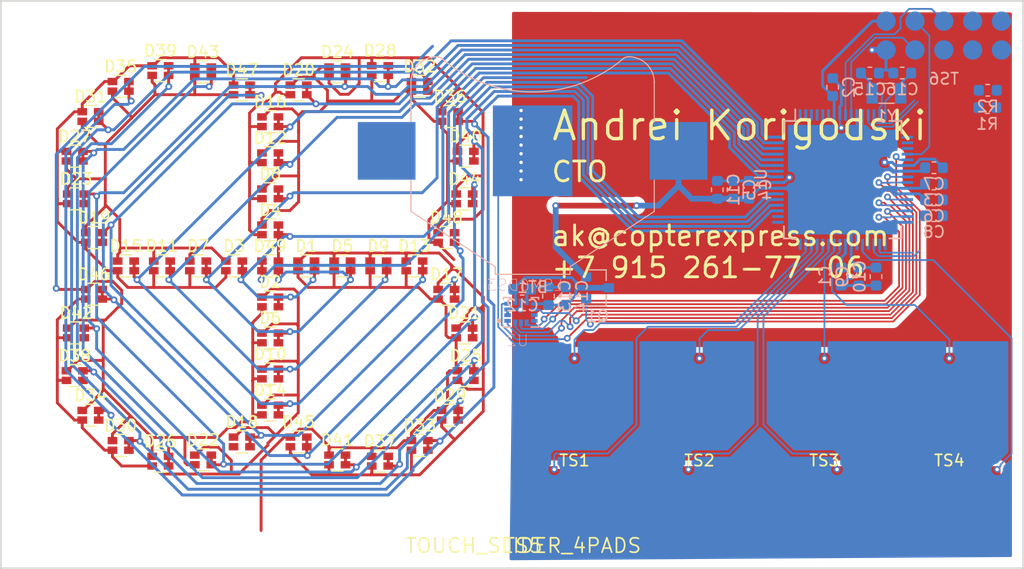
<source format=kicad_pcb>
(kicad_pcb (version 20171130) (host pcbnew 5.0.2+dfsg1-1~bpo9+1)
  (layers (0 F.Cu signal) (31 B.Cu signal) (34 B.Paste user hide) (35 F.Paste user hide) (36 B.SilkS user hide) (37 F.SilkS user) (38 B.Mask user) (39 F.Mask user) (44 Edge.Cuts user))
  (net 0 "")
  (net 1 LED_K0)
  (net 2 LED_K1)
  (net 3 LED_A0)
  (net 4 LED_K3)
  (net 5 LED_K2)
  (net 6 LED_K4)
  (net 7 LED_K5)
  (net 8 LED_K7)
  (net 9 LED_K6)
  (net 10 LED_K8)
  (net 11 LED_A1)
  (net 12 LED_A2)
  (net 13 LED_A3)
  (net 14 LED_A4)
  (net 15 LED_A5)
  (net 16 LED_A6)
  (net 17 LED_A7)
  (net 18 LED_A8)
  (net 19 VDD)
  (net 20 GND)
  (net 21 N$7)
  (net 22 N$6)
  (net 23 N$13)
  (net 24 N$14)
  (net 25 N$5)
  (net 26 N$19)
  (net 27 N$20)
  (net 28 N$16)
  (net 29 N$15)
  (net 30 N$17)
  (net 31 N$18)
  (net 32 N$12)
  (net 33 N$11)
  (net 34 TOUCH_PAD0)
  (net 35 N$1)
  (net 36 TOUCH_PAD1)
  (net 37 TOUCH_PAD2)
  (net 38 TOUCH_PAD3)
  (net 39 N$21)
  (net 40 N$22)
  (net 41 N$23)
  (net 42 N$8)
  (net 43 N$10)
  (net 44 N$9)
  (net 45 LED_K9)
  (net 46 LED_K10)
  (net 47 LED_K11)
  (net 48 N$4)
  (net 49 LFXTAL_P)
  (net 50 LFXTAL_N)
  (net 51 IMU_VDD)
  (net 52 N$24)
  (module footprints:LED_DUAL_0606 (layer F.Cu) (at 126.884 103.351)
    (fp_text reference D1 (at 0 -1.75) (layer F.SilkS))
    (fp_text value LED_Dual_AACC)
    (pad 3 smd rect (at 0.725 -0.425) (size 0.85 0.65) (layers F.Cu F.Paste F.Mask) (net 1 LED_K0))
    (pad 4 smd rect (at 0.725 0.425) (size 0.85 0.65) (layers F.Cu F.Paste F.Mask) (net 1 LED_K0))
    (pad 2 smd rect (at -0.725 0.425) (size 0.85 0.65) (layers F.Cu F.Paste F.Mask) (net 11 LED_A1))
    (pad 1 smd rect (at -0.725 -0.425) (size 0.85 0.65) (layers F.Cu F.Paste F.Mask) (net 3 LED_A0))
  )
  (module footprints:LED_DUAL_0606 (layer F.Cu) (at 123.709 106.526)
    (fp_text reference D2 (at 0 -1.75) (layer F.SilkS))
    (fp_text value LED_Dual_AACC)
    (pad 3 smd rect (at 0.725 -0.425) (size 0.85 0.65) (layers F.Cu F.Paste F.Mask) (net 1 LED_K0))
    (pad 4 smd rect (at 0.725 0.425) (size 0.85 0.65) (layers F.Cu F.Paste F.Mask) (net 1 LED_K0))
    (pad 2 smd rect (at -0.725 0.425) (size 0.85 0.65) (layers F.Cu F.Paste F.Mask) (net 13 LED_A3))
    (pad 1 smd rect (at -0.725 -0.425) (size 0.85 0.65) (layers F.Cu F.Paste F.Mask) (net 12 LED_A2))
  )
  (module footprints:LED_DUAL_0606 (layer F.Cu) (at 120.534 103.351)
    (fp_text reference D3 (at 0 -1.75) (layer F.SilkS))
    (fp_text value LED_Dual_AACC)
    (pad 3 smd rect (at 0.725 -0.425) (size 0.85 0.65) (layers F.Cu F.Paste F.Mask) (net 1 LED_K0))
    (pad 4 smd rect (at 0.725 0.425) (size 0.85 0.65) (layers F.Cu F.Paste F.Mask) (net 1 LED_K0))
    (pad 2 smd rect (at -0.725 0.425) (size 0.85 0.65) (layers F.Cu F.Paste F.Mask) (net 15 LED_A5))
    (pad 1 smd rect (at -0.725 -0.425) (size 0.85 0.65) (layers F.Cu F.Paste F.Mask) (net 14 LED_A4))
  )
  (module footprints:LED_DUAL_0606 (layer F.Cu) (at 123.709 100.176)
    (fp_text reference D4 (at 0 -1.75) (layer F.SilkS))
    (fp_text value LED_Dual_AACC)
    (pad 3 smd rect (at 0.725 -0.425) (size 0.85 0.65) (layers F.Cu F.Paste F.Mask) (net 1 LED_K0))
    (pad 4 smd rect (at 0.725 0.425) (size 0.85 0.65) (layers F.Cu F.Paste F.Mask) (net 1 LED_K0))
    (pad 2 smd rect (at -0.725 0.425) (size 0.85 0.65) (layers F.Cu F.Paste F.Mask) (net 17 LED_A7))
    (pad 1 smd rect (at -0.725 -0.425) (size 0.85 0.65) (layers F.Cu F.Paste F.Mask) (net 16 LED_A6))
  )
  (module footprints:LED_DUAL_0606 (layer F.Cu) (at 130.059 103.351)
    (fp_text reference D5 (at 0 -1.75) (layer F.SilkS))
    (fp_text value LED_Dual_AACC)
    (pad 3 smd rect (at 0.725 -0.425) (size 0.85 0.65) (layers F.Cu F.Paste F.Mask) (net 2 LED_K1))
    (pad 4 smd rect (at 0.725 0.425) (size 0.85 0.65) (layers F.Cu F.Paste F.Mask) (net 2 LED_K1))
    (pad 2 smd rect (at -0.725 0.425) (size 0.85 0.65) (layers F.Cu F.Paste F.Mask) (net 11 LED_A1))
    (pad 1 smd rect (at -0.725 -0.425) (size 0.85 0.65) (layers F.Cu F.Paste F.Mask) (net 3 LED_A0))
  )
  (module footprints:LED_DUAL_0606 (layer F.Cu) (at 123.709 109.701)
    (fp_text reference D6 (at 0 -1.75) (layer F.SilkS))
    (fp_text value LED_Dual_AACC)
    (pad 3 smd rect (at 0.725 -0.425) (size 0.85 0.65) (layers F.Cu F.Paste F.Mask) (net 2 LED_K1))
    (pad 4 smd rect (at 0.725 0.425) (size 0.85 0.65) (layers F.Cu F.Paste F.Mask) (net 2 LED_K1))
    (pad 2 smd rect (at -0.725 0.425) (size 0.85 0.65) (layers F.Cu F.Paste F.Mask) (net 13 LED_A3))
    (pad 1 smd rect (at -0.725 -0.425) (size 0.85 0.65) (layers F.Cu F.Paste F.Mask) (net 12 LED_A2))
  )
  (module footprints:LED_DUAL_0606 (layer F.Cu) (at 117.359 103.351)
    (fp_text reference D7 (at 0 -1.75) (layer F.SilkS))
    (fp_text value LED_Dual_AACC)
    (pad 3 smd rect (at 0.725 -0.425) (size 0.85 0.65) (layers F.Cu F.Paste F.Mask) (net 2 LED_K1))
    (pad 4 smd rect (at 0.725 0.425) (size 0.85 0.65) (layers F.Cu F.Paste F.Mask) (net 2 LED_K1))
    (pad 2 smd rect (at -0.725 0.425) (size 0.85 0.65) (layers F.Cu F.Paste F.Mask) (net 15 LED_A5))
    (pad 1 smd rect (at -0.725 -0.425) (size 0.85 0.65) (layers F.Cu F.Paste F.Mask) (net 14 LED_A4))
  )
  (module footprints:LED_DUAL_0606 (layer F.Cu) (at 123.709 97.001)
    (fp_text reference D8 (at 0 -1.75) (layer F.SilkS))
    (fp_text value LED_Dual_AACC)
    (pad 3 smd rect (at 0.725 -0.425) (size 0.85 0.65) (layers F.Cu F.Paste F.Mask) (net 2 LED_K1))
    (pad 4 smd rect (at 0.725 0.425) (size 0.85 0.65) (layers F.Cu F.Paste F.Mask) (net 2 LED_K1))
    (pad 2 smd rect (at -0.725 0.425) (size 0.85 0.65) (layers F.Cu F.Paste F.Mask) (net 17 LED_A7))
    (pad 1 smd rect (at -0.725 -0.425) (size 0.85 0.65) (layers F.Cu F.Paste F.Mask) (net 16 LED_A6))
  )
  (module footprints:LED_DUAL_0606 (layer F.Cu) (at 133.234 103.351)
    (fp_text reference D9 (at 0 -1.75) (layer F.SilkS))
    (fp_text value LED_Dual_AACC)
    (pad 3 smd rect (at 0.725 -0.425) (size 0.85 0.65) (layers F.Cu F.Paste F.Mask) (net 5 LED_K2))
    (pad 4 smd rect (at 0.725 0.425) (size 0.85 0.65) (layers F.Cu F.Paste F.Mask) (net 5 LED_K2))
    (pad 2 smd rect (at -0.725 0.425) (size 0.85 0.65) (layers F.Cu F.Paste F.Mask) (net 11 LED_A1))
    (pad 1 smd rect (at -0.725 -0.425) (size 0.85 0.65) (layers F.Cu F.Paste F.Mask) (net 3 LED_A0))
  )
  (module footprints:LED_DUAL_0606 (layer F.Cu) (at 123.709 112.875999)
    (fp_text reference D10 (at 0 -1.75) (layer F.SilkS))
    (fp_text value LED_Dual_AACC)
    (pad 3 smd rect (at 0.725 -0.425) (size 0.85 0.65) (layers F.Cu F.Paste F.Mask) (net 5 LED_K2))
    (pad 4 smd rect (at 0.725 0.425) (size 0.85 0.65) (layers F.Cu F.Paste F.Mask) (net 5 LED_K2))
    (pad 2 smd rect (at -0.725 0.425) (size 0.85 0.65) (layers F.Cu F.Paste F.Mask) (net 13 LED_A3))
    (pad 1 smd rect (at -0.725 -0.425) (size 0.85 0.65) (layers F.Cu F.Paste F.Mask) (net 12 LED_A2))
  )
  (module footprints:LED_DUAL_0606 (layer F.Cu) (at 114.184 103.351)
    (fp_text reference D11 (at 0 -1.75) (layer F.SilkS))
    (fp_text value LED_Dual_AACC)
    (pad 3 smd rect (at 0.725 -0.425) (size 0.85 0.65) (layers F.Cu F.Paste F.Mask) (net 5 LED_K2))
    (pad 4 smd rect (at 0.725 0.425) (size 0.85 0.65) (layers F.Cu F.Paste F.Mask) (net 5 LED_K2))
    (pad 2 smd rect (at -0.725 0.425) (size 0.85 0.65) (layers F.Cu F.Paste F.Mask) (net 15 LED_A5))
    (pad 1 smd rect (at -0.725 -0.425) (size 0.85 0.65) (layers F.Cu F.Paste F.Mask) (net 14 LED_A4))
  )
  (module footprints:LED_DUAL_0606 (layer F.Cu) (at 123.709 93.826)
    (fp_text reference D12 (at 0 -1.75) (layer F.SilkS))
    (fp_text value LED_Dual_AACC)
    (pad 3 smd rect (at 0.725 -0.425) (size 0.85 0.65) (layers F.Cu F.Paste F.Mask) (net 5 LED_K2))
    (pad 4 smd rect (at 0.725 0.425) (size 0.85 0.65) (layers F.Cu F.Paste F.Mask) (net 5 LED_K2))
    (pad 2 smd rect (at -0.725 0.425) (size 0.85 0.65) (layers F.Cu F.Paste F.Mask) (net 17 LED_A7))
    (pad 1 smd rect (at -0.725 -0.425) (size 0.85 0.65) (layers F.Cu F.Paste F.Mask) (net 16 LED_A6))
  )
  (module footprints:LED_DUAL_0606 (layer F.Cu) (at 136.409 103.351)
    (fp_text reference D13 (at 0 -1.75) (layer F.SilkS))
    (fp_text value LED_Dual_AACC)
    (pad 3 smd rect (at 0.725 -0.425) (size 0.85 0.65) (layers F.Cu F.Paste F.Mask) (net 4 LED_K3))
    (pad 4 smd rect (at 0.725 0.425) (size 0.85 0.65) (layers F.Cu F.Paste F.Mask) (net 4 LED_K3))
    (pad 2 smd rect (at -0.725 0.425) (size 0.85 0.65) (layers F.Cu F.Paste F.Mask) (net 11 LED_A1))
    (pad 1 smd rect (at -0.725 -0.425) (size 0.85 0.65) (layers F.Cu F.Paste F.Mask) (net 3 LED_A0))
  )
  (module footprints:LED_DUAL_0606 (layer F.Cu) (at 123.709 116.051)
    (fp_text reference D14 (at 0 -1.75) (layer F.SilkS))
    (fp_text value LED_Dual_AACC)
    (pad 3 smd rect (at 0.725 -0.425) (size 0.85 0.65) (layers F.Cu F.Paste F.Mask) (net 4 LED_K3))
    (pad 4 smd rect (at 0.725 0.425) (size 0.85 0.65) (layers F.Cu F.Paste F.Mask) (net 4 LED_K3))
    (pad 2 smd rect (at -0.725 0.425) (size 0.85 0.65) (layers F.Cu F.Paste F.Mask) (net 13 LED_A3))
    (pad 1 smd rect (at -0.725 -0.425) (size 0.85 0.65) (layers F.Cu F.Paste F.Mask) (net 12 LED_A2))
  )
  (module footprints:LED_DUAL_0606 (layer F.Cu) (at 111.009 103.351)
    (fp_text reference D15 (at 0 -1.75) (layer F.SilkS))
    (fp_text value LED_Dual_AACC)
    (pad 3 smd rect (at 0.725 -0.425) (size 0.85 0.65) (layers F.Cu F.Paste F.Mask) (net 4 LED_K3))
    (pad 4 smd rect (at 0.725 0.425) (size 0.85 0.65) (layers F.Cu F.Paste F.Mask) (net 4 LED_K3))
    (pad 2 smd rect (at -0.725 0.425) (size 0.85 0.65) (layers F.Cu F.Paste F.Mask) (net 15 LED_A5))
    (pad 1 smd rect (at -0.725 -0.425) (size 0.85 0.65) (layers F.Cu F.Paste F.Mask) (net 14 LED_A4))
  )
  (module footprints:LED_DUAL_0606 (layer F.Cu) (at 123.709 90.651)
    (fp_text reference D16 (at 0 -1.75) (layer F.SilkS))
    (fp_text value LED_Dual_AACC)
    (pad 3 smd rect (at 0.725 -0.425) (size 0.85 0.65) (layers F.Cu F.Paste F.Mask) (net 4 LED_K3))
    (pad 4 smd rect (at 0.725 0.425) (size 0.85 0.65) (layers F.Cu F.Paste F.Mask) (net 4 LED_K3))
    (pad 2 smd rect (at -0.725 0.425) (size 0.85 0.65) (layers F.Cu F.Paste F.Mask) (net 17 LED_A7))
    (pad 1 smd rect (at -0.725 -0.425) (size 0.85 0.65) (layers F.Cu F.Paste F.Mask) (net 16 LED_A6))
  )
  (module footprints:LED_DUAL_0606 (layer F.Cu) (at 139.217852 105.850666)
    (fp_text reference D17 (at 0 -1.75) (layer F.SilkS))
    (fp_text value LED_Dual_AACC)
    (pad 3 smd rect (at 0.725 -0.425) (size 0.85 0.65) (layers F.Cu F.Paste F.Mask) (net 6 LED_K4))
    (pad 4 smd rect (at 0.725 0.425) (size 0.85 0.65) (layers F.Cu F.Paste F.Mask) (net 6 LED_K4))
    (pad 2 smd rect (at -0.725 0.425) (size 0.85 0.65) (layers F.Cu F.Paste F.Mask) (net 11 LED_A1))
    (pad 1 smd rect (at -0.725 -0.425) (size 0.85 0.65) (layers F.Cu F.Paste F.Mask) (net 3 LED_A0))
  )
  (module footprints:LED_DUAL_0606 (layer F.Cu) (at 121.209333 118.859852)
    (fp_text reference D18 (at 0 -1.75) (layer F.SilkS))
    (fp_text value LED_Dual_AACC)
    (pad 3 smd rect (at 0.725 -0.425) (size 0.85 0.65) (layers F.Cu F.Paste F.Mask) (net 6 LED_K4))
    (pad 4 smd rect (at 0.725 0.425) (size 0.85 0.65) (layers F.Cu F.Paste F.Mask) (net 6 LED_K4))
    (pad 2 smd rect (at -0.725 0.425) (size 0.85 0.65) (layers F.Cu F.Paste F.Mask) (net 13 LED_A3))
    (pad 1 smd rect (at -0.725 -0.425) (size 0.85 0.65) (layers F.Cu F.Paste F.Mask) (net 12 LED_A2))
  )
  (module footprints:LED_DUAL_0606 (layer F.Cu) (at 108.200147 100.851333)
    (fp_text reference D19 (at 0 -1.75) (layer F.SilkS))
    (fp_text value LED_Dual_AACC)
    (pad 3 smd rect (at 0.725 -0.425) (size 0.85 0.65) (layers F.Cu F.Paste F.Mask) (net 6 LED_K4))
    (pad 4 smd rect (at 0.725 0.425) (size 0.85 0.65) (layers F.Cu F.Paste F.Mask) (net 6 LED_K4))
    (pad 2 smd rect (at -0.725 0.425) (size 0.85 0.65) (layers F.Cu F.Paste F.Mask) (net 15 LED_A5))
    (pad 1 smd rect (at -0.725 -0.425) (size 0.85 0.65) (layers F.Cu F.Paste F.Mask) (net 14 LED_A4))
  )
  (module footprints:LED_DUAL_0606 (layer F.Cu) (at 126.208666 87.842147)
    (fp_text reference D20 (at 0 -1.75) (layer F.SilkS))
    (fp_text value LED_Dual_AACC)
    (pad 3 smd rect (at 0.725 -0.425) (size 0.85 0.65) (layers F.Cu F.Paste F.Mask) (net 6 LED_K4))
    (pad 4 smd rect (at 0.725 0.425) (size 0.85 0.65) (layers F.Cu F.Paste F.Mask) (net 6 LED_K4))
    (pad 2 smd rect (at -0.725 0.425) (size 0.85 0.65) (layers F.Cu F.Paste F.Mask) (net 17 LED_A7))
    (pad 1 smd rect (at -0.725 -0.425) (size 0.85 0.65) (layers F.Cu F.Paste F.Mask) (net 16 LED_A6))
  )
  (module footprints:LED_DUAL_0606 (layer F.Cu) (at 140.806919 109.258431)
    (fp_text reference D21 (at 0 -1.75) (layer F.SilkS))
    (fp_text value LED_Dual_AACC)
    (pad 3 smd rect (at 0.725 -0.425) (size 0.85 0.65) (layers F.Cu F.Paste F.Mask) (net 7 LED_K5))
    (pad 4 smd rect (at 0.725 0.425) (size 0.85 0.65) (layers F.Cu F.Paste F.Mask) (net 7 LED_K5))
    (pad 2 smd rect (at -0.725 0.425) (size 0.85 0.65) (layers F.Cu F.Paste F.Mask) (net 11 LED_A1))
    (pad 1 smd rect (at -0.725 -0.425) (size 0.85 0.65) (layers F.Cu F.Paste F.Mask) (net 3 LED_A0))
  )
  (module footprints:LED_DUAL_0606 (layer F.Cu) (at 117.801568 120.448919)
    (fp_text reference D22 (at 0 -1.75) (layer F.SilkS))
    (fp_text value LED_Dual_AACC)
    (pad 3 smd rect (at 0.725 -0.425) (size 0.85 0.65) (layers F.Cu F.Paste F.Mask) (net 7 LED_K5))
    (pad 4 smd rect (at 0.725 0.425) (size 0.85 0.65) (layers F.Cu F.Paste F.Mask) (net 7 LED_K5))
    (pad 2 smd rect (at -0.725 0.425) (size 0.85 0.65) (layers F.Cu F.Paste F.Mask) (net 13 LED_A3))
    (pad 1 smd rect (at -0.725 -0.425) (size 0.85 0.65) (layers F.Cu F.Paste F.Mask) (net 12 LED_A2))
  )
  (module footprints:LED_DUAL_0606 (layer F.Cu) (at 106.61108 97.443568)
    (fp_text reference D23 (at 0 -1.75) (layer F.SilkS))
    (fp_text value LED_Dual_AACC)
    (pad 3 smd rect (at 0.725 -0.425) (size 0.85 0.65) (layers F.Cu F.Paste F.Mask) (net 7 LED_K5))
    (pad 4 smd rect (at 0.725 0.425) (size 0.85 0.65) (layers F.Cu F.Paste F.Mask) (net 7 LED_K5))
    (pad 2 smd rect (at -0.725 0.425) (size 0.85 0.65) (layers F.Cu F.Paste F.Mask) (net 15 LED_A5))
    (pad 1 smd rect (at -0.725 -0.425) (size 0.85 0.65) (layers F.Cu F.Paste F.Mask) (net 14 LED_A4))
  )
  (module footprints:LED_DUAL_0606 (layer F.Cu) (at 129.616431 86.25308)
    (fp_text reference D24 (at 0 -1.75) (layer F.SilkS))
    (fp_text value LED_Dual_AACC)
    (pad 3 smd rect (at 0.725 -0.425) (size 0.85 0.65) (layers F.Cu F.Paste F.Mask) (net 7 LED_K5))
    (pad 4 smd rect (at 0.725 0.425) (size 0.85 0.65) (layers F.Cu F.Paste F.Mask) (net 7 LED_K5))
    (pad 2 smd rect (at -0.725 0.425) (size 0.85 0.65) (layers F.Cu F.Paste F.Mask) (net 17 LED_A7))
    (pad 1 smd rect (at -0.725 -0.425) (size 0.85 0.65) (layers F.Cu F.Paste F.Mask) (net 16 LED_A6))
  )
  (module footprints:LED_DUAL_0606 (layer F.Cu) (at 140.916279 113.016892)
    (fp_text reference D25 (at 0 -1.75) (layer F.SilkS))
    (fp_text value LED_Dual_AACC)
    (pad 3 smd rect (at 0.725 -0.425) (size 0.85 0.65) (layers F.Cu F.Paste F.Mask) (net 9 LED_K6))
    (pad 4 smd rect (at 0.725 0.425) (size 0.85 0.65) (layers F.Cu F.Paste F.Mask) (net 9 LED_K6))
    (pad 2 smd rect (at -0.725 0.425) (size 0.85 0.65) (layers F.Cu F.Paste F.Mask) (net 3 LED_A0))
    (pad 1 smd rect (at -0.725 -0.425) (size 0.85 0.65) (layers F.Cu F.Paste F.Mask) (net 11 LED_A1))
  )
  (module footprints:LED_DUAL_0606 (layer F.Cu) (at 114.043107 120.558279)
    (fp_text reference D26 (at 0 -1.75) (layer F.SilkS))
    (fp_text value LED_Dual_AACC)
    (pad 3 smd rect (at 0.725 -0.425) (size 0.85 0.65) (layers F.Cu F.Paste F.Mask) (net 9 LED_K6))
    (pad 4 smd rect (at 0.725 0.425) (size 0.85 0.65) (layers F.Cu F.Paste F.Mask) (net 9 LED_K6))
    (pad 2 smd rect (at -0.725 0.425) (size 0.85 0.65) (layers F.Cu F.Paste F.Mask) (net 12 LED_A2))
    (pad 1 smd rect (at -0.725 -0.425) (size 0.85 0.65) (layers F.Cu F.Paste F.Mask) (net 13 LED_A3))
  )
  (module footprints:LED_DUAL_0606 (layer F.Cu) (at 106.50172 93.685107)
    (fp_text reference D27 (at 0 -1.75) (layer F.SilkS))
    (fp_text value LED_Dual_AACC)
    (pad 3 smd rect (at 0.725 -0.425) (size 0.85 0.65) (layers F.Cu F.Paste F.Mask) (net 9 LED_K6))
    (pad 4 smd rect (at 0.725 0.425) (size 0.85 0.65) (layers F.Cu F.Paste F.Mask) (net 9 LED_K6))
    (pad 2 smd rect (at -0.725 0.425) (size 0.85 0.65) (layers F.Cu F.Paste F.Mask) (net 14 LED_A4))
    (pad 1 smd rect (at -0.725 -0.425) (size 0.85 0.65) (layers F.Cu F.Paste F.Mask) (net 15 LED_A5))
  )
  (module footprints:LED_DUAL_0606 (layer F.Cu) (at 133.374892 86.14372)
    (fp_text reference D28 (at 0 -1.75) (layer F.SilkS))
    (fp_text value LED_Dual_AACC)
    (pad 3 smd rect (at 0.725 -0.425) (size 0.85 0.65) (layers F.Cu F.Paste F.Mask) (net 9 LED_K6))
    (pad 4 smd rect (at 0.725 0.425) (size 0.85 0.65) (layers F.Cu F.Paste F.Mask) (net 9 LED_K6))
    (pad 2 smd rect (at -0.725 0.425) (size 0.85 0.65) (layers F.Cu F.Paste F.Mask) (net 16 LED_A6))
    (pad 1 smd rect (at -0.725 -0.425) (size 0.85 0.65) (layers F.Cu F.Paste F.Mask) (net 17 LED_A7))
  )
  (module footprints:LED_DUAL_0606 (layer F.Cu) (at 139.528045 116.511287)
    (fp_text reference D29 (at 0 -1.75) (layer F.SilkS))
    (fp_text value LED_Dual_AACC)
    (pad 3 smd rect (at 0.725 -0.425) (size 0.85 0.65) (layers F.Cu F.Paste F.Mask) (net 8 LED_K7))
    (pad 4 smd rect (at 0.725 0.425) (size 0.85 0.65) (layers F.Cu F.Paste F.Mask) (net 8 LED_K7))
    (pad 2 smd rect (at -0.725 0.425) (size 0.85 0.65) (layers F.Cu F.Paste F.Mask) (net 3 LED_A0))
    (pad 1 smd rect (at -0.725 -0.425) (size 0.85 0.65) (layers F.Cu F.Paste F.Mask) (net 11 LED_A1))
  )
  (module footprints:LED_DUAL_0606 (layer F.Cu) (at 110.548712 119.170045)
    (fp_text reference D30 (at 0 -1.75) (layer F.SilkS))
    (fp_text value LED_Dual_AACC)
    (pad 3 smd rect (at 0.725 -0.425) (size 0.85 0.65) (layers F.Cu F.Paste F.Mask) (net 8 LED_K7))
    (pad 4 smd rect (at 0.725 0.425) (size 0.85 0.65) (layers F.Cu F.Paste F.Mask) (net 8 LED_K7))
    (pad 2 smd rect (at -0.725 0.425) (size 0.85 0.65) (layers F.Cu F.Paste F.Mask) (net 12 LED_A2))
    (pad 1 smd rect (at -0.725 -0.425) (size 0.85 0.65) (layers F.Cu F.Paste F.Mask) (net 13 LED_A3))
  )
  (module footprints:LED_DUAL_0606 (layer F.Cu) (at 107.889954 90.190712)
    (fp_text reference D31 (at 0 -1.75) (layer F.SilkS))
    (fp_text value LED_Dual_AACC)
    (pad 3 smd rect (at 0.725 -0.425) (size 0.85 0.65) (layers F.Cu F.Paste F.Mask) (net 8 LED_K7))
    (pad 4 smd rect (at 0.725 0.425) (size 0.85 0.65) (layers F.Cu F.Paste F.Mask) (net 8 LED_K7))
    (pad 2 smd rect (at -0.725 0.425) (size 0.85 0.65) (layers F.Cu F.Paste F.Mask) (net 14 LED_A4))
    (pad 1 smd rect (at -0.725 -0.425) (size 0.85 0.65) (layers F.Cu F.Paste F.Mask) (net 15 LED_A5))
  )
  (module footprints:LED_DUAL_0606 (layer F.Cu) (at 136.869287 87.531954)
    (fp_text reference D32 (at 0 -1.75) (layer F.SilkS))
    (fp_text value LED_Dual_AACC)
    (pad 3 smd rect (at 0.725 -0.425) (size 0.85 0.65) (layers F.Cu F.Paste F.Mask) (net 8 LED_K7))
    (pad 4 smd rect (at 0.725 0.425) (size 0.85 0.65) (layers F.Cu F.Paste F.Mask) (net 8 LED_K7))
    (pad 2 smd rect (at -0.725 0.425) (size 0.85 0.65) (layers F.Cu F.Paste F.Mask) (net 16 LED_A6))
    (pad 1 smd rect (at -0.725 -0.425) (size 0.85 0.65) (layers F.Cu F.Paste F.Mask) (net 17 LED_A7))
  )
  (module footprints:LED_DUAL_0606 (layer F.Cu) (at 136.869287 119.170045)
    (fp_text reference D33 (at 0 -1.75) (layer F.SilkS))
    (fp_text value LED_Dual_AACC)
    (pad 3 smd rect (at 0.725 -0.425) (size 0.85 0.65) (layers F.Cu F.Paste F.Mask) (net 10 LED_K8))
    (pad 4 smd rect (at 0.725 0.425) (size 0.85 0.65) (layers F.Cu F.Paste F.Mask) (net 10 LED_K8))
    (pad 2 smd rect (at -0.725 0.425) (size 0.85 0.65) (layers F.Cu F.Paste F.Mask) (net 3 LED_A0))
    (pad 1 smd rect (at -0.725 -0.425) (size 0.85 0.65) (layers F.Cu F.Paste F.Mask) (net 11 LED_A1))
  )
  (module footprints:LED_DUAL_0606 (layer F.Cu) (at 107.889954 116.511287)
    (fp_text reference D34 (at 0 -1.75) (layer F.SilkS))
    (fp_text value LED_Dual_AACC)
    (pad 3 smd rect (at 0.725 -0.425) (size 0.85 0.65) (layers F.Cu F.Paste F.Mask) (net 10 LED_K8))
    (pad 4 smd rect (at 0.725 0.425) (size 0.85 0.65) (layers F.Cu F.Paste F.Mask) (net 10 LED_K8))
    (pad 2 smd rect (at -0.725 0.425) (size 0.85 0.65) (layers F.Cu F.Paste F.Mask) (net 12 LED_A2))
    (pad 1 smd rect (at -0.725 -0.425) (size 0.85 0.65) (layers F.Cu F.Paste F.Mask) (net 13 LED_A3))
  )
  (module footprints:LED_DUAL_0606 (layer F.Cu) (at 110.548712 87.531954)
    (fp_text reference D35 (at 0 -1.75) (layer F.SilkS))
    (fp_text value LED_Dual_AACC)
    (pad 3 smd rect (at 0.725 -0.425) (size 0.85 0.65) (layers F.Cu F.Paste F.Mask) (net 10 LED_K8))
    (pad 4 smd rect (at 0.725 0.425) (size 0.85 0.65) (layers F.Cu F.Paste F.Mask) (net 10 LED_K8))
    (pad 2 smd rect (at -0.725 0.425) (size 0.85 0.65) (layers F.Cu F.Paste F.Mask) (net 14 LED_A4))
    (pad 1 smd rect (at -0.725 -0.425) (size 0.85 0.65) (layers F.Cu F.Paste F.Mask) (net 15 LED_A5))
  )
  (module footprints:LED_DUAL_0606 (layer F.Cu) (at 139.528045 90.190712)
    (fp_text reference D36 (at 0 -1.75) (layer F.SilkS))
    (fp_text value LED_Dual_AACC)
    (pad 3 smd rect (at 0.725 -0.425) (size 0.85 0.65) (layers F.Cu F.Paste F.Mask) (net 10 LED_K8))
    (pad 4 smd rect (at 0.725 0.425) (size 0.85 0.65) (layers F.Cu F.Paste F.Mask) (net 10 LED_K8))
    (pad 2 smd rect (at -0.725 0.425) (size 0.85 0.65) (layers F.Cu F.Paste F.Mask) (net 16 LED_A6))
    (pad 1 smd rect (at -0.725 -0.425) (size 0.85 0.65) (layers F.Cu F.Paste F.Mask) (net 17 LED_A7))
  )
  (module footprints:LED_DUAL_0606 (layer F.Cu) (at 133.374892 120.558279)
    (fp_text reference D37 (at 0 -1.75) (layer F.SilkS))
    (fp_text value LED_Dual_AACC)
    (pad 3 smd rect (at 0.725 -0.425) (size 0.85 0.65) (layers F.Cu F.Paste F.Mask) (net 45 LED_K9))
    (pad 4 smd rect (at 0.725 0.425) (size 0.85 0.65) (layers F.Cu F.Paste F.Mask) (net 45 LED_K9))
    (pad 2 smd rect (at -0.725 0.425) (size 0.85 0.65) (layers F.Cu F.Paste F.Mask) (net 3 LED_A0))
    (pad 1 smd rect (at -0.725 -0.425) (size 0.85 0.65) (layers F.Cu F.Paste F.Mask) (net 11 LED_A1))
  )
  (module footprints:LED_DUAL_0606 (layer F.Cu) (at 106.50172 113.016892)
    (fp_text reference D38 (at 0 -1.75) (layer F.SilkS))
    (fp_text value LED_Dual_AACC)
    (pad 3 smd rect (at 0.725 -0.425) (size 0.85 0.65) (layers F.Cu F.Paste F.Mask) (net 45 LED_K9))
    (pad 4 smd rect (at 0.725 0.425) (size 0.85 0.65) (layers F.Cu F.Paste F.Mask) (net 45 LED_K9))
    (pad 2 smd rect (at -0.725 0.425) (size 0.85 0.65) (layers F.Cu F.Paste F.Mask) (net 12 LED_A2))
    (pad 1 smd rect (at -0.725 -0.425) (size 0.85 0.65) (layers F.Cu F.Paste F.Mask) (net 13 LED_A3))
  )
  (module footprints:LED_DUAL_0606 (layer F.Cu) (at 114.043107 86.14372)
    (fp_text reference D39 (at 0 -1.75) (layer F.SilkS))
    (fp_text value LED_Dual_AACC)
    (pad 3 smd rect (at 0.725 -0.425) (size 0.85 0.65) (layers F.Cu F.Paste F.Mask) (net 45 LED_K9))
    (pad 4 smd rect (at 0.725 0.425) (size 0.85 0.65) (layers F.Cu F.Paste F.Mask) (net 45 LED_K9))
    (pad 2 smd rect (at -0.725 0.425) (size 0.85 0.65) (layers F.Cu F.Paste F.Mask) (net 14 LED_A4))
    (pad 1 smd rect (at -0.725 -0.425) (size 0.85 0.65) (layers F.Cu F.Paste F.Mask) (net 15 LED_A5))
  )
  (module footprints:LED_DUAL_0606 (layer F.Cu) (at 140.916279 93.685107)
    (fp_text reference D40 (at 0 -1.75) (layer F.SilkS))
    (fp_text value LED_Dual_AACC)
    (pad 3 smd rect (at 0.725 -0.425) (size 0.85 0.65) (layers F.Cu F.Paste F.Mask) (net 45 LED_K9))
    (pad 4 smd rect (at 0.725 0.425) (size 0.85 0.65) (layers F.Cu F.Paste F.Mask) (net 45 LED_K9))
    (pad 2 smd rect (at -0.725 0.425) (size 0.85 0.65) (layers F.Cu F.Paste F.Mask) (net 16 LED_A6))
    (pad 1 smd rect (at -0.725 -0.425) (size 0.85 0.65) (layers F.Cu F.Paste F.Mask) (net 17 LED_A7))
  )
  (module footprints:LED_DUAL_0606 (layer F.Cu) (at 129.616431 120.448919)
    (fp_text reference D41 (at 0 -1.75) (layer F.SilkS))
    (fp_text value LED_Dual_AACC)
    (pad 3 smd rect (at 0.725 -0.425) (size 0.85 0.65) (layers F.Cu F.Paste F.Mask) (net 46 LED_K10))
    (pad 4 smd rect (at 0.725 0.425) (size 0.85 0.65) (layers F.Cu F.Paste F.Mask) (net 46 LED_K10))
    (pad 2 smd rect (at -0.725 0.425) (size 0.85 0.65) (layers F.Cu F.Paste F.Mask) (net 3 LED_A0))
    (pad 1 smd rect (at -0.725 -0.425) (size 0.85 0.65) (layers F.Cu F.Paste F.Mask) (net 11 LED_A1))
  )
  (module footprints:LED_DUAL_0606 (layer F.Cu) (at 106.61108 109.258431)
    (fp_text reference D42 (at 0 -1.75) (layer F.SilkS))
    (fp_text value LED_Dual_AACC)
    (pad 3 smd rect (at 0.725 -0.425) (size 0.85 0.65) (layers F.Cu F.Paste F.Mask) (net 46 LED_K10))
    (pad 4 smd rect (at 0.725 0.425) (size 0.85 0.65) (layers F.Cu F.Paste F.Mask) (net 46 LED_K10))
    (pad 2 smd rect (at -0.725 0.425) (size 0.85 0.65) (layers F.Cu F.Paste F.Mask) (net 12 LED_A2))
    (pad 1 smd rect (at -0.725 -0.425) (size 0.85 0.65) (layers F.Cu F.Paste F.Mask) (net 13 LED_A3))
  )
  (module footprints:LED_DUAL_0606 (layer F.Cu) (at 117.801568 86.25308)
    (fp_text reference D43 (at 0 -1.75) (layer F.SilkS))
    (fp_text value LED_Dual_AACC)
    (pad 3 smd rect (at 0.725 -0.425) (size 0.85 0.65) (layers F.Cu F.Paste F.Mask) (net 46 LED_K10))
    (pad 4 smd rect (at 0.725 0.425) (size 0.85 0.65) (layers F.Cu F.Paste F.Mask) (net 46 LED_K10))
    (pad 2 smd rect (at -0.725 0.425) (size 0.85 0.65) (layers F.Cu F.Paste F.Mask) (net 14 LED_A4))
    (pad 1 smd rect (at -0.725 -0.425) (size 0.85 0.65) (layers F.Cu F.Paste F.Mask) (net 15 LED_A5))
  )
  (module footprints:LED_DUAL_0606 (layer F.Cu) (at 140.806919 97.443568)
    (fp_text reference D44 (at 0 -1.75) (layer F.SilkS))
    (fp_text value LED_Dual_AACC)
    (pad 3 smd rect (at 0.725 -0.425) (size 0.85 0.65) (layers F.Cu F.Paste F.Mask) (net 46 LED_K10))
    (pad 4 smd rect (at 0.725 0.425) (size 0.85 0.65) (layers F.Cu F.Paste F.Mask) (net 46 LED_K10))
    (pad 2 smd rect (at -0.725 0.425) (size 0.85 0.65) (layers F.Cu F.Paste F.Mask) (net 16 LED_A6))
    (pad 1 smd rect (at -0.725 -0.425) (size 0.85 0.65) (layers F.Cu F.Paste F.Mask) (net 17 LED_A7))
  )
  (module footprints:LED_DUAL_0606 (layer F.Cu) (at 126.208666 118.859852)
    (fp_text reference D45 (at 0 -1.75) (layer F.SilkS))
    (fp_text value LED_Dual_AACC)
    (pad 3 smd rect (at 0.725 -0.425) (size 0.85 0.65) (layers F.Cu F.Paste F.Mask) (net 47 LED_K11))
    (pad 4 smd rect (at 0.725 0.425) (size 0.85 0.65) (layers F.Cu F.Paste F.Mask) (net 47 LED_K11))
    (pad 2 smd rect (at -0.725 0.425) (size 0.85 0.65) (layers F.Cu F.Paste F.Mask) (net 3 LED_A0))
    (pad 1 smd rect (at -0.725 -0.425) (size 0.85 0.65) (layers F.Cu F.Paste F.Mask) (net 11 LED_A1))
  )
  (module footprints:LED_DUAL_0606 (layer F.Cu) (at 108.200147 105.850666)
    (fp_text reference D46 (at 0 -1.75) (layer F.SilkS))
    (fp_text value LED_Dual_AACC)
    (pad 3 smd rect (at 0.725 -0.425) (size 0.85 0.65) (layers F.Cu F.Paste F.Mask) (net 47 LED_K11))
    (pad 4 smd rect (at 0.725 0.425) (size 0.85 0.65) (layers F.Cu F.Paste F.Mask) (net 47 LED_K11))
    (pad 2 smd rect (at -0.725 0.425) (size 0.85 0.65) (layers F.Cu F.Paste F.Mask) (net 12 LED_A2))
    (pad 1 smd rect (at -0.725 -0.425) (size 0.85 0.65) (layers F.Cu F.Paste F.Mask) (net 13 LED_A3))
  )
  (module footprints:LED_DUAL_0606 (layer F.Cu) (at 121.209333 87.842147)
    (fp_text reference D47 (at 0 -1.75) (layer F.SilkS))
    (fp_text value LED_Dual_AACC)
    (pad 3 smd rect (at 0.725 -0.425) (size 0.85 0.65) (layers F.Cu F.Paste F.Mask) (net 47 LED_K11))
    (pad 4 smd rect (at 0.725 0.425) (size 0.85 0.65) (layers F.Cu F.Paste F.Mask) (net 47 LED_K11))
    (pad 2 smd rect (at -0.725 0.425) (size 0.85 0.65) (layers F.Cu F.Paste F.Mask) (net 14 LED_A4))
    (pad 1 smd rect (at -0.725 -0.425) (size 0.85 0.65) (layers F.Cu F.Paste F.Mask) (net 15 LED_A5))
  )
  (module footprints:LED_DUAL_0606 (layer F.Cu) (at 139.217852 100.851333)
    (fp_text reference D48 (at 0 -1.75) (layer F.SilkS))
    (fp_text value LED_Dual_AACC)
    (pad 3 smd rect (at 0.725 -0.425) (size 0.85 0.65) (layers F.Cu F.Paste F.Mask) (net 47 LED_K11))
    (pad 4 smd rect (at 0.725 0.425) (size 0.85 0.65) (layers F.Cu F.Paste F.Mask) (net 47 LED_K11))
    (pad 2 smd rect (at -0.725 0.425) (size 0.85 0.65) (layers F.Cu F.Paste F.Mask) (net 16 LED_A6))
    (pad 1 smd rect (at -0.725 -0.425) (size 0.85 0.65) (layers F.Cu F.Paste F.Mask) (net 17 LED_A7))
  )
  (module footprints:LED_DUAL_0606 (layer F.Cu) (at 123.709 103.351)
    (fp_text reference D49 (at 0 -1.75) (layer F.SilkS))
    (fp_text value LED_Dual_AACC)
    (pad 3 smd rect (at 0.725 -0.425) (size 0.85 0.65) (layers F.Cu F.Paste F.Mask) (net 1 LED_K0))
    (pad 4 smd rect (at 0.725 0.425) (size 0.85 0.65) (layers F.Cu F.Paste F.Mask) (net 2 LED_K1))
    (pad 2 smd rect (at -0.725 0.425) (size 0.85 0.65) (layers F.Cu F.Paste F.Mask) (net 18 LED_A8))
    (pad 1 smd rect (at -0.725 -0.425) (size 0.85 0.65) (layers F.Cu F.Paste F.Mask) (net 18 LED_A8))
  )
  (module Resistor_SMD:R_0603_1608Metric (layer B.Cu) (at 186.8425 89.408)
    (fp_text reference R1 (at 0 1.43) (layer B.SilkS) (effects (justify mirror)))
    (fp_text value 0)
    (pad 2 smd roundrect (at 0.7875 0) (size 0.875 0.95) (layers B.Cu B.Paste B.Mask) (net 20 GND))
    (pad 1 smd roundrect (at -0.7875 0) (size 0.875 0.95) (layers B.Cu B.Paste B.Mask) (net 41 N$23))
  )
  (module Package_QFP:LQFP-64_10x10mm_P0.5mm (layer B.Cu) (at 174.10708 95.75756 270)
    (fp_text reference U1 (at 0 7.2 270) (layer B.SilkS) (effects (justify mirror)))
    (fp_text value EFM32LG232F64)
    (pad 64 smd rect (at -3.75 5.7 180) (size 1 0.25) (layers B.Cu B.Paste B.Mask) (net 8 LED_K7))
    (pad 63 smd rect (at -3.25 5.7 180) (size 1 0.25) (layers B.Cu B.Paste B.Mask) (net 9 LED_K6))
    (pad 62 smd rect (at -2.75 5.7 180) (size 1 0.25) (layers B.Cu B.Paste B.Mask) (net 7 LED_K5))
    (pad 61 smd rect (at -2.25 5.7 180) (size 1 0.25) (layers B.Cu B.Paste B.Mask) (net 6 LED_K4))
    (pad 60 smd rect (at -1.75 5.7 180) (size 1 0.25) (layers B.Cu B.Paste B.Mask) (net 4 LED_K3))
    (pad 59 smd rect (at -1.25 5.7 180) (size 1 0.25) (layers B.Cu B.Paste B.Mask) (net 5 LED_K2))
    (pad 58 smd rect (at -0.75 5.7 180) (size 1 0.25) (layers B.Cu B.Paste B.Mask) (net 2 LED_K1))
    (pad 57 smd rect (at -0.25 5.7 180) (size 1 0.25) (layers B.Cu B.Paste B.Mask) (net 1 LED_K0))
    (pad 56 smd rect (at 0.25 5.7 180) (size 1 0.25) (layers B.Cu B.Paste B.Mask) (net 20 GND))
    (pad 55 smd rect (at 0.75 5.7 180) (size 1 0.25) (layers B.Cu B.Paste B.Mask) (net 19 VDD))
    (pad 54 smd rect (at 1.25 5.7 180) (size 1 0.25) (layers B.Cu B.Paste B.Mask) (net 47 LED_K11))
    (pad 53 smd rect (at 1.75 5.7 180) (size 1 0.25) (layers B.Cu B.Paste B.Mask) (net 46 LED_K10))
    (pad 52 smd rect (at 2.25 5.7 180) (size 1 0.25) (layers B.Cu B.Paste B.Mask) (net 45 LED_K9))
    (pad 51 smd rect (at 2.75 5.7 180) (size 1 0.25) (layers B.Cu B.Paste B.Mask) (net 10 LED_K8))
    (pad 50 smd rect (at 3.25 5.7 180) (size 1 0.25) (layers B.Cu B.Paste B.Mask) (net 42 N$8))
    (pad 49 smd rect (at 3.75 5.7 180) (size 1 0.25) (layers B.Cu B.Paste B.Mask) (net 44 N$9))
    (pad 48 smd rect (at 5.7 3.75 270) (size 1 0.25) (layers B.Cu B.Paste B.Mask) (net 21 N$7))
    (pad 47 smd rect (at 5.7 3.25 270) (size 1 0.25) (layers B.Cu B.Paste B.Mask) (net 34 TOUCH_PAD0))
    (pad 46 smd rect (at 5.7 2.75 270) (size 1 0.25) (layers B.Cu B.Paste B.Mask) (net 26 N$19))
    (pad 45 smd rect (at 5.7 2.25 270) (size 1 0.25) (layers B.Cu B.Paste B.Mask) (net 36 TOUCH_PAD1))
    (pad 44 smd rect (at 5.7 1.75 270) (size 1 0.25) (layers B.Cu B.Paste B.Mask) (net 27 N$20))
    (pad 43 smd rect (at 5.7 1.25 270) (size 1 0.25) (layers B.Cu B.Paste B.Mask) (net 39 N$21))
    (pad 42 smd rect (at 5.7 0.75 270) (size 1 0.25) (layers B.Cu B.Paste B.Mask) (net 37 TOUCH_PAD2))
    (pad 41 smd rect (at 5.7 0.25 270) (size 1 0.25) (layers B.Cu B.Paste B.Mask) (net 38 TOUCH_PAD3))
    (pad 40 smd rect (at 5.7 -0.25 270) (size 1 0.25) (layers B.Cu B.Paste B.Mask) (net 35 N$1))
    (pad 39 smd rect (at 5.7 -0.75 270) (size 1 0.25) (layers B.Cu B.Paste B.Mask) (net 19 VDD))
    (pad 38 smd rect (at 5.7 -1.25 270) (size 1 0.25) (layers B.Cu B.Paste B.Mask) (net 19 VDD))
    (pad 37 smd rect (at 5.7 -1.75 270) (size 1 0.25) (layers B.Cu B.Paste B.Mask) (net 40 N$22))
    (pad 36 smd rect (at 5.7 -2.25 270) (size 1 0.25) (layers B.Cu B.Paste B.Mask) (net 19 VDD))
    (pad 35 smd rect (at 5.7 -2.75 270) (size 1 0.25) (layers B.Cu B.Paste B.Mask) (net 43 N$10))
    (pad 34 smd rect (at 5.7 -3.25 270) (size 1 0.25) (layers B.Cu B.Paste B.Mask) (net 33 N$11))
    (pad 33 smd rect (at 5.7 -3.75 270) (size 1 0.25) (layers B.Cu B.Paste B.Mask) (net 19 VDD))
    (pad 32 smd rect (at 3.75 -5.7 180) (size 1 0.25) (layers B.Cu B.Paste B.Mask) (net 19 VDD))
    (pad 31 smd rect (at 3.25 -5.7 180) (size 1 0.25) (layers B.Cu B.Paste B.Mask) (net 28 N$16))
    (pad 30 smd rect (at 2.75 -5.7 180) (size 1 0.25) (layers B.Cu B.Paste B.Mask) (net 29 N$15))
    (pad 29 smd rect (at 2.25 -5.7 180) (size 1 0.25) (layers B.Cu B.Paste B.Mask) (net 23 N$13))
    (pad 28 smd rect (at 1.75 -5.7 180) (size 1 0.25) (layers B.Cu B.Paste B.Mask) (net 24 N$14))
    (pad 27 smd rect (at 1.25 -5.7 180) (size 1 0.25) (layers B.Cu B.Paste B.Mask) (net 19 VDD))
    (pad 26 smd rect (at 0.75 -5.7 180) (size 1 0.25) (layers B.Cu B.Paste B.Mask) (net 19 VDD))
    (pad 25 smd rect (at 0.25 -5.7 180) (size 1 0.25) (layers B.Cu B.Paste B.Mask) (net 31 N$18))
    (pad 24 smd rect (at -0.25 -5.7 180) (size 1 0.25) (layers B.Cu B.Paste B.Mask) (net 30 N$17))
    (pad 23 smd rect (at -0.75 -5.7 180) (size 1 0.25) (layers B.Cu B.Paste B.Mask) (net 19 VDD))
    (pad 22 smd rect (at -1.25 -5.7 180) (size 1 0.25) (layers B.Cu B.Paste B.Mask) (net 20 GND))
    (pad 21 smd rect (at -1.75 -5.7 180) (size 1 0.25) (layers B.Cu B.Paste B.Mask) (net 32 N$12))
    (pad 20 smd rect (at -2.25 -5.7 180) (size 1 0.25) (layers B.Cu B.Paste B.Mask) (net 48 N$4))
    (pad 19 smd rect (at -2.75 -5.7 180) (size 1 0.25) (layers B.Cu B.Paste B.Mask) (net 18 LED_A8))
    (pad 18 smd rect (at -3.25 -5.7 180) (size 1 0.25) (layers B.Cu B.Paste B.Mask) (net 17 LED_A7))
    (pad 17 smd rect (at -3.75 -5.7 180) (size 1 0.25) (layers B.Cu B.Paste B.Mask) (net 16 LED_A6))
    (pad 16 smd rect (at -5.7 -3.75 270) (size 1 0.25) (layers B.Cu B.Paste B.Mask) (net 50 LFXTAL_N))
    (pad 15 smd rect (at -5.7 -3.25 270) (size 1 0.25) (layers B.Cu B.Paste B.Mask) (net 49 LFXTAL_P))
    (pad 14 smd rect (at -5.7 -2.75 270) (size 1 0.25) (layers B.Cu B.Paste B.Mask) (net 52 N$24))
    (pad 13 smd rect (at -5.7 -2.25 270) (size 1 0.25) (layers B.Cu B.Paste B.Mask) (net 41 N$23))
    (pad 12 smd rect (at -5.7 -1.75 270) (size 1 0.25) (layers B.Cu B.Paste B.Mask) (net 19 VDD))
    (pad 11 smd rect (at -5.7 -1.25 270) (size 1 0.25) (layers B.Cu B.Paste B.Mask) (net 19 VDD))
    (pad 10 smd rect (at -5.7 -0.75 270) (size 1 0.25) (layers B.Cu B.Paste B.Mask) (net 25 N$5))
    (pad 9 smd rect (at -5.7 -0.25 270) (size 1 0.25) (layers B.Cu B.Paste B.Mask) (net 22 N$6))
    (pad 8 smd rect (at -5.7 0.25 270) (size 1 0.25) (layers B.Cu B.Paste B.Mask) (net 20 GND))
    (pad 7 smd rect (at -5.7 0.75 270) (size 1 0.25) (layers B.Cu B.Paste B.Mask) (net 19 VDD))
    (pad 6 smd rect (at -5.7 1.25 270) (size 1 0.25) (layers B.Cu B.Paste B.Mask) (net 15 LED_A5))
    (pad 5 smd rect (at -5.7 1.75 270) (size 1 0.25) (layers B.Cu B.Paste B.Mask) (net 14 LED_A4))
    (pad 4 smd rect (at -5.7 2.25 270) (size 1 0.25) (layers B.Cu B.Paste B.Mask) (net 13 LED_A3))
    (pad 3 smd rect (at -5.7 2.75 270) (size 1 0.25) (layers B.Cu B.Paste B.Mask) (net 12 LED_A2))
    (pad 2 smd rect (at -5.7 3.25 270) (size 1 0.25) (layers B.Cu B.Paste B.Mask) (net 11 LED_A1))
    (pad 1 smd rect (at -5.7 3.75 270) (size 1 0.25) (layers B.Cu B.Paste B.Mask) (net 3 LED_A0))
  )
  (module Crystal:Crystal_SMD_3215-2Pin_3.2x1.5mm (layer B.Cu) (at 177.96542 88.1507)
    (fp_text reference Y1 (at 0 2) (layer B.SilkS) (effects (justify mirror)))
    (fp_text value 32768Hz)
    (pad 1 smd rect (at -1.25 0) (size 1 1.8) (layers B.Cu B.Paste B.Mask) (net 49 LFXTAL_P))
    (pad 2 smd rect (at 1.25 0) (size 1 1.8) (layers B.Cu B.Paste B.Mask) (net 50 LFXTAL_N))
  )
  (module Capacitor_SMD:C_0603_1608Metric (layer B.Cu) (at 173.99 104.2925 270)
    (fp_text reference C1 (at 0 1.43 270) (layer B.SilkS) (effects (justify mirror)))
    (fp_text value 1uF)
    (pad 2 smd roundrect (at 0.7875 0 270) (size 0.875 0.95) (layers B.Cu B.Paste B.Mask) (net 20 GND))
    (pad 1 smd roundrect (at -0.7875 0 270) (size 0.875 0.95) (layers B.Cu B.Paste B.Mask) (net 35 N$1))
  )
  (module Capacitor_SMD:C_0603_1608Metric (layer B.Cu) (at 182.1435 96.139)
    (fp_text reference C3 (at 0 1.43) (layer B.SilkS) (effects (justify mirror)))
    (fp_text value 0.1uF)
    (pad 2 smd roundrect (at 0.7875 0) (size 0.875 0.95) (layers B.Cu B.Paste B.Mask) (net 20 GND))
    (pad 1 smd roundrect (at -0.7875 0) (size 0.875 0.95) (layers B.Cu B.Paste B.Mask) (net 19 VDD))
  )
  (module Capacitor_SMD:C_0603_1608Metric (layer B.Cu) (at 165.862 96.647 90)
    (fp_text reference C4 (at 0 1.43 90) (layer B.SilkS) (effects (justify mirror)))
    (fp_text value 0.1uF)
    (pad 2 smd roundrect (at 0.7875 0 90) (size 0.875 0.95) (layers B.Cu B.Paste B.Mask) (net 20 GND))
    (pad 1 smd roundrect (at -0.7875 0 90) (size 0.875 0.95) (layers B.Cu B.Paste B.Mask) (net 19 VDD))
  )
  (module Capacitor_SMD:C_0603_1608Metric (layer B.Cu) (at 164.465 96.647 90)
    (fp_text reference C5 (at 0 1.43 90) (layer B.SilkS) (effects (justify mirror)))
    (fp_text value 10uF)
    (pad 2 smd roundrect (at 0.7875 0 90) (size 0.875 0.95) (layers B.Cu B.Paste B.Mask) (net 20 GND))
    (pad 1 smd roundrect (at -0.7875 0 90) (size 0.875 0.95) (layers B.Cu B.Paste B.Mask) (net 19 VDD))
  )
  (module Capacitor_SMD:C_0603_1608Metric (layer B.Cu) (at 182.1435 97.536)
    (fp_text reference C6 (at 0 1.43) (layer B.SilkS) (effects (justify mirror)))
    (fp_text value 10nF)
    (pad 1 smd roundrect (at -0.7875 0) (size 0.875 0.95) (layers B.Cu B.Paste B.Mask) (net 19 VDD))
    (pad 2 smd roundrect (at 0.7875 0) (size 0.875 0.95) (layers B.Cu B.Paste B.Mask) (net 20 GND))
  )
  (module Capacitor_SMD:C_0603_1608Metric (layer B.Cu) (at 182.1435 94.7039)
    (fp_text reference C7 (at 0 1.43) (layer B.SilkS) (effects (justify mirror)))
    (fp_text value 10nF)
    (pad 2 smd roundrect (at 0.7875 0) (size 0.875 0.95) (layers B.Cu B.Paste B.Mask) (net 20 GND))
    (pad 1 smd roundrect (at -0.7875 0) (size 0.875 0.95) (layers B.Cu B.Paste B.Mask) (net 19 VDD))
  )
  (module Capacitor_SMD:C_0603_1608Metric (layer B.Cu) (at 182.1435 98.933)
    (fp_text reference C8 (at 0 1.43) (layer B.SilkS) (effects (justify mirror)))
    (fp_text value 10uF)
    (pad 2 smd roundrect (at 0.7875 0) (size 0.875 0.95) (layers B.Cu B.Paste B.Mask) (net 20 GND))
    (pad 1 smd roundrect (at -0.7875 0) (size 0.875 0.95) (layers B.Cu B.Paste B.Mask) (net 19 VDD))
  )
  (module Capacitor_SMD:C_0603_1608Metric (layer B.Cu) (at 175.514 104.2925 270)
    (fp_text reference C9 (at 0 1.43 270) (layer B.SilkS) (effects (justify mirror)))
    (fp_text value 0.1uF)
    (pad 2 smd roundrect (at 0.7875 0 270) (size 0.875 0.95) (layers B.Cu B.Paste B.Mask) (net 20 GND))
    (pad 1 smd roundrect (at -0.7875 0 270) (size 0.875 0.95) (layers B.Cu B.Paste B.Mask) (net 19 VDD))
  )
  (module Capacitor_SMD:C_0603_1608Metric (layer B.Cu) (at 177.038 104.2925 270)
    (fp_text reference C10 (at 0 1.43 270) (layer B.SilkS) (effects (justify mirror)))
    (fp_text value 3.3uF)
    (pad 2 smd roundrect (at 0.7875 0 270) (size 0.875 0.95) (layers B.Cu B.Paste B.Mask) (net 20 GND))
    (pad 1 smd roundrect (at -0.7875 0 270) (size 0.875 0.95) (layers B.Cu B.Paste B.Mask) (net 19 VDD))
  )
  (module Capacitor_SMD:C_0603_1608Metric (layer B.Cu) (at 163.068 96.647 90)
    (fp_text reference C11 (at 0 1.43 90) (layer B.SilkS) (effects (justify mirror)))
    (fp_text value 100uF)
    (pad 2 smd roundrect (at 0.7875 0 90) (size 0.875 0.95) (layers B.Cu B.Paste B.Mask) (net 20 GND))
    (pad 1 smd roundrect (at -0.7875 0 90) (size 0.875 0.95) (layers B.Cu B.Paste B.Mask) (net 19 VDD))
  )
  (module Capacitor_SMD:C_0603_1608Metric (layer B.Cu) (at 145.8975 105.41)
    (fp_text reference C12 (at 0 1.43) (layer B.SilkS) (effects (justify mirror)))
    (fp_text value 0.1uF)
    (pad 2 smd roundrect (at 0.7875 0) (size 0.875 0.95) (layers B.Cu B.Paste B.Mask) (net 20 GND))
    (pad 1 smd roundrect (at -0.7875 0) (size 0.875 0.95) (layers B.Cu B.Paste B.Mask) (net 51 IMU_VDD))
  )
  (module Capacitor_SMD:C_0603_1608Metric (layer B.Cu) (at 148.209 106.0195 90)
    (fp_text reference C13 (at 0 1.43 90) (layer B.SilkS) (effects (justify mirror)))
    (fp_text value 0.1uF)
    (pad 2 smd roundrect (at 0.7875 0 90) (size 0.875 0.95) (layers B.Cu B.Paste B.Mask) (net 20 GND))
    (pad 1 smd roundrect (at -0.7875 0 90) (size 0.875 0.95) (layers B.Cu B.Paste B.Mask) (net 51 IMU_VDD))
  )
  (module Resistor_SMD:R_0603_1608Metric (layer B.Cu) (at 186.8799 87.8786)
    (fp_text reference R2 (at 0 1.43) (layer B.SilkS) (effects (justify mirror)))
    (fp_text value 0)
    (pad 2 smd roundrect (at 0.7875 0) (size 0.875 0.95) (layers B.Cu B.Paste B.Mask) (net 20 GND))
    (pad 1 smd roundrect (at -0.7875 0) (size 0.875 0.95) (layers B.Cu B.Paste B.Mask) (net 52 N$24))
  )
  (module footprints:LSM6DS3 (layer B.Cu) (at 145.7844 107.4416)
    (fp_text reference U2 (at -0.31031 2.48754) (layer B.SilkS) (effects (font (size 1.00102 1.00102) (thickness 0.05)) (justify mirror)))
    (fp_text value LSM6DS3 (at 0.325055 -2.39047) (layer B.SilkS) (effects (font (size 1.0002 1.0002) (thickness 0.05)) (justify mirror)))
    (pad 4 smd rect (at -1.175 -0.75 180) (size 0.58 0.35) (layers B.Cu B.Paste B.Mask) (net 30 N$17))
    (pad 3 smd rect (at -1.175 -0.25 180) (size 0.58 0.35) (layers B.Cu B.Paste B.Mask) (net 20 GND))
    (pad 2 smd rect (at -1.175 0.25 180) (size 0.58 0.35) (layers B.Cu B.Paste B.Mask) (net 20 GND))
    (pad 1 smd rect (at -1.175 0.75 180) (size 0.58 0.35) (layers B.Cu B.Paste B.Mask) (net 23 N$13))
    (pad 7 smd rect (at 0.5 -0.925 270) (size 0.58 0.35) (layers B.Cu B.Paste B.Mask) (net 20 GND))
    (pad 6 smd rect (at 0 -0.925 270) (size 0.58 0.35) (layers B.Cu B.Paste B.Mask) (net 20 GND))
    (pad 5 smd rect (at -0.5 -0.925 270) (size 0.58 0.35) (layers B.Cu B.Paste B.Mask) (net 51 IMU_VDD))
    (pad 8 smd rect (at 1.175 -0.75 180) (size 0.58 0.35) (layers B.Cu B.Paste B.Mask) (net 51 IMU_VDD))
    (pad 9 smd rect (at 1.175 -0.25 180) (size 0.58 0.35) (layers B.Cu B.Paste B.Mask) (net 31 N$18))
    (pad 10 smd rect (at 1.175 0.25 180) (size 0.58 0.35) (layers B.Cu B.Paste B.Mask))
    (pad 11 smd rect (at 1.175 0.75 180) (size 0.58 0.35) (layers B.Cu B.Paste B.Mask))
    (pad 12 smd rect (at 0.5 0.925 270) (size 0.58 0.35) (layers B.Cu B.Paste B.Mask) (net 28 N$16))
    (pad 13 smd rect (at 0 0.925 270) (size 0.58 0.35) (layers B.Cu B.Paste B.Mask) (net 29 N$15))
    (pad 14 smd rect (at -0.5 0.925 270) (size 0.58 0.35) (layers B.Cu B.Paste B.Mask) (net 24 N$14))
  )
  (module footprints:TouchPad_D8.0mm (layer F.Cu) (at 150.5 115)
    (fp_text reference TS1 (at 0 5.5) (layer F.SilkS))
    (fp_text value TOUCH_PAD)
    (pad 1 smd circle (at 0 0) (size 8 8) (layers F.Cu) (net 34 TOUCH_PAD0))
  )
  (module footprints:TouchPad_D8.0mm (layer F.Cu) (at 161.5 115)
    (fp_text reference TS2 (at 0 5.5) (layer F.SilkS))
    (fp_text value TOUCH_PAD)
    (pad 1 smd circle (at 0 0) (size 8 8) (layers F.Cu) (net 36 TOUCH_PAD1))
  )
  (module footprints:TouchPad_D8.0mm (layer F.Cu) (at 172.5 115)
    (fp_text reference TS3 (at 0 5.5) (layer F.SilkS))
    (fp_text value TOUCH_PAD)
    (pad 1 smd circle (at 0 0) (size 8 8) (layers F.Cu) (net 37 TOUCH_PAD2))
  )
  (module footprints:TouchPad_D8.0mm (layer F.Cu) (at 183.5 115)
    (fp_text reference TS4 (at 0 5.5) (layer F.SilkS))
    (fp_text value TOUCH_PAD)
    (pad 1 smd circle (at 0 0) (size 8 8) (layers F.Cu) (net 38 TOUCH_PAD3))
  )
  (module footprints:TestPoints_2x05_P2.54_D1.7 (layer B.Cu) (at 183.007 83.058)
    (fp_text reference TS6 (at 0 3.81) (layer B.SilkS) (effects (justify mirror)))
    (fp_text value POGO_10PADS)
    (pad 5 smd circle (at 0 -1.27) (size 1.7 1.7) (layers B.Cu B.Mask) (net 22 N$6))
    (pad 4 smd circle (at -2.54 1.27) (size 1.7 1.7) (layers B.Cu B.Mask) (net 25 N$5))
    (pad 3 smd circle (at -2.54 -1.27) (size 1.7 1.7) (layers B.Cu B.Mask) (net 48 N$4))
    (pad 2 smd circle (at -5.08 1.27) (size 1.7 1.7) (layers B.Cu B.Mask) (net 20 GND))
    (pad 1 smd circle (at -5.08 -1.27) (size 1.7 1.7) (layers B.Cu B.Mask) (net 19 VDD))
    (pad 10 smd circle (at 5.08 1.27) (size 1.7 1.7) (layers B.Cu B.Mask) (net 33 N$11))
    (pad 9 smd circle (at 5.08 -1.27) (size 1.7 1.7) (layers B.Cu B.Mask) (net 43 N$10))
    (pad 8 smd circle (at 2.54 1.27) (size 1.7 1.7) (layers B.Cu B.Mask) (net 44 N$9))
    (pad 7 smd circle (at 2.54 -1.27) (size 1.7 1.7) (layers B.Cu B.Mask) (net 42 N$8))
    (pad 6 smd circle (at 0 1.27) (size 1.7 1.7) (layers B.Cu B.Mask) (net 21 N$7))
  )
  (module footprints:BatteryHolder_Keystone_3026_1x2016 (layer B.Cu) (at 146.812 93.218)
    (fp_text reference BT1 (at 0 12) (layer B.SilkS) (effects (justify mirror)))
    (fp_text value Battery_Cell)
    (pad 2 smd rect (at 0 0) (size 7 8) (layers B.Cu B.Mask) (net 20 GND))
    (pad 1 smd rect (at 12.85 0) (size 5.08 5.08) (layers B.Cu B.Paste B.Mask) (net 19 VDD))
    (pad 1 smd rect (at -12.85 0) (size 5.08 5.08) (layers B.Cu B.Paste B.Mask) (net 19 VDD))
  )
  (module footprints:TouchSlider-4_42x7mm (layer F.Cu) (at 146 128)
    (fp_text reference TS5 (at 0 0) (layer F.SilkS) (effects (font (size 1.27 1.27))))
    (fp_text value TOUCH_SLIDER_4PADS (at 0 0) (layer F.SilkS) (effects (font (size 1.27 1.27))))
    (pad 1 smd custom (at 1.5 -3.5) (size 2.333333 2.333333) (layers F.Cu) (net 26 N$19) (options (clearance outline) (anchor circle)) (primitives (gr_poly (pts (xy -1.5 -3.5) (xy 1.5 -3.5) (xy 1.5 -3.270579) (xy 11.140237 -2.333333) (xy 1.5 -1.396088) (xy 1.5 -0.937245) (xy 11.140237 0) (xy 1.5 0.937245) (xy 1.5 1.396088) (xy 11.140237 2.333333) (xy 1.5 3.270579) (xy 1.5 3.5) (xy -1.5 3.5)) (width 0))))
    (pad 2 smd custom (at 14.476341 -3.5) (size 2.333333 2.333333) (layers F.Cu) (net 27 N$20) (options (clearance outline) (anchor circle)) (primitives (gr_poly (pts (xy -11.211214 -3.5) (xy -1.570978 -2.562755) (xy -1.570978 -2.103912) (xy -11.211214 -1.166667) (xy -1.570978 -0.229421) (xy -1.570978 0.229421) (xy -11.211214 1.166667) (xy -1.570978 2.103912) (xy -1.570978 2.562755) (xy -11.211214 3.5) (xy 1.570978 3.5) (xy 1.570978 3.270579) (xy 11.211214 2.333333) (xy 1.570978 1.396088) (xy 1.570978 0.937245) (xy 11.211214 0) (xy 1.570978 -0.937245) (xy 1.570978 -1.396088) (xy 11.211214 -2.333333) (xy 1.570978 -3.270579) (xy 1.570978 -3.5)) (width 0))))
    (pad 3 smd custom (at 27.523659 -3.5) (size 2.333333 2.333333) (layers F.Cu) (net 39 N$21) (options (clearance outline) (anchor circle)) (primitives (gr_poly (pts (xy -11.211214 -3.5) (xy -1.570978 -2.562755) (xy -1.570978 -2.103912) (xy -11.211214 -1.166667) (xy -1.570978 -0.229421) (xy -1.570978 0.229421) (xy -11.211214 1.166667) (xy -1.570978 2.103912) (xy -1.570978 2.562755) (xy -11.211214 3.5) (xy 1.570978 3.5) (xy 1.570978 3.270579) (xy 11.211214 2.333333) (xy 1.570978 1.396088) (xy 1.570978 0.937245) (xy 11.211214 0) (xy 1.570978 -0.937245) (xy 1.570978 -1.396088) (xy 11.211214 -2.333333) (xy 1.570978 -3.270579) (xy 1.570978 -3.5)) (width 0))))
    (pad 4 smd custom (at 40.5 -3.5) (size 2.333333 2.333333) (layers F.Cu) (net 40 N$22) (options (clearance outline) (anchor circle)) (primitives (gr_poly (pts (xy -11.140237 -3.5) (xy -1.5 -2.562755) (xy -1.5 -2.103912) (xy -11.140237 -1.166667) (xy -1.5 -0.229421) (xy -1.5 0.229421) (xy -11.140237 1.166667) (xy -1.5 2.103912) (xy -1.5 2.562755) (xy -11.140237 3.5) (xy 1.5 3.5) (xy 1.5 -3.5)) (width 0))))
  )
  (module Capacitor_SMD:C_0603_1608Metric (layer B.Cu) (at 173.228 87.6045 90)
    (fp_text reference C2 (at 0 1.43 90) (layer B.SilkS) (effects (justify mirror)))
    (fp_text value 0.1uF)
    (pad 2 smd roundrect (at 0.7875 0 90) (size 0.875 0.95) (layers B.Cu B.Paste B.Mask) (net 20 GND))
    (pad 1 smd roundrect (at -0.7875 0 90) (size 0.875 0.95) (layers B.Cu B.Paste B.Mask) (net 19 VDD))
  )
  (module Capacitor_SMD:C_0603_1608Metric (layer B.Cu) (at 149.733 106.0195 90)
    (fp_text reference C14 (at 0 1.43 90) (layer B.SilkS) (effects (justify mirror)))
    (fp_text value 10uF)
    (pad 1 smd roundrect (at -0.7875 0 90) (size 0.875 0.95) (layers B.Cu B.Paste B.Mask) (net 51 IMU_VDD))
    (pad 2 smd roundrect (at 0.7875 0 90) (size 0.875 0.95) (layers B.Cu B.Paste B.Mask) (net 20 GND))
  )
  (module Capacitor_SMD:C_0603_1608Metric (layer B.Cu) (at 176.5045 86.36)
    (fp_text reference C15 (at 0 1.43) (layer B.SilkS) (effects (justify mirror)))
    (fp_text value 22pF)
    (pad 2 smd roundrect (at 0.7875 0) (size 0.875 0.95) (layers B.Cu B.Paste B.Mask) (net 20 GND))
    (pad 1 smd roundrect (at -0.7875 0) (size 0.875 0.95) (layers B.Cu B.Paste B.Mask) (net 49 LFXTAL_P))
  )
  (module Capacitor_SMD:C_0603_1608Metric (layer B.Cu) (at 179.3495 86.36)
    (fp_text reference C16 (at 0 1.43) (layer B.SilkS) (effects (justify mirror)))
    (fp_text value 22pF)
    (pad 2 smd roundrect (at -0.7875 0) (size 0.875 0.95) (layers B.Cu B.Paste B.Mask) (net 20 GND))
    (pad 1 smd roundrect (at 0.7875 0) (size 0.875 0.95) (layers B.Cu B.Paste B.Mask) (net 50 LFXTAL_N))
  )
  (module Package_TO_SOT_SMD:SOT-23 (layer B.Cu) (at 152.527 105.283)
    (fp_text reference Q1 (at 0 2.5) (layer B.SilkS) (effects (justify mirror)))
    (fp_text value Q_PMOS_GSD)
    (pad 1 smd rect (at -1 0.95) (size 0.9 0.8) (layers B.Cu B.Paste B.Mask) (net 32 N$12))
    (pad 2 smd rect (at -1 -0.95) (size 0.9 0.8) (layers B.Cu B.Paste B.Mask) (net 19 VDD))
    (pad 3 smd rect (at 1 0) (size 0.9 0.8) (layers B.Cu B.Paste B.Mask) (net 51 IMU_VDD))
  )
  (gr_line (start 100 130) (end 100 80) (layer Edge.Cuts) (width 0.15))
  (gr_line (start 190 130) (end 100 130) (layer Edge.Cuts) (width 0.15))
  (gr_line (start 190 80) (end 190 130) (layer Edge.Cuts) (width 0.15))
  (gr_line (start 100 80) (end 190 80) (layer Edge.Cuts) (width 0.15))
  (gr_text "CTO\n\nak@copterexpress.com\n+7 915 261-77-06" (at 148.344 99.29) (layer F.SilkS) (effects (font (size 1.75 1.75) (thickness 0.25)) (justify left)))
  (gr_text "Andrei Korigodski" (at 148.344 91) (layer F.SilkS) (effects (font (size 2.5 2.5) (thickness 0.3)) (justify left)))
  (via (at 187.706 121.285) (size 0.6) (drill 0.3) (layers F.Cu B.Cu) (net 40))
  (segment (start 124.434 99.751) (end 124.434 100.601) (width 0.254) (layer F.Cu) (net 1))
  (segment (start 121.259 102.926) (end 121.259 103.776) (width 0.254) (layer F.Cu) (net 1))
  (segment (start 127.609 102.926) (end 127.609 103.776) (width 0.254) (layer F.Cu) (net 1))
  (segment (start 124.434 106.101) (end 124.434 106.951) (width 0.254) (layer F.Cu) (net 1))
  (segment (start 125.4958 106.101) (end 125.5018 106.095) (width 0.254) (layer F.Cu) (net 1))
  (via (at 125.5018 106.095) (size 0.6) (drill 0.3) (layers F.Cu B.Cu) (net 1))
  (segment (start 124.434 106.101) (end 125.4958 106.101) (width 0.254) (layer F.Cu) (net 1))
  (segment (start 125.291 100.601) (end 125.451 100.761) (width 0.254) (layer F.Cu) (net 1))
  (via (at 125.451 100.761) (size 0.6) (drill 0.3) (layers F.Cu B.Cu) (net 1))
  (segment (start 124.434 100.601) (end 125.291 100.601) (width 0.254) (layer F.Cu) (net 1))
  (via (at 121.133 104.571) (size 0.6) (drill 0.3) (layers F.Cu B.Cu) (net 1))
  (segment (start 121.259 104.445) (end 121.133 104.571) (width 0.254) (layer F.Cu) (net 1))
  (segment (start 121.259 103.776) (end 121.259 104.445) (width 0.254) (layer F.Cu) (net 1))
  (via (at 127.483 104.571) (size 0.6) (drill 0.3) (layers F.Cu B.Cu) (net 1))
  (segment (start 127.609 104.445) (end 127.483 104.571) (width 0.254) (layer F.Cu) (net 1))
  (segment (start 127.609 103.776) (end 127.609 104.445) (width 0.254) (layer F.Cu) (net 1))
  (segment (start 124.434 102.926) (end 124.434 100.601) (width 0.254) (layer F.Cu) (net 1))
  (segment (start 125.959 106.095) (end 127.483 104.571) (width 0.254) (layer B.Cu) (net 1))
  (segment (start 125.5018 106.095) (end 125.959 106.095) (width 0.254) (layer B.Cu) (net 1))
  (segment (start 122.657 106.095) (end 121.133 104.571) (width 0.254) (layer B.Cu) (net 1))
  (segment (start 125.5018 106.095) (end 122.657 106.095) (width 0.254) (layer B.Cu) (net 1))
  (segment (start 124.943 100.761) (end 125.451 100.761) (width 0.254) (layer B.Cu) (net 1))
  (segment (start 121.133 104.571) (end 124.943 100.761) (width 0.254) (layer B.Cu) (net 1))
  (segment (start 168.417 95.508) (end 167.663 95.508) (width 0.254) (layer B.Cu) (net 1))
  (segment (start 167.663 95.508) (end 167.56901 95.41401) (width 0.254) (layer B.Cu) (net 1))
  (segment (start 167.56901 95.41401) (end 166.644722 95.41401) (width 0.254) (layer B.Cu) (net 1))
  (segment (start 166.644722 95.41401) (end 164.15793 92.927218) (width 0.254) (layer B.Cu) (net 1))
  (segment (start 158.76988 86.36195) (end 164.15793 91.75) (width 0.254) (layer B.Cu) (net 1))
  (segment (start 142.120536 86.36195) (end 158.76988 86.36195) (width 0.254) (layer B.Cu) (net 1))
  (segment (start 138.91298 89.569506) (end 142.120536 86.36195) (width 0.254) (layer B.Cu) (net 1))
  (segment (start 138.91298 99.08702) (end 138.91298 89.569506) (width 0.254) (layer B.Cu) (net 1))
  (segment (start 137.239 100.761) (end 138.91298 99.08702) (width 0.254) (layer B.Cu) (net 1))
  (segment (start 125.451 100.761) (end 137.239 100.761) (width 0.254) (layer B.Cu) (net 1))
  (segment (start 164.15793 92.927218) (end 164.15793 91.75) (width 0.254) (layer B.Cu) (net 1))
  (segment (start 130.784 102.926) (end 130.784 103.776) (width 0.254) (layer F.Cu) (net 2))
  (via (at 130.785 104.571) (size 0.6) (drill 0.3) (layers F.Cu B.Cu) (net 2))
  (segment (start 130.784 104.57) (end 130.785 104.571) (width 0.254) (layer F.Cu) (net 2))
  (segment (start 130.784 103.776) (end 130.784 104.57) (width 0.254) (layer F.Cu) (net 2))
  (segment (start 124.434 110.126) (end 124.434 109.276) (width 0.254) (layer F.Cu) (net 2))
  (via (at 125.451 109.143) (size 0.6) (drill 0.3) (layers F.Cu B.Cu) (net 2))
  (segment (start 125.318 109.276) (end 125.451 109.143) (width 0.254) (layer F.Cu) (net 2))
  (segment (start 124.434 109.276) (end 125.318 109.276) (width 0.254) (layer F.Cu) (net 2))
  (segment (start 124.434 96.576) (end 124.434 97.426) (width 0.254) (layer F.Cu) (net 2))
  (segment (start 118.084 102.926) (end 118.084 103.776) (width 0.254) (layer F.Cu) (net 2))
  (via (at 118.085 104.571) (size 0.6) (drill 0.3) (layers F.Cu B.Cu) (net 2))
  (segment (start 118.084 104.57) (end 118.085 104.571) (width 0.254) (layer F.Cu) (net 2))
  (segment (start 118.084 103.776) (end 118.084 104.57) (width 0.254) (layer F.Cu) (net 2))
  (via (at 124.435 104.571) (size 0.6) (drill 0.3) (layers F.Cu B.Cu) (net 2))
  (segment (start 124.434 104.57) (end 124.435 104.571) (width 0.254) (layer F.Cu) (net 2))
  (segment (start 124.434 103.776) (end 124.434 104.57) (width 0.254) (layer F.Cu) (net 2))
  (segment (start 122.657 109.143) (end 125.451 109.143) (width 0.254) (layer B.Cu) (net 2))
  (segment (start 118.085 104.571) (end 122.657 109.143) (width 0.254) (layer B.Cu) (net 2))
  (segment (start 126.213 109.143) (end 130.785 104.571) (width 0.254) (layer B.Cu) (net 2))
  (segment (start 125.451 109.143) (end 126.213 109.143) (width 0.254) (layer B.Cu) (net 2))
  (segment (start 130.485001 104.271001) (end 130.785 104.571) (width 0.254) (layer B.Cu) (net 2))
  (segment (start 130.103999 103.889999) (end 130.485001 104.271001) (width 0.254) (layer B.Cu) (net 2))
  (segment (start 125.116001 103.889999) (end 130.103999 103.889999) (width 0.254) (layer B.Cu) (net 2))
  (segment (start 124.435 104.571) (end 125.116001 103.889999) (width 0.254) (layer B.Cu) (net 2))
  (via (at 125.451 97.205) (size 0.6) (drill 0.3) (layers F.Cu B.Cu) (net 2))
  (segment (start 125.23 97.426) (end 125.451 97.205) (width 0.254) (layer F.Cu) (net 2))
  (segment (start 124.434 97.426) (end 125.23 97.426) (width 0.254) (layer F.Cu) (net 2))
  (segment (start 125.151001 97.504999) (end 118.085 104.571) (width 0.254) (layer B.Cu) (net 2))
  (segment (start 125.451 97.205) (end 125.151001 97.504999) (width 0.254) (layer B.Cu) (net 2))
  (segment (start 166.812896 95.008) (end 164.56394 92.759044) (width 0.254) (layer B.Cu) (net 2))
  (segment (start 168.417 95.008) (end 166.812896 95.008) (width 0.254) (layer B.Cu) (net 2))
  (segment (start 138.40497 95.59503) (end 138.40497 89.359082) (width 0.254) (layer B.Cu) (net 2))
  (segment (start 158.938054 85.95594) (end 164.56394 91.581826) (width 0.254) (layer B.Cu) (net 2))
  (segment (start 138.40497 89.359082) (end 141.808112 85.95594) (width 0.254) (layer B.Cu) (net 2))
  (segment (start 137.094999 96.905001) (end 138.40497 95.59503) (width 0.254) (layer B.Cu) (net 2))
  (segment (start 125.750999 96.905001) (end 137.094999 96.905001) (width 0.254) (layer B.Cu) (net 2))
  (segment (start 125.451 97.205) (end 125.750999 96.905001) (width 0.254) (layer B.Cu) (net 2))
  (segment (start 141.808112 85.95594) (end 158.938054 85.95594) (width 0.254) (layer B.Cu) (net 2))
  (segment (start 164.56394 92.759044) (end 164.56394 92) (width 0.254) (layer B.Cu) (net 2))
  (segment (start 164.56394 91.581826) (end 164.56394 92) (width 0.254) (layer B.Cu) (net 2))
  (segment (start 126.159 102.926) (end 126.259 102.926) (width 0.254) (layer F.Cu) (net 3))
  (segment (start 126.259 102.926) (end 126.965001 102.219999) (width 0.254) (layer F.Cu) (net 3))
  (segment (start 129.461001 102.219999) (end 129.515 102.219999) (width 0.254) (layer F.Cu) (net 3))
  (segment (start 129.334 102.347) (end 129.461001 102.219999) (width 0.254) (layer F.Cu) (net 3))
  (segment (start 132.563 102.293) (end 132.563 102.219999) (width 0.254) (layer F.Cu) (net 3))
  (segment (start 132.509 102.347) (end 132.563 102.293) (width 0.254) (layer F.Cu) (net 3))
  (segment (start 132.381999 102.219999) (end 132.309 102.219999) (width 0.254) (layer F.Cu) (net 3))
  (segment (start 132.509 102.347) (end 132.381999 102.219999) (width 0.254) (layer F.Cu) (net 3))
  (segment (start 129.515 102.219999) (end 132.309 102.219999) (width 0.254) (layer F.Cu) (net 3))
  (segment (start 132.309 102.219999) (end 132.563 102.219999) (width 0.254) (layer F.Cu) (net 3))
  (segment (start 129.206999 102.219999) (end 129.007 102.219999) (width 0.254) (layer F.Cu) (net 3))
  (segment (start 129.334 102.347) (end 129.206999 102.219999) (width 0.254) (layer F.Cu) (net 3))
  (segment (start 126.965001 102.219999) (end 129.007 102.219999) (width 0.254) (layer F.Cu) (net 3))
  (segment (start 129.334 102.926) (end 129.334 102.347) (width 0.254) (layer F.Cu) (net 3))
  (segment (start 129.007 102.219999) (end 129.515 102.219999) (width 0.254) (layer F.Cu) (net 3))
  (segment (start 132.509 102.347) (end 132.636001 102.219999) (width 0.254) (layer F.Cu) (net 3))
  (segment (start 132.509 102.926) (end 132.509 102.347) (width 0.254) (layer F.Cu) (net 3))
  (segment (start 132.563 102.219999) (end 132.817 102.219999) (width 0.254) (layer F.Cu) (net 3))
  (segment (start 132.636001 102.219999) (end 132.817 102.219999) (width 0.254) (layer F.Cu) (net 3))
  (segment (start 135.611 102.274) (end 135.611 102.219999) (width 0.254) (layer F.Cu) (net 3))
  (segment (start 135.684 102.347) (end 135.611 102.274) (width 0.254) (layer F.Cu) (net 3))
  (segment (start 132.817 102.219999) (end 135.611 102.219999) (width 0.254) (layer F.Cu) (net 3))
  (segment (start 135.811001 102.219999) (end 135.865 102.219999) (width 0.254) (layer F.Cu) (net 3))
  (segment (start 135.684 102.347) (end 135.811001 102.219999) (width 0.254) (layer F.Cu) (net 3))
  (segment (start 135.684 102.926) (end 135.684 102.347) (width 0.254) (layer F.Cu) (net 3))
  (segment (start 135.611 102.219999) (end 135.865 102.219999) (width 0.254) (layer F.Cu) (net 3))
  (segment (start 135.865 102.219999) (end 138.585881 102.219999) (width 0.254) (layer F.Cu) (net 3))
  (segment (start 139.784518 103.555) (end 139.920882 103.555) (width 0.254) (layer F.Cu) (net 3))
  (segment (start 138.492852 105.425666) (end 138.492852 104.846666) (width 0.254) (layer F.Cu) (net 3))
  (segment (start 141.023909 107.548209) (end 141.461118 107.111) (width 0.254) (layer F.Cu) (net 3))
  (segment (start 141.023909 107.991441) (end 141.023909 107.548209) (width 0.254) (layer F.Cu) (net 3))
  (segment (start 140.081919 108.833431) (end 140.181919 108.833431) (width 0.254) (layer F.Cu) (net 3))
  (segment (start 140.181919 108.833431) (end 141.023909 107.991441) (width 0.254) (layer F.Cu) (net 3))
  (segment (start 142.215 107.111) (end 142.469 106.857) (width 0.254) (layer F.Cu) (net 3))
  (segment (start 141.961 107.111) (end 142.215 107.111) (width 0.254) (layer F.Cu) (net 3))
  (segment (start 142.469 106.857) (end 142.469 107.111) (width 0.254) (layer F.Cu) (net 3))
  (segment (start 141.461118 107.111) (end 141.961 107.111) (width 0.254) (layer F.Cu) (net 3))
  (segment (start 141.961 107.111) (end 142.469 107.111) (width 0.254) (layer F.Cu) (net 3))
  (segment (start 142.469 106.103118) (end 142.469 106.857) (width 0.254) (layer F.Cu) (net 3))
  (segment (start 142.469 107.365) (end 142.215 107.111) (width 0.254) (layer F.Cu) (net 3))
  (segment (start 142.469 107.111) (end 142.469 107.365) (width 0.254) (layer F.Cu) (net 3))
  (segment (start 139.675 103.664518) (end 139.675 103.309118) (width 0.254) (layer F.Cu) (net 3))
  (segment (start 139.675 103.664518) (end 139.784518 103.555) (width 0.254) (layer F.Cu) (net 3))
  (segment (start 138.492852 104.846666) (end 139.675 103.664518) (width 0.254) (layer F.Cu) (net 3))
  (segment (start 138.585881 102.219999) (end 139.675 103.309118) (width 0.254) (layer F.Cu) (net 3))
  (segment (start 139.675 103.309118) (end 139.920882 103.555) (width 0.254) (layer F.Cu) (net 3))
  (segment (start 140.0304 103.664518) (end 140.183 103.817118) (width 0.254) (layer F.Cu) (net 3))
  (segment (start 139.675 103.664518) (end 140.0304 103.664518) (width 0.254) (layer F.Cu) (net 3))
  (segment (start 140.183 103.817118) (end 142.469 106.103118) (width 0.254) (layer F.Cu) (net 3))
  (segment (start 139.920882 103.555) (end 140.183 103.817118) (width 0.254) (layer F.Cu) (net 3))
  (segment (start 127.381815 121.762001) (end 125.483666 119.863852) (width 0.254) (layer F.Cu) (net 3))
  (segment (start 125.483666 119.863852) (end 125.483666 119.284852) (width 0.254) (layer F.Cu) (net 3))
  (segment (start 141.072387 114.223) (end 142.469 114.223) (width 0.254) (layer F.Cu) (net 3))
  (segment (start 140.291279 113.441892) (end 141.072387 114.223) (width 0.254) (layer F.Cu) (net 3))
  (segment (start 140.191279 113.441892) (end 140.291279 113.441892) (width 0.254) (layer F.Cu) (net 3))
  (segment (start 142.469 107.365) (end 142.469 114.223) (width 0.254) (layer F.Cu) (net 3))
  (segment (start 142.469 114.223) (end 142.469 116.156134) (width 0.254) (layer F.Cu) (net 3))
  (segment (start 139.929 118.641242) (end 139.929 118.696134) (width 0.254) (layer F.Cu) (net 3))
  (segment (start 138.803045 117.515287) (end 139.929 118.641242) (width 0.254) (layer F.Cu) (net 3))
  (segment (start 138.803045 116.936287) (end 138.803045 117.515287) (width 0.254) (layer F.Cu) (net 3))
  (segment (start 139.929 118.696134) (end 136.863133 121.762001) (width 0.254) (layer F.Cu) (net 3))
  (segment (start 142.469 116.156134) (end 139.929 118.696134) (width 0.254) (layer F.Cu) (net 3))
  (segment (start 136.144287 119.595045) (end 136.144287 121.736714) (width 0.254) (layer F.Cu) (net 3))
  (segment (start 136.144287 121.736714) (end 136.119 121.762001) (width 0.254) (layer F.Cu) (net 3))
  (segment (start 136.863133 121.762001) (end 136.119 121.762001) (width 0.254) (layer F.Cu) (net 3))
  (segment (start 132.649892 120.983279) (end 132.649892 121.562279) (width 0.254) (layer F.Cu) (net 3))
  (segment (start 132.649892 121.562279) (end 132.649892 121.594893) (width 0.254) (layer F.Cu) (net 3))
  (segment (start 132.817 121.762001) (end 132.563 121.762001) (width 0.254) (layer F.Cu) (net 3))
  (segment (start 136.119 121.762001) (end 132.817 121.762001) (width 0.254) (layer F.Cu) (net 3))
  (segment (start 132.649892 121.675109) (end 132.563 121.762001) (width 0.254) (layer F.Cu) (net 3))
  (segment (start 132.649892 121.562279) (end 132.649892 121.675109) (width 0.254) (layer F.Cu) (net 3))
  (segment (start 128.891431 121.646432) (end 129.007 121.762001) (width 0.254) (layer F.Cu) (net 3))
  (segment (start 128.891431 120.873919) (end 128.891431 121.646432) (width 0.254) (layer F.Cu) (net 3))
  (segment (start 129.007 121.762001) (end 127.381815 121.762001) (width 0.254) (layer F.Cu) (net 3))
  (segment (start 132.563 121.762001) (end 129.007 121.762001) (width 0.254) (layer F.Cu) (net 3))
  (segment (start 137.134 102.926) (end 137.134 103.776) (width 0.254) (layer F.Cu) (net 4))
  (via (at 137.135 104.571) (size 0.6) (drill 0.3) (layers F.Cu B.Cu) (net 4))
  (segment (start 137.134 104.57) (end 137.135 104.571) (width 0.254) (layer F.Cu) (net 4))
  (segment (start 137.134 103.776) (end 137.134 104.57) (width 0.254) (layer F.Cu) (net 4))
  (segment (start 124.434 116.476) (end 124.434 115.626) (width 0.254) (layer F.Cu) (net 4))
  (via (at 125.451 115.493) (size 0.6) (drill 0.3) (layers F.Cu B.Cu) (net 4))
  (segment (start 125.318 115.626) (end 125.451 115.493) (width 0.254) (layer F.Cu) (net 4))
  (segment (start 124.434 115.626) (end 125.318 115.626) (width 0.254) (layer F.Cu) (net 4))
  (segment (start 124.434 90.226) (end 124.434 91.076) (width 0.254) (layer F.Cu) (net 4))
  (segment (start 125.418 91.076) (end 125.451 91.109) (width 0.254) (layer F.Cu) (net 4))
  (via (at 125.451 91.109) (size 0.6) (drill 0.3) (layers F.Cu B.Cu) (net 4))
  (segment (start 124.434 91.076) (end 125.418 91.076) (width 0.254) (layer F.Cu) (net 4))
  (segment (start 111.734 102.926) (end 111.734 103.776) (width 0.254) (layer F.Cu) (net 4))
  (segment (start 126.213 115.493) (end 137.135 104.571) (width 0.254) (layer B.Cu) (net 4))
  (segment (start 125.451 115.493) (end 126.213 115.493) (width 0.254) (layer B.Cu) (net 4))
  (segment (start 111.734 104.316) (end 111.989 104.571) (width 0.254) (layer F.Cu) (net 4))
  (via (at 111.989 104.571) (size 0.6) (drill 0.3) (layers F.Cu B.Cu) (net 4))
  (segment (start 111.734 103.776) (end 111.734 104.316) (width 0.254) (layer F.Cu) (net 4))
  (segment (start 111.989 104.571) (end 125.451 91.109) (width 0.254) (layer B.Cu) (net 4))
  (segment (start 122.911 115.493) (end 111.989 104.571) (width 0.254) (layer B.Cu) (net 4))
  (segment (start 125.451 115.493) (end 122.911 115.493) (width 0.254) (layer B.Cu) (net 4))
  (segment (start 166.961264 94.008) (end 165.37596 92.422696) (width 0.254) (layer B.Cu) (net 4))
  (segment (start 168.417 94.008) (end 166.961264 94.008) (width 0.254) (layer B.Cu) (net 4))
  (segment (start 165.37596 91.245478) (end 165.37596 91.75) (width 0.254) (layer B.Cu) (net 4))
  (segment (start 159.274402 85.14392) (end 165.37596 91.245478) (width 0.254) (layer B.Cu) (net 4))
  (segment (start 137.758166 88.569018) (end 141.183264 85.14392) (width 0.254) (layer B.Cu) (net 4))
  (segment (start 136.285848 88.56902) (end 137.758166 88.569018) (width 0.254) (layer B.Cu) (net 4))
  (segment (start 125.451 91.109) (end 126.801999 89.758001) (width 0.254) (layer B.Cu) (net 4))
  (segment (start 141.183264 85.14392) (end 159.274402 85.14392) (width 0.254) (layer B.Cu) (net 4))
  (segment (start 135.096867 89.758001) (end 136.285848 88.56902) (width 0.254) (layer B.Cu) (net 4))
  (segment (start 126.801999 89.758001) (end 135.096867 89.758001) (width 0.254) (layer B.Cu) (net 4))
  (segment (start 165.37596 92.422696) (end 165.37596 91.75) (width 0.254) (layer B.Cu) (net 4))
  (segment (start 133.959 102.926) (end 133.959 103.776) (width 0.254) (layer F.Cu) (net 5))
  (via (at 133.833 104.571) (size 0.6) (drill 0.3) (layers F.Cu B.Cu) (net 5))
  (segment (start 133.959 104.445) (end 133.833 104.571) (width 0.254) (layer F.Cu) (net 5))
  (segment (start 133.959 103.776) (end 133.959 104.445) (width 0.254) (layer F.Cu) (net 5))
  (segment (start 124.434 113.300999) (end 124.434 112.450999) (width 0.254) (layer F.Cu) (net 5))
  (via (at 125.451 112.445) (size 0.6) (drill 0.3) (layers F.Cu B.Cu) (net 5))
  (segment (start 125.445001 112.450999) (end 125.451 112.445) (width 0.254) (layer F.Cu) (net 5))
  (segment (start 124.434 112.450999) (end 125.445001 112.450999) (width 0.254) (layer F.Cu) (net 5))
  (segment (start 124.434 93.401) (end 124.434 94.251) (width 0.254) (layer F.Cu) (net 5))
  (via (at 125.451 94.411) (size 0.6) (drill 0.3) (layers F.Cu B.Cu) (net 5))
  (segment (start 125.291 94.251) (end 125.451 94.411) (width 0.254) (layer F.Cu) (net 5))
  (segment (start 124.434 94.251) (end 125.291 94.251) (width 0.254) (layer F.Cu) (net 5))
  (segment (start 114.909 102.926) (end 114.909 103.776) (width 0.254) (layer F.Cu) (net 5))
  (via (at 114.783 104.571) (size 0.6) (drill 0.3) (layers F.Cu B.Cu) (net 5))
  (segment (start 114.909 104.445) (end 114.783 104.571) (width 0.254) (layer F.Cu) (net 5))
  (segment (start 114.909 103.776) (end 114.909 104.445) (width 0.254) (layer F.Cu) (net 5))
  (segment (start 125.959 112.445) (end 133.833 104.571) (width 0.254) (layer B.Cu) (net 5))
  (segment (start 125.451 112.445) (end 125.959 112.445) (width 0.254) (layer B.Cu) (net 5))
  (segment (start 122.657 112.445) (end 114.783 104.571) (width 0.254) (layer B.Cu) (net 5))
  (segment (start 125.451 112.445) (end 122.657 112.445) (width 0.254) (layer B.Cu) (net 5))
  (segment (start 124.943 94.411) (end 114.783 104.571) (width 0.254) (layer B.Cu) (net 5))
  (segment (start 125.451 94.411) (end 124.943 94.411) (width 0.254) (layer B.Cu) (net 5))
  (segment (start 166.88708 94.508) (end 164.96995 92.59087) (width 0.254) (layer B.Cu) (net 5))
  (segment (start 168.417 94.508) (end 166.88708 94.508) (width 0.254) (layer B.Cu) (net 5))
  (segment (start 159.106228 85.54993) (end 164.96995 91.413652) (width 0.254) (layer B.Cu) (net 5))
  (segment (start 141.495688 85.54993) (end 159.106228 85.54993) (width 0.254) (layer B.Cu) (net 5))
  (segment (start 137.968588 89.07703) (end 141.495688 85.54993) (width 0.254) (layer B.Cu) (net 5))
  (segment (start 164.96995 91.413652) (end 164.96995 92.25) (width 0.254) (layer B.Cu) (net 5))
  (segment (start 136.496272 89.07703) (end 137.968588 89.07703) (width 0.254) (layer B.Cu) (net 5))
  (segment (start 135.307292 90.26601) (end 136.496272 89.07703) (width 0.254) (layer B.Cu) (net 5))
  (segment (start 129.595989 90.266011) (end 135.307292 90.26601) (width 0.254) (layer B.Cu) (net 5))
  (segment (start 125.451 94.411) (end 129.595989 90.266011) (width 0.254) (layer B.Cu) (net 5))
  (segment (start 164.96995 92.59087) (end 164.96995 92.25) (width 0.254) (layer B.Cu) (net 5))
  (segment (start 139.942852 106.275666) (end 139.942852 105.425666) (width 0.254) (layer F.Cu) (net 6))
  (via (at 139.929 104.571) (size 0.6) (drill 0.3) (layers F.Cu B.Cu) (net 6))
  (segment (start 139.942852 104.584852) (end 139.929 104.571) (width 0.254) (layer F.Cu) (net 6))
  (segment (start 139.942852 105.425666) (end 139.942852 104.584852) (width 0.254) (layer F.Cu) (net 6))
  (segment (start 126.933666 87.417147) (end 126.933666 88.267147) (width 0.254) (layer F.Cu) (net 6))
  (via (at 127.737 89.077) (size 0.6) (drill 0.3) (layers F.Cu B.Cu) (net 6))
  (segment (start 126.933666 88.273666) (end 127.737 89.077) (width 0.254) (layer F.Cu) (net 6))
  (segment (start 126.933666 88.267147) (end 126.933666 88.273666) (width 0.254) (layer F.Cu) (net 6))
  (segment (start 121.934333 118.434852) (end 121.934333 119.284852) (width 0.254) (layer F.Cu) (net 6))
  (segment (start 108.925147 101.276333) (end 108.925147 100.426333) (width 0.254) (layer F.Cu) (net 6))
  (via (at 109.703 99.745) (size 0.6) (drill 0.3) (layers F.Cu B.Cu) (net 6))
  (segment (start 109.021667 100.426333) (end 109.703 99.745) (width 0.254) (layer F.Cu) (net 6))
  (segment (start 108.925147 100.426333) (end 109.021667 100.426333) (width 0.254) (layer F.Cu) (net 6))
  (via (at 122.911 118.287) (size 0.6) (drill 0.3) (layers F.Cu B.Cu) (net 6))
  (segment (start 122.763148 118.434852) (end 122.911 118.287) (width 0.254) (layer F.Cu) (net 6))
  (segment (start 121.934333 118.434852) (end 122.763148 118.434852) (width 0.254) (layer F.Cu) (net 6))
  (segment (start 126.213 118.287) (end 122.911 118.287) (width 0.254) (layer B.Cu) (net 6))
  (segment (start 139.929 104.571) (end 126.213 118.287) (width 0.254) (layer B.Cu) (net 6))
  (segment (start 109.703 105.079) (end 109.703 99.745) (width 0.254) (layer B.Cu) (net 6))
  (segment (start 122.911 118.287) (end 109.703 105.079) (width 0.254) (layer B.Cu) (net 6))
  (segment (start 120.371 89.077) (end 127.737 89.077) (width 0.254) (layer B.Cu) (net 6))
  (segment (start 109.703 99.745) (end 120.371 89.077) (width 0.254) (layer B.Cu) (net 6))
  (segment (start 167.035448 93.508) (end 165.78197 92.254522) (width 0.254) (layer B.Cu) (net 6))
  (segment (start 168.417 93.508) (end 167.035448 93.508) (width 0.254) (layer B.Cu) (net 6))
  (segment (start 159.442576 84.73791) (end 165.78197 91.077304) (width 0.254) (layer B.Cu) (net 6))
  (segment (start 165.78197 91.077304) (end 165.78197 91.5) (width 0.254) (layer B.Cu) (net 6))
  (segment (start 140.87084 84.73791) (end 159.442576 84.73791) (width 0.254) (layer B.Cu) (net 6))
  (segment (start 137.547741 88.061009) (end 140.87084 84.73791) (width 0.254) (layer B.Cu) (net 6))
  (segment (start 135.059434 89.077) (end 136.075424 88.06101) (width 0.254) (layer B.Cu) (net 6))
  (segment (start 136.075424 88.06101) (end 137.547741 88.061009) (width 0.254) (layer B.Cu) (net 6))
  (segment (start 165.78197 92.254522) (end 165.78197 91.5) (width 0.254) (layer B.Cu) (net 6))
  (segment (start 127.737 89.077) (end 135.059434 89.077) (width 0.254) (layer B.Cu) (net 6))
  (segment (start 130.341431 85.82808) (end 130.341431 86.67808) (width 0.254) (layer F.Cu) (net 7))
  (segment (start 141.531919 109.683431) (end 141.531919 108.833431) (width 0.254) (layer F.Cu) (net 7))
  (segment (start 118.526568 120.023919) (end 118.526568 120.873919) (width 0.254) (layer F.Cu) (net 7))
  (segment (start 141.531919 108.048081) (end 141.707 107.873) (width 0.254) (layer F.Cu) (net 7))
  (segment (start 141.531919 108.833431) (end 141.531919 108.048081) (width 0.254) (layer F.Cu) (net 7))
  (via (at 130.277 87.553) (size 0.6) (drill 0.3) (layers F.Cu B.Cu) (net 7))
  (via (at 141.707 107.873) (size 0.6) (drill 0.3) (layers F.Cu B.Cu) (net 7))
  (segment (start 130.341431 87.488569) (end 130.277 87.553) (width 0.254) (layer F.Cu) (net 7))
  (segment (start 130.341431 86.67808) (end 130.341431 87.488569) (width 0.254) (layer F.Cu) (net 7))
  (segment (start 107.33608 97.868568) (end 107.33608 97.018568) (width 0.254) (layer F.Cu) (net 7))
  (via (at 108.433 97.205) (size 0.6) (drill 0.3) (layers F.Cu B.Cu) (net 7))
  (segment (start 108.246568 97.018568) (end 108.433 97.205) (width 0.254) (layer F.Cu) (net 7))
  (segment (start 107.33608 97.018568) (end 108.246568 97.018568) (width 0.254) (layer F.Cu) (net 7))
  (segment (start 119.562081 120.873919) (end 119.609 120.827) (width 0.254) (layer F.Cu) (net 7))
  (via (at 119.609 120.827) (size 0.6) (drill 0.3) (layers F.Cu B.Cu) (net 7))
  (segment (start 118.526568 120.873919) (end 119.562081 120.873919) (width 0.254) (layer F.Cu) (net 7))
  (segment (start 128.753 120.827) (end 119.609 120.827) (width 0.254) (layer B.Cu) (net 7))
  (segment (start 141.707 107.873) (end 128.753 120.827) (width 0.254) (layer B.Cu) (net 7))
  (segment (start 108.433 97.629264) (end 108.433 97.205) (width 0.254) (layer B.Cu) (net 7))
  (segment (start 108.433 107.881118) (end 108.433 97.629264) (width 0.254) (layer B.Cu) (net 7))
  (segment (start 119.609 119.057118) (end 108.433 107.881118) (width 0.254) (layer B.Cu) (net 7))
  (segment (start 119.609 120.827) (end 119.609 119.057118) (width 0.254) (layer B.Cu) (net 7))
  (segment (start 129.852736 87.553) (end 130.277 87.553) (width 0.254) (layer B.Cu) (net 7))
  (segment (start 120.168684 87.553) (end 129.852736 87.553) (width 0.254) (layer B.Cu) (net 7))
  (segment (start 110.816683 96.905001) (end 120.168684 87.553) (width 0.254) (layer B.Cu) (net 7))
  (segment (start 108.732999 96.905001) (end 110.816683 96.905001) (width 0.254) (layer B.Cu) (net 7))
  (segment (start 108.433 97.205) (end 108.732999 96.905001) (width 0.254) (layer B.Cu) (net 7))
  (segment (start 167.109632 93.008) (end 166.18798 92.086348) (width 0.254) (layer B.Cu) (net 7))
  (segment (start 168.417 93.008) (end 167.109632 93.008) (width 0.254) (layer B.Cu) (net 7))
  (segment (start 166.18798 90.90913) (end 166.18798 91.5) (width 0.254) (layer B.Cu) (net 7))
  (segment (start 132.309 87.553) (end 132.990001 88.234001) (width 0.254) (layer B.Cu) (net 7))
  (segment (start 166.18798 92.086348) (end 166.18798 91.5) (width 0.254) (layer B.Cu) (net 7))
  (segment (start 132.990001 88.234001) (end 135.183999 88.234001) (width 0.254) (layer B.Cu) (net 7))
  (segment (start 135.183999 88.234001) (end 135.865 87.553) (width 0.254) (layer B.Cu) (net 7))
  (segment (start 130.277 87.553) (end 132.309 87.553) (width 0.254) (layer B.Cu) (net 7))
  (segment (start 159.61075 84.3319) (end 166.18798 90.90913) (width 0.254) (layer B.Cu) (net 7))
  (segment (start 135.865 87.553) (end 137.337316 87.553) (width 0.254) (layer B.Cu) (net 7))
  (segment (start 137.337316 87.553) (end 140.558416 84.3319) (width 0.254) (layer B.Cu) (net 7))
  (segment (start 140.558416 84.3319) (end 159.61075 84.3319) (width 0.254) (layer B.Cu) (net 7))
  (segment (start 137.594287 87.106954) (end 137.594287 87.956954) (width 0.254) (layer F.Cu) (net 8))
  (segment (start 140.253045 116.936287) (end 140.253045 116.086287) (width 0.254) (layer F.Cu) (net 8))
  (via (at 140.437 115.239) (size 0.6) (drill 0.3) (layers F.Cu B.Cu) (net 8))
  (segment (start 140.253045 115.422955) (end 140.437 115.239) (width 0.254) (layer F.Cu) (net 8))
  (segment (start 140.253045 116.086287) (end 140.253045 115.422955) (width 0.254) (layer F.Cu) (net 8))
  (segment (start 111.273712 118.745045) (end 111.273712 119.595045) (width 0.254) (layer F.Cu) (net 8))
  (via (at 109.449 91.363) (size 0.6) (drill 0.3) (layers F.Cu B.Cu) (net 8))
  (segment (start 108.701712 90.615712) (end 109.449 91.363) (width 0.254) (layer F.Cu) (net 8))
  (segment (start 108.614954 90.615712) (end 108.701712 90.615712) (width 0.254) (layer F.Cu) (net 8))
  (via (at 112.243 118.795) (size 0.6) (drill 0.3) (layers F.Cu B.Cu) (net 8))
  (segment (start 112.193045 118.745045) (end 112.243 118.795) (width 0.254) (layer F.Cu) (net 8))
  (segment (start 111.273712 118.745045) (end 112.193045 118.745045) (width 0.254) (layer F.Cu) (net 8))
  (segment (start 112.542999 119.094999) (end 112.243 118.795) (width 0.254) (layer B.Cu) (net 8))
  (segment (start 116.480031 123.032031) (end 112.542999 119.094999) (width 0.254) (layer B.Cu) (net 8))
  (segment (start 133.905851 123.032031) (end 116.480031 123.032031) (width 0.254) (layer B.Cu) (net 8))
  (segment (start 135.784001 121.153881) (end 133.905851 123.032031) (width 0.254) (layer B.Cu) (net 8))
  (segment (start 135.784001 119.891999) (end 135.784001 121.153881) (width 0.254) (layer B.Cu) (net 8))
  (segment (start 140.437 115.239) (end 135.784001 119.891999) (width 0.254) (layer B.Cu) (net 8))
  (segment (start 109.024736 91.363) (end 109.449 91.363) (width 0.254) (layer B.Cu) (net 8))
  (segment (start 108.484684 91.363) (end 109.024736 91.363) (width 0.254) (layer B.Cu) (net 8))
  (segment (start 106.227971 93.619713) (end 108.484684 91.363) (width 0.254) (layer B.Cu) (net 8))
  (segment (start 106.22797 112.026088) (end 106.227971 93.619713) (width 0.254) (layer B.Cu) (net 8))
  (segment (start 112.243 118.041118) (end 106.22797 112.026088) (width 0.254) (layer B.Cu) (net 8))
  (segment (start 112.243 118.795) (end 112.243 118.041118) (width 0.254) (layer B.Cu) (net 8))
  (via (at 136.881 86.283) (size 0.6) (drill 0.3) (layers F.Cu B.Cu) (net 8))
  (segment (start 137.594287 86.996287) (end 136.881 86.283) (width 0.254) (layer F.Cu) (net 8))
  (segment (start 137.594287 87.106954) (end 137.594287 86.996287) (width 0.254) (layer F.Cu) (net 8))
  (segment (start 109.873264 91.363) (end 109.449 91.363) (width 0.254) (layer B.Cu) (net 8))
  (segment (start 109.948882 91.363) (end 109.873264 91.363) (width 0.254) (layer B.Cu) (net 8))
  (segment (start 115.028882 86.283) (end 109.948882 91.363) (width 0.254) (layer B.Cu) (net 8))
  (segment (start 136.881 86.283) (end 115.028882 86.283) (width 0.254) (layer B.Cu) (net 8))
  (segment (start 108.614954 89.765712) (end 108.614954 90.615712) (width 0.254) (layer F.Cu) (net 8))
  (segment (start 168.417 92.008) (end 167.258 92.008) (width 0.254) (layer B.Cu) (net 8))
  (segment (start 167.258 92.008) (end 167 91.75) (width 0.254) (layer B.Cu) (net 8))
  (segment (start 159.947098 83.51988) (end 167 90.572782) (width 0.254) (layer B.Cu) (net 8))
  (segment (start 167 90.572782) (end 167 91.25) (width 0.254) (layer B.Cu) (net 8))
  (segment (start 139.64412 83.51988) (end 159.947098 83.51988) (width 0.254) (layer B.Cu) (net 8))
  (segment (start 167 91.75) (end 167 91.25) (width 0.254) (layer B.Cu) (net 8))
  (segment (start 136.881 86.283) (end 139.64412 83.51988) (width 0.254) (layer B.Cu) (net 8))
  (segment (start 134.099892 85.71872) (end 134.099892 86.56872) (width 0.254) (layer F.Cu) (net 9))
  (via (at 134.087 87.553) (size 0.6) (drill 0.3) (layers F.Cu B.Cu) (net 9))
  (segment (start 134.099892 87.540108) (end 134.087 87.553) (width 0.254) (layer F.Cu) (net 9))
  (segment (start 134.099892 86.56872) (end 134.099892 87.540108) (width 0.254) (layer F.Cu) (net 9))
  (segment (start 141.641279 113.441892) (end 141.641279 112.591892) (width 0.254) (layer F.Cu) (net 9))
  (via (at 141.707 111.683) (size 0.6) (drill 0.3) (layers F.Cu B.Cu) (net 9))
  (segment (start 141.641279 111.748721) (end 141.707 111.683) (width 0.254) (layer F.Cu) (net 9))
  (segment (start 141.641279 112.591892) (end 141.641279 111.748721) (width 0.254) (layer F.Cu) (net 9))
  (segment (start 114.768107 120.133279) (end 114.768107 120.983279) (width 0.254) (layer F.Cu) (net 9))
  (segment (start 107.22672 94.110107) (end 107.22672 93.260107) (width 0.254) (layer F.Cu) (net 9))
  (segment (start 108.044107 93.260107) (end 108.179 93.395) (width 0.254) (layer F.Cu) (net 9))
  (via (at 108.179 93.395) (size 0.6) (drill 0.3) (layers F.Cu B.Cu) (net 9))
  (segment (start 107.22672 93.260107) (end 108.044107 93.260107) (width 0.254) (layer F.Cu) (net 9))
  (via (at 114.783 119.049) (size 0.6) (drill 0.3) (layers F.Cu B.Cu) (net 9))
  (segment (start 114.768107 119.063893) (end 114.783 119.049) (width 0.254) (layer F.Cu) (net 9))
  (segment (start 114.768107 120.133279) (end 114.768107 119.063893) (width 0.254) (layer F.Cu) (net 9))
  (segment (start 115.082999 119.348999) (end 114.783 119.049) (width 0.254) (layer B.Cu) (net 9))
  (segment (start 117.750011 122.016011) (end 115.082999 119.348999) (width 0.254) (layer B.Cu) (net 9))
  (segment (start 131.373989 122.016011) (end 117.750011 122.016011) (width 0.254) (layer B.Cu) (net 9))
  (segment (start 141.707 111.683) (end 131.373989 122.016011) (width 0.254) (layer B.Cu) (net 9))
  (segment (start 107.879001 93.694999) (end 108.179 93.395) (width 0.254) (layer B.Cu) (net 9))
  (segment (start 107.243989 94.330011) (end 107.879001 93.694999) (width 0.254) (layer B.Cu) (net 9))
  (segment (start 107.243989 110.756107) (end 107.243989 94.330011) (width 0.254) (layer B.Cu) (net 9))
  (segment (start 114.783 118.295118) (end 107.243989 110.756107) (width 0.254) (layer B.Cu) (net 9))
  (segment (start 114.783 119.049) (end 114.783 118.295118) (width 0.254) (layer B.Cu) (net 9))
  (segment (start 167.183816 92.508) (end 166.59399 91.918174) (width 0.254) (layer B.Cu) (net 9))
  (segment (start 168.417 92.508) (end 167.183816 92.508) (width 0.254) (layer B.Cu) (net 9))
  (segment (start 137.207881 86.964001) (end 140.245992 83.92589) (width 0.254) (layer B.Cu) (net 9))
  (segment (start 166.59399 90.740956) (end 166.59399 91.25) (width 0.254) (layer B.Cu) (net 9))
  (segment (start 133.325 87.553) (end 134.768001 87.553) (width 0.254) (layer B.Cu) (net 9))
  (segment (start 166.59399 91.918174) (end 166.59399 91.25) (width 0.254) (layer B.Cu) (net 9))
  (segment (start 132.643999 86.871999) (end 133.325 87.553) (width 0.254) (layer B.Cu) (net 9))
  (segment (start 159.778924 83.92589) (end 166.59399 90.740956) (width 0.254) (layer B.Cu) (net 9))
  (segment (start 108.478999 93.095001) (end 110.816683 93.095001) (width 0.254) (layer B.Cu) (net 9))
  (segment (start 108.179 93.395) (end 108.478999 93.095001) (width 0.254) (layer B.Cu) (net 9))
  (segment (start 110.816683 93.095001) (end 117.039685 86.871999) (width 0.254) (layer B.Cu) (net 9))
  (segment (start 117.039685 86.871999) (end 132.643999 86.871999) (width 0.254) (layer B.Cu) (net 9))
  (segment (start 135.357 86.964001) (end 137.207881 86.964001) (width 0.254) (layer B.Cu) (net 9))
  (segment (start 140.245992 83.92589) (end 159.778924 83.92589) (width 0.254) (layer B.Cu) (net 9))
  (segment (start 134.768001 87.553) (end 135.357 86.964001) (width 0.254) (layer B.Cu) (net 9))
  (segment (start 140.253045 89.765712) (end 140.253045 90.615712) (width 0.254) (layer F.Cu) (net 10))
  (segment (start 137.594287 119.595045) (end 137.594287 118.745045) (width 0.254) (layer F.Cu) (net 10))
  (segment (start 108.614954 116.086287) (end 108.614954 116.936287) (width 0.254) (layer F.Cu) (net 10))
  (segment (start 111.273712 87.106954) (end 111.273712 87.956954) (width 0.254) (layer F.Cu) (net 10))
  (via (at 111.481 88.823) (size 0.6) (drill 0.3) (layers F.Cu B.Cu) (net 10))
  (segment (start 111.273712 88.615712) (end 111.481 88.823) (width 0.254) (layer F.Cu) (net 10))
  (segment (start 111.273712 87.956954) (end 111.273712 88.615712) (width 0.254) (layer F.Cu) (net 10))
  (via (at 138.659 118.795) (size 0.6) (drill 0.3) (layers F.Cu B.Cu) (net 10))
  (segment (start 138.609045 118.745045) (end 138.659 118.795) (width 0.254) (layer F.Cu) (net 10))
  (segment (start 137.594287 118.745045) (end 138.609045 118.745045) (width 0.254) (layer F.Cu) (net 10))
  (via (at 109.703 116.509) (size 0.6) (drill 0.3) (layers F.Cu B.Cu) (net 10))
  (segment (start 109.280287 116.086287) (end 109.703 116.509) (width 0.254) (layer F.Cu) (net 10))
  (segment (start 108.614954 116.086287) (end 109.280287 116.086287) (width 0.254) (layer F.Cu) (net 10))
  (segment (start 109.703 116.933264) (end 109.703 116.509) (width 0.254) (layer B.Cu) (net 10))
  (segment (start 109.703 117.262882) (end 109.703 116.933264) (width 0.254) (layer B.Cu) (net 10))
  (segment (start 115.980159 123.540041) (end 109.703 117.262882) (width 0.254) (layer B.Cu) (net 10))
  (segment (start 109.403001 116.209001) (end 109.703 116.509) (width 0.254) (layer B.Cu) (net 10))
  (segment (start 105.719961 112.525961) (end 109.403001 116.209001) (width 0.254) (layer B.Cu) (net 10))
  (segment (start 105.719961 93.409289) (end 105.719961 112.525961) (width 0.254) (layer B.Cu) (net 10))
  (segment (start 110.006251 89.122999) (end 105.719961 93.409289) (width 0.254) (layer B.Cu) (net 10))
  (segment (start 111.181001 89.122999) (end 110.006251 89.122999) (width 0.254) (layer B.Cu) (net 10))
  (segment (start 111.481 88.823) (end 111.181001 89.122999) (width 0.254) (layer B.Cu) (net 10))
  (segment (start 134.116275 123.540041) (end 115.980159 123.540041) (width 0.254) (layer B.Cu) (net 10))
  (segment (start 136.29201 121.364306) (end 134.116275 123.540041) (width 0.254) (layer B.Cu) (net 10))
  (segment (start 136.292011 121.161989) (end 136.29201 121.364306) (width 0.254) (layer B.Cu) (net 10))
  (segment (start 138.659 118.795) (end 136.292011 121.161989) (width 0.254) (layer B.Cu) (net 10))
  (via (at 141.707 90.855) (size 0.6) (drill 0.3) (layers F.Cu B.Cu) (net 10))
  (segment (start 141.467712 90.615712) (end 141.707 90.855) (width 0.254) (layer F.Cu) (net 10))
  (segment (start 140.253045 90.615712) (end 141.467712 90.615712) (width 0.254) (layer F.Cu) (net 10))
  (segment (start 143.404021 114.049979) (end 143.40402 106.819586) (width 0.254) (layer B.Cu) (net 10))
  (segment (start 138.659 118.795) (end 143.404021 114.049979) (width 0.254) (layer B.Cu) (net 10))
  (segment (start 142.006999 91.154999) (end 141.707 90.855) (width 0.254) (layer B.Cu) (net 10))
  (segment (start 142.896011 92.044011) (end 142.006999 91.154999) (width 0.254) (layer B.Cu) (net 10))
  (segment (start 142.896011 106.311577) (end 142.896011 92.044011) (width 0.254) (layer B.Cu) (net 10))
  (segment (start 143.40402 106.819586) (end 142.896011 106.311577) (width 0.254) (layer B.Cu) (net 10))
  (segment (start 141.707 90.426736) (end 141.707 90.855) (width 0.254) (layer B.Cu) (net 10))
  (segment (start 155.64165 100.26965) (end 150.876 95.504) (width 0.254) (layer B.Cu) (net 10))
  (segment (start 168.417 98.508) (end 167.811368 98.508) (width 0.254) (layer B.Cu) (net 10))
  (segment (start 143.217001 88.938999) (end 143.194737 88.938999) (width 0.254) (layer B.Cu) (net 10))
  (segment (start 150.876 88.9) (end 150.368 88.392) (width 0.254) (layer B.Cu) (net 10))
  (segment (start 167.811368 98.508) (end 166.049718 100.26965) (width 0.254) (layer B.Cu) (net 10))
  (segment (start 150.876 95.504) (end 150.876 88.9) (width 0.254) (layer B.Cu) (net 10))
  (segment (start 143.764 88.392) (end 143.217001 88.938999) (width 0.254) (layer B.Cu) (net 10))
  (segment (start 150.368 88.392) (end 143.764 88.392) (width 0.254) (layer B.Cu) (net 10))
  (segment (start 143.194737 88.938999) (end 141.707 90.426736) (width 0.254) (layer B.Cu) (net 10))
  (segment (start 155.64165 100.26965) (end 166.049718 100.26965) (width 0.254) (layer B.Cu) (net 10))
  (segment (start 126.159 104.355) (end 127.056001 105.252001) (width 0.254) (layer F.Cu) (net 11))
  (segment (start 126.159 103.776) (end 126.159 104.355) (width 0.254) (layer F.Cu) (net 11))
  (segment (start 140.081919 112.482532) (end 140.191279 112.591892) (width 0.254) (layer F.Cu) (net 11))
  (segment (start 140.081919 109.683431) (end 140.081919 112.482532) (width 0.254) (layer F.Cu) (net 11))
  (segment (start 136.790187 105.252001) (end 135.865 105.252001) (width 0.254) (layer F.Cu) (net 11))
  (segment (start 138.492852 106.275666) (end 137.813852 106.275666) (width 0.254) (layer F.Cu) (net 11))
  (segment (start 135.865 105.252001) (end 136.199999 105.252001) (width 0.254) (layer F.Cu) (net 11))
  (segment (start 137.813852 106.275666) (end 136.790187 105.252001) (width 0.254) (layer F.Cu) (net 11))
  (segment (start 136.144287 118.166045) (end 136.144287 118.745045) (width 0.254) (layer F.Cu) (net 11))
  (segment (start 136.144287 118.066045) (end 136.144287 118.166045) (width 0.254) (layer F.Cu) (net 11))
  (segment (start 138.124045 116.086287) (end 136.144287 118.066045) (width 0.254) (layer F.Cu) (net 11))
  (segment (start 138.803045 116.086287) (end 138.124045 116.086287) (width 0.254) (layer F.Cu) (net 11))
  (segment (start 129.334 103.776) (end 129.334 105.179001) (width 0.254) (layer F.Cu) (net 11))
  (segment (start 129.334 105.179001) (end 129.261 105.252001) (width 0.254) (layer F.Cu) (net 11))
  (segment (start 127.056001 105.252001) (end 129.261 105.252001) (width 0.254) (layer F.Cu) (net 11))
  (segment (start 132.509 105.198001) (end 132.563 105.252001) (width 0.254) (layer F.Cu) (net 11))
  (segment (start 132.509 103.776) (end 132.509 105.198001) (width 0.254) (layer F.Cu) (net 11))
  (segment (start 129.261 105.252001) (end 132.563 105.252001) (width 0.254) (layer F.Cu) (net 11))
  (segment (start 135.684 103.776) (end 135.684 105.179001) (width 0.254) (layer F.Cu) (net 11))
  (segment (start 135.611 105.252001) (end 135.865 105.252001) (width 0.254) (layer F.Cu) (net 11))
  (segment (start 135.684 105.179001) (end 135.611 105.252001) (width 0.254) (layer F.Cu) (net 11))
  (segment (start 132.563 105.252001) (end 135.611 105.252001) (width 0.254) (layer F.Cu) (net 11))
  (segment (start 124.938569 118.434852) (end 122.911 120.462421) (width 0.254) (layer F.Cu) (net 11))
  (segment (start 125.483666 118.434852) (end 124.938569 118.434852) (width 0.254) (layer F.Cu) (net 11))
  (segment (start 122.911 120.462421) (end 122.911 126.669) (width 0.254) (layer F.Cu) (net 11))
  (segment (start 135.509 118.745045) (end 136.144287 118.745045) (width 0.254) (layer F.Cu) (net 11))
  (segment (start 132.649892 119.38) (end 132.649892 120.133279) (width 0.254) (layer F.Cu) (net 11))
  (segment (start 134.874045 119.38) (end 135.382045 118.872) (width 0.254) (layer F.Cu) (net 11))
  (segment (start 135.382045 118.872) (end 135.509 118.745045) (width 0.254) (layer F.Cu) (net 11))
  (segment (start 132.649892 119.38) (end 134.874045 119.38) (width 0.254) (layer F.Cu) (net 11))
  (segment (start 132.649892 119.38) (end 128.891431 119.38) (width 0.254) (layer F.Cu) (net 11))
  (segment (start 128.891431 119.507) (end 128.891431 120.023919) (width 0.254) (layer F.Cu) (net 11))
  (segment (start 128.891431 119.38) (end 128.891431 119.507) (width 0.254) (layer F.Cu) (net 11))
  (segment (start 128.891431 120.023919) (end 128.891431 119.239282) (width 0.254) (layer F.Cu) (net 11))
  (segment (start 127.381 117.728851) (end 126.289667 117.728851) (width 0.254) (layer F.Cu) (net 11))
  (segment (start 128.891431 119.239282) (end 127.381 117.728851) (width 0.254) (layer F.Cu) (net 11))
  (segment (start 125.583666 118.434852) (end 125.483666 118.434852) (width 0.254) (layer F.Cu) (net 11))
  (segment (start 126.289667 117.728851) (end 125.583666 118.434852) (width 0.254) (layer F.Cu) (net 11))
  (segment (start 138.803045 116.086287) (end 138.803045 116.085955) (width 0.254) (layer F.Cu) (net 11))
  (segment (start 138.803045 116.085955) (end 139.319 115.57) (width 0.254) (layer F.Cu) (net 11))
  (segment (start 139.319 112.785171) (end 139.319 115.57) (width 0.254) (layer F.Cu) (net 11))
  (segment (start 139.512279 112.591892) (end 139.319 112.785171) (width 0.254) (layer F.Cu) (net 11))
  (segment (start 140.191279 112.591892) (end 139.512279 112.591892) (width 0.254) (layer F.Cu) (net 11))
  (segment (start 139.402919 109.683431) (end 140.081919 109.683431) (width 0.254) (layer F.Cu) (net 11))
  (segment (start 138.492852 106.275666) (end 138.592852 106.275666) (width 0.254) (layer F.Cu) (net 11))
  (segment (start 139.192 106.874814) (end 139.192 109.472512) (width 0.254) (layer F.Cu) (net 11))
  (segment (start 138.592852 106.275666) (end 139.192 106.874814) (width 0.254) (layer F.Cu) (net 11))
  (segment (start 139.192 109.472512) (end 139.402919 109.683431) (width 0.254) (layer F.Cu) (net 11))
  (segment (start 119.609 119.811) (end 119.617118 119.811) (width 0.254) (layer F.Cu) (net 12))
  (segment (start 117.076568 120.023919) (end 117.176568 120.023919) (width 0.254) (layer F.Cu) (net 12))
  (segment (start 117.176568 120.023919) (end 117.882569 119.317918) (width 0.254) (layer F.Cu) (net 12))
  (segment (start 117.882569 119.317918) (end 119.115918 119.317918) (width 0.254) (layer F.Cu) (net 12))
  (segment (start 119.115918 119.317918) (end 119.609 119.811) (width 0.254) (layer F.Cu) (net 12))
  (segment (start 122.984 106.101) (end 123.084 106.101) (width 0.254) (layer F.Cu) (net 12))
  (segment (start 125.809681 105.394999) (end 126.182801 105.768119) (width 0.254) (layer F.Cu) (net 12))
  (segment (start 123.084 106.101) (end 123.790001 105.394999) (width 0.254) (layer F.Cu) (net 12))
  (segment (start 123.790001 105.394999) (end 125.809681 105.394999) (width 0.254) (layer F.Cu) (net 12))
  (segment (start 126.0098 108.461999) (end 126.182801 108.635) (width 0.254) (layer F.Cu) (net 12))
  (segment (start 123.084 109.276) (end 123.898001 108.461999) (width 0.254) (layer F.Cu) (net 12))
  (segment (start 122.984 109.276) (end 123.084 109.276) (width 0.254) (layer F.Cu) (net 12))
  (segment (start 123.898001 108.461999) (end 126.0098 108.461999) (width 0.254) (layer F.Cu) (net 12))
  (segment (start 126.182801 105.768119) (end 126.182801 108.635) (width 0.254) (layer F.Cu) (net 12))
  (segment (start 123.790001 111.744998) (end 125.990799 111.744998) (width 0.254) (layer F.Cu) (net 12))
  (segment (start 123.084 112.450999) (end 123.790001 111.744998) (width 0.254) (layer F.Cu) (net 12))
  (segment (start 125.990799 111.744998) (end 126.182801 111.937) (width 0.254) (layer F.Cu) (net 12))
  (segment (start 126.182801 108.635) (end 126.182801 111.937) (width 0.254) (layer F.Cu) (net 12))
  (segment (start 122.984 112.450999) (end 123.084 112.450999) (width 0.254) (layer F.Cu) (net 12))
  (segment (start 123.084 115.626) (end 123.979 114.731) (width 0.254) (layer F.Cu) (net 12))
  (segment (start 122.984 115.626) (end 123.084 115.626) (width 0.254) (layer F.Cu) (net 12))
  (segment (start 126.182801 111.937) (end 126.182801 114.731) (width 0.254) (layer F.Cu) (net 12))
  (segment (start 123.979 114.731) (end 126.182801 114.731) (width 0.254) (layer F.Cu) (net 12))
  (segment (start 126.182801 114.731) (end 126.182801 116.299915) (width 0.254) (layer F.Cu) (net 12))
  (segment (start 109.144712 119.595045) (end 109.823712 119.595045) (width 0.254) (layer F.Cu) (net 12))
  (segment (start 107.164954 117.615287) (end 109.144712 119.595045) (width 0.254) (layer F.Cu) (net 12))
  (segment (start 107.164954 116.936287) (end 107.164954 117.615287) (width 0.254) (layer F.Cu) (net 12))
  (segment (start 107.475147 106.275666) (end 106.796147 106.275666) (width 0.254) (layer F.Cu) (net 12))
  (segment (start 106.485954 116.936287) (end 107.164954 116.936287) (width 0.254) (layer F.Cu) (net 12))
  (segment (start 113.418107 120.983279) (end 113.318107 120.983279) (width 0.254) (layer F.Cu) (net 12))
  (segment (start 114.124108 121.68928) (end 113.418107 120.983279) (width 0.254) (layer F.Cu) (net 12))
  (segment (start 123.514715 119.140272) (end 120.965707 121.68928) (width 0.254) (layer F.Cu) (net 12))
  (segment (start 123.514715 118.968001) (end 123.514715 119.140272) (width 0.254) (layer F.Cu) (net 12))
  (segment (start 109.823712 120.174045) (end 109.823712 119.595045) (width 0.254) (layer F.Cu) (net 12))
  (segment (start 110.632946 120.983279) (end 109.823712 120.174045) (width 0.254) (layer F.Cu) (net 12))
  (segment (start 113.318107 120.983279) (end 110.632946 120.983279) (width 0.254) (layer F.Cu) (net 12))
  (segment (start 120.290001 121.608281) (end 120.371 121.68928) (width 0.254) (layer F.Cu) (net 12))
  (segment (start 119.609 119.811) (end 120.290001 120.492001) (width 0.254) (layer F.Cu) (net 12))
  (segment (start 120.965707 121.68928) (end 120.371 121.68928) (width 0.254) (layer F.Cu) (net 12))
  (segment (start 120.290001 120.492001) (end 120.290001 121.608281) (width 0.254) (layer F.Cu) (net 12))
  (segment (start 120.371 121.68928) (end 114.124108 121.68928) (width 0.254) (layer F.Cu) (net 12))
  (segment (start 105.296667 115.747) (end 104.970719 115.421052) (width 0.254) (layer F.Cu) (net 12))
  (segment (start 105.296667 115.747) (end 106.485954 116.936287) (width 0.254) (layer F.Cu) (net 12))
  (segment (start 106.796147 106.275666) (end 105.452813 107.619) (width 0.254) (layer F.Cu) (net 12))
  (segment (start 104.970719 108.101094) (end 105.452813 107.619) (width 0.254) (layer F.Cu) (net 12))
  (segment (start 105.00315 109.683431) (end 104.970719 109.651) (width 0.254) (layer F.Cu) (net 12))
  (segment (start 105.88608 109.683431) (end 105.00315 109.683431) (width 0.254) (layer F.Cu) (net 12))
  (segment (start 104.970719 109.651) (end 104.970719 108.101094) (width 0.254) (layer F.Cu) (net 12))
  (segment (start 104.989827 113.441892) (end 104.970719 113.461) (width 0.254) (layer F.Cu) (net 12))
  (segment (start 104.970719 113.461) (end 104.970719 109.651) (width 0.254) (layer F.Cu) (net 12))
  (segment (start 105.77672 113.441892) (end 104.989827 113.441892) (width 0.254) (layer F.Cu) (net 12))
  (segment (start 104.970719 115.421052) (end 104.970719 113.461) (width 0.254) (layer F.Cu) (net 12))
  (segment (start 124.195716 118.287) (end 123.514715 118.968001) (width 0.254) (layer F.Cu) (net 12))
  (segment (start 126.182801 116.299915) (end 124.195716 118.287) (width 0.254) (layer F.Cu) (net 12))
  (segment (start 121.417185 117.602) (end 123.510716 117.602) (width 0.254) (layer F.Cu) (net 12))
  (segment (start 120.584333 118.434852) (end 121.417185 117.602) (width 0.254) (layer F.Cu) (net 12))
  (segment (start 120.484333 118.434852) (end 120.584333 118.434852) (width 0.254) (layer F.Cu) (net 12))
  (segment (start 123.510716 117.602) (end 124.195716 118.287) (width 0.254) (layer F.Cu) (net 12))
  (segment (start 108.281148 104.719665) (end 109.851665 104.719665) (width 0.254) (layer F.Cu) (net 13))
  (segment (start 107.575147 105.425666) (end 108.281148 104.719665) (width 0.254) (layer F.Cu) (net 13))
  (segment (start 107.475147 105.425666) (end 107.575147 105.425666) (width 0.254) (layer F.Cu) (net 13))
  (segment (start 110.638001 105.506001) (end 110.638001 106.683999) (width 0.254) (layer F.Cu) (net 13))
  (segment (start 109.851665 104.719665) (end 110.638001 105.506001) (width 0.254) (layer F.Cu) (net 13))
  (segment (start 110.638001 106.683999) (end 109.195 108.127) (width 0.254) (layer F.Cu) (net 13))
  (segment (start 105.98608 108.833431) (end 106.692511 108.127) (width 0.254) (layer F.Cu) (net 13))
  (segment (start 105.88608 108.833431) (end 105.98608 108.833431) (width 0.254) (layer F.Cu) (net 13))
  (segment (start 105.87672 112.591892) (end 106.785612 111.683) (width 0.254) (layer F.Cu) (net 13))
  (segment (start 105.77672 112.591892) (end 105.87672 112.591892) (width 0.254) (layer F.Cu) (net 13))
  (segment (start 122.305 113.300999) (end 122.144999 113.461) (width 0.254) (layer F.Cu) (net 13))
  (segment (start 122.984 113.300999) (end 122.305 113.300999) (width 0.254) (layer F.Cu) (net 13))
  (segment (start 113.318107 120.133279) (end 113.318107 118.481893) (width 0.254) (layer F.Cu) (net 13))
  (via (at 104.877 105.333) (size 0.6) (drill 0.3) (layers F.Cu B.Cu) (net 13))
  (segment (start 104.969666 105.425666) (end 104.877 105.333) (width 0.254) (layer F.Cu) (net 13))
  (segment (start 107.475147 105.425666) (end 104.969666 105.425666) (width 0.254) (layer F.Cu) (net 13))
  (segment (start 104.877 93.533816) (end 112.635816 85.775) (width 0.254) (layer B.Cu) (net 13))
  (segment (start 104.877 105.333) (end 104.877 93.533816) (width 0.254) (layer B.Cu) (net 13))
  (segment (start 112.635816 85.775) (end 135.865 85.775) (width 0.254) (layer B.Cu) (net 13))
  (segment (start 135.865 85.775) (end 136.381118 85.775) (width 0.254) (layer B.Cu) (net 13))
  (segment (start 136.381118 85.775) (end 136.381118 85.766882) (width 0.254) (layer B.Cu) (net 13))
  (segment (start 136.381118 85.775) (end 136.381118 85.618882) (width 0.254) (layer B.Cu) (net 13))
  (segment (start 136.381118 85.618882) (end 138 84) (width 0.254) (layer B.Cu) (net 13))
  (segment (start 106.692511 108.127) (end 108.839 108.127) (width 0.254) (layer F.Cu) (net 13))
  (segment (start 108.962001 111.683) (end 109.012001 111.633) (width 0.254) (layer F.Cu) (net 13))
  (segment (start 106.785612 111.683) (end 108.962001 111.683) (width 0.254) (layer F.Cu) (net 13))
  (segment (start 109.012001 111.633) (end 109.012001 113.931117) (width 0.254) (layer F.Cu) (net 13))
  (segment (start 109.012001 108.611079) (end 109.012001 111.633) (width 0.254) (layer F.Cu) (net 13))
  (segment (start 109.012001 108.173001) (end 108.966 108.127) (width 0.254) (layer F.Cu) (net 13))
  (segment (start 109.012001 108.611079) (end 109.012001 108.173001) (width 0.254) (layer F.Cu) (net 13))
  (segment (start 108.966 108.127) (end 109.195 108.127) (width 0.254) (layer F.Cu) (net 13))
  (segment (start 108.839 108.127) (end 108.966 108.127) (width 0.254) (layer F.Cu) (net 13))
  (segment (start 122.174 108.34) (end 122.174 110.126) (width 0.254) (layer F.Cu) (net 13))
  (segment (start 122.984 107.53) (end 122.174 108.34) (width 0.254) (layer F.Cu) (net 13))
  (segment (start 122.984 106.951) (end 122.984 107.53) (width 0.254) (layer F.Cu) (net 13))
  (segment (start 122.984 110.126) (end 122.174 110.126) (width 0.254) (layer F.Cu) (net 13))
  (segment (start 122.174 113.431999) (end 122.144999 113.461) (width 0.254) (layer F.Cu) (net 13))
  (segment (start 122.174 110.126) (end 122.174 113.431999) (width 0.254) (layer F.Cu) (net 13))
  (segment (start 122.174 113.431999) (end 122.174 116.476) (width 0.254) (layer F.Cu) (net 13))
  (segment (start 122.984 116.476) (end 122.174 116.476) (width 0.254) (layer F.Cu) (net 13))
  (segment (start 113.318107 118.481893) (end 113.330001 118.469999) (width 0.254) (layer F.Cu) (net 13))
  (segment (start 116.205 120.681351) (end 116.205 118.469999) (width 0.254) (layer F.Cu) (net 13))
  (segment (start 116.397568 120.873919) (end 116.205 120.681351) (width 0.254) (layer F.Cu) (net 13))
  (segment (start 117.076568 120.873919) (end 116.397568 120.873919) (width 0.254) (layer F.Cu) (net 13))
  (segment (start 113.330001 118.469999) (end 116.205 118.469999) (width 0.254) (layer F.Cu) (net 13))
  (segment (start 119.147001 118.469999) (end 116.205 118.469999) (width 0.254) (layer F.Cu) (net 13))
  (segment (start 120.015 117.602) (end 119.147001 118.469999) (width 0.254) (layer F.Cu) (net 13))
  (segment (start 122.174 116.476) (end 122.174 116.84) (width 0.254) (layer F.Cu) (net 13))
  (segment (start 122.174 116.84) (end 121.92 117.094) (width 0.254) (layer F.Cu) (net 13))
  (segment (start 121.92 117.094) (end 121.158 117.094) (width 0.254) (layer F.Cu) (net 13))
  (segment (start 120.65 117.602) (end 120.015 117.602) (width 0.254) (layer F.Cu) (net 13))
  (segment (start 121.158 117.094) (end 120.65 117.602) (width 0.254) (layer F.Cu) (net 13))
  (segment (start 109.012001 114.175787) (end 109.012001 113.931117) (width 0.254) (layer F.Cu) (net 13))
  (segment (start 111.403757 116.586) (end 111.422214 116.586) (width 0.254) (layer F.Cu) (net 13))
  (segment (start 109.823712 118.745045) (end 109.823712 118.166045) (width 0.254) (layer F.Cu) (net 13))
  (segment (start 111.422214 116.586) (end 109.012001 114.175787) (width 0.254) (layer F.Cu) (net 13))
  (segment (start 109.823712 118.166045) (end 111.403757 116.586) (width 0.254) (layer F.Cu) (net 13))
  (segment (start 113.318107 118.481893) (end 111.422214 116.586) (width 0.254) (layer F.Cu) (net 13))
  (segment (start 107.264954 116.086287) (end 107.164954 116.086287) (width 0.254) (layer F.Cu) (net 13))
  (segment (start 109.012001 114.33924) (end 107.264954 116.086287) (width 0.254) (layer F.Cu) (net 13))
  (segment (start 109.012001 114.175787) (end 109.012001 114.33924) (width 0.254) (layer F.Cu) (net 13))
  (segment (start 110.284 102.347) (end 110.284 102.926) (width 0.254) (layer F.Cu) (net 14))
  (segment (start 110.465 102.166) (end 110.284 102.347) (width 0.254) (layer F.Cu) (net 14))
  (segment (start 109.195 97.967) (end 110.465 99.237) (width 0.254) (layer F.Cu) (net 14))
  (segment (start 110.465 99.237) (end 110.465 101.777) (width 0.254) (layer F.Cu) (net 14))
  (segment (start 110.465 101.777) (end 110.465 102.166) (width 0.254) (layer F.Cu) (net 14))
  (segment (start 119.709 102.926) (end 119.809 102.926) (width 0.254) (layer F.Cu) (net 14))
  (segment (start 118.56 101.777) (end 119.709 102.926) (width 0.254) (layer F.Cu) (net 14))
  (segment (start 116.815 102.166) (end 116.815 101.777) (width 0.254) (layer F.Cu) (net 14))
  (segment (start 116.634 102.347) (end 116.815 102.166) (width 0.254) (layer F.Cu) (net 14))
  (segment (start 116.634 102.926) (end 116.634 102.347) (width 0.254) (layer F.Cu) (net 14))
  (segment (start 116.815 101.777) (end 118.56 101.777) (width 0.254) (layer F.Cu) (net 14))
  (segment (start 113.459 101.831) (end 113.513 101.777) (width 0.254) (layer F.Cu) (net 14))
  (segment (start 113.459 102.926) (end 113.459 101.831) (width 0.254) (layer F.Cu) (net 14))
  (segment (start 113.513 101.777) (end 116.815 101.777) (width 0.254) (layer F.Cu) (net 14))
  (segment (start 110.465 101.777) (end 113.513 101.777) (width 0.254) (layer F.Cu) (net 14))
  (segment (start 109.195 98.12748) (end 109.195 97.967) (width 0.254) (layer F.Cu) (net 14))
  (segment (start 107.475147 99.847333) (end 109.195 98.12748) (width 0.254) (layer F.Cu) (net 14))
  (segment (start 107.475147 100.426333) (end 107.475147 99.847333) (width 0.254) (layer F.Cu) (net 14))
  (segment (start 105.88608 96.439568) (end 106.644648 95.681) (width 0.254) (layer F.Cu) (net 14))
  (segment (start 109.195 92.633) (end 109.195 95.681) (width 0.254) (layer F.Cu) (net 14))
  (segment (start 106.644648 95.681) (end 109.195 95.681) (width 0.254) (layer F.Cu) (net 14))
  (segment (start 105.88608 97.018568) (end 105.88608 96.439568) (width 0.254) (layer F.Cu) (net 14))
  (segment (start 109.195 95.681) (end 109.195 97.967) (width 0.254) (layer F.Cu) (net 14))
  (segment (start 105.77672 94.813072) (end 106.644648 95.681) (width 0.254) (layer F.Cu) (net 14))
  (segment (start 105.77672 94.110107) (end 105.77672 94.813072) (width 0.254) (layer F.Cu) (net 14))
  (segment (start 108.603242 92.633) (end 109.195 92.633) (width 0.254) (layer F.Cu) (net 14))
  (segment (start 107.164954 91.194712) (end 108.603242 92.633) (width 0.254) (layer F.Cu) (net 14))
  (segment (start 107.164954 90.615712) (end 107.164954 91.194712) (width 0.254) (layer F.Cu) (net 14))
  (segment (start 111.481 90.193242) (end 111.481 90.347) (width 0.254) (layer F.Cu) (net 14))
  (segment (start 109.823712 88.535954) (end 111.481 90.193242) (width 0.254) (layer F.Cu) (net 14))
  (segment (start 109.823712 87.956954) (end 109.823712 88.535954) (width 0.254) (layer F.Cu) (net 14))
  (segment (start 113.560853 88.267147) (end 111.481 90.347) (width 0.254) (layer F.Cu) (net 14))
  (segment (start 111.481 90.347) (end 109.195 92.633) (width 0.254) (layer F.Cu) (net 14))
  (segment (start 113.560853 87.390466) (end 113.560853 88.267147) (width 0.254) (layer F.Cu) (net 14))
  (segment (start 113.318107 87.14772) (end 113.560853 87.390466) (width 0.254) (layer F.Cu) (net 14))
  (segment (start 113.318107 86.56872) (end 113.318107 87.14772) (width 0.254) (layer F.Cu) (net 14))
  (segment (start 117.069 87.264648) (end 117.069 88.267147) (width 0.254) (layer F.Cu) (net 14))
  (segment (start 117.076568 87.25708) (end 117.069 87.264648) (width 0.254) (layer F.Cu) (net 14))
  (segment (start 117.076568 86.67808) (end 117.076568 87.25708) (width 0.254) (layer F.Cu) (net 14))
  (segment (start 120.484333 88.267147) (end 117.069 88.267147) (width 0.254) (layer F.Cu) (net 14))
  (segment (start 117.069 88.267147) (end 113.560853 88.267147) (width 0.254) (layer F.Cu) (net 14))
  (segment (start 119.809 104.355) (end 119.809 103.776) (width 0.254) (layer F.Cu) (net 15))
  (segment (start 118.911999 105.252001) (end 119.809 104.355) (width 0.254) (layer F.Cu) (net 15))
  (segment (start 110.284 104.355) (end 111.181001 105.252001) (width 0.254) (layer F.Cu) (net 15))
  (segment (start 110.284 103.776) (end 110.284 104.355) (width 0.254) (layer F.Cu) (net 15))
  (segment (start 116.634 105.179001) (end 116.561 105.252001) (width 0.254) (layer F.Cu) (net 15))
  (segment (start 116.634 103.776) (end 116.634 105.179001) (width 0.254) (layer F.Cu) (net 15))
  (segment (start 116.561 105.252001) (end 118.911999 105.252001) (width 0.254) (layer F.Cu) (net 15))
  (segment (start 113.459 105.198001) (end 113.513 105.252001) (width 0.254) (layer F.Cu) (net 15))
  (segment (start 113.459 103.776) (end 113.459 105.198001) (width 0.254) (layer F.Cu) (net 15))
  (segment (start 113.513 105.252001) (end 116.561 105.252001) (width 0.254) (layer F.Cu) (net 15))
  (segment (start 111.181001 105.252001) (end 113.513 105.252001) (width 0.254) (layer F.Cu) (net 15))
  (segment (start 109.605 103.776) (end 110.284 103.776) (width 0.254) (layer F.Cu) (net 15))
  (segment (start 109.395814 103.776) (end 109.605 103.776) (width 0.254) (layer F.Cu) (net 15))
  (segment (start 107.475147 101.855333) (end 109.395814 103.776) (width 0.254) (layer F.Cu) (net 15))
  (segment (start 107.475147 101.276333) (end 107.475147 101.855333) (width 0.254) (layer F.Cu) (net 15))
  (segment (start 109.144712 87.106954) (end 109.823712 87.106954) (width 0.254) (layer F.Cu) (net 15))
  (segment (start 107.164954 89.086712) (end 109.144712 87.106954) (width 0.254) (layer F.Cu) (net 15))
  (segment (start 107.164954 89.765712) (end 107.164954 89.086712) (width 0.254) (layer F.Cu) (net 15))
  (segment (start 112.639107 85.71872) (end 113.318107 85.71872) (width 0.254) (layer F.Cu) (net 15))
  (segment (start 111.311946 85.71872) (end 112.639107 85.71872) (width 0.254) (layer F.Cu) (net 15))
  (segment (start 109.923712 87.106954) (end 111.311946 85.71872) (width 0.254) (layer F.Cu) (net 15))
  (segment (start 109.823712 87.106954) (end 109.923712 87.106954) (width 0.254) (layer F.Cu) (net 15))
  (segment (start 120.484333 86.838147) (end 120.484333 87.417147) (width 0.254) (layer F.Cu) (net 15))
  (segment (start 120.484333 86.350043) (end 120.484333 86.838147) (width 0.254) (layer F.Cu) (net 15))
  (segment (start 119.147009 85.012719) (end 120.484333 86.350043) (width 0.254) (layer F.Cu) (net 15))
  (segment (start 113.418107 85.71872) (end 114.124108 85.012719) (width 0.254) (layer F.Cu) (net 15))
  (segment (start 113.318107 85.71872) (end 113.418107 85.71872) (width 0.254) (layer F.Cu) (net 15))
  (segment (start 117.076568 85.82808) (end 117.076568 85.020287) (width 0.254) (layer F.Cu) (net 15))
  (segment (start 117.076568 85.020287) (end 117.069 85.012719) (width 0.254) (layer F.Cu) (net 15))
  (segment (start 117.069 85.012719) (end 119.147009 85.012719) (width 0.254) (layer F.Cu) (net 15))
  (segment (start 114.124108 85.012719) (end 117.069 85.012719) (width 0.254) (layer F.Cu) (net 15))
  (segment (start 106.796147 101.276333) (end 107.475147 101.276333) (width 0.254) (layer F.Cu) (net 15))
  (segment (start 104.970719 99.450905) (end 106.796147 101.276333) (width 0.254) (layer F.Cu) (net 15))
  (segment (start 106.485954 89.765712) (end 104.970719 91.280947) (width 0.254) (layer F.Cu) (net 15))
  (segment (start 107.164954 89.765712) (end 106.485954 89.765712) (width 0.254) (layer F.Cu) (net 15))
  (segment (start 104.978613 93.141) (end 104.970719 93.141) (width 0.254) (layer F.Cu) (net 15))
  (segment (start 105.09772 93.260107) (end 104.978613 93.141) (width 0.254) (layer F.Cu) (net 15))
  (segment (start 105.77672 93.260107) (end 105.09772 93.260107) (width 0.254) (layer F.Cu) (net 15))
  (segment (start 104.970719 91.280947) (end 104.970719 93.141) (width 0.254) (layer F.Cu) (net 15))
  (segment (start 104.970719 93.395) (end 104.970719 93.387108) (width 0.254) (layer F.Cu) (net 15))
  (segment (start 104.970719 93.141) (end 104.970719 93.395) (width 0.254) (layer F.Cu) (net 15))
  (segment (start 104.970719 93.387108) (end 105.09772 93.260107) (width 0.254) (layer F.Cu) (net 15))
  (segment (start 104.970719 97.632207) (end 104.970719 97.459) (width 0.254) (layer F.Cu) (net 15))
  (segment (start 104.970719 93.395) (end 104.970719 97.459) (width 0.254) (layer F.Cu) (net 15))
  (segment (start 105.069151 97.868568) (end 104.970719 97.967) (width 0.254) (layer F.Cu) (net 15))
  (segment (start 105.385 97.868568) (end 105.20708 97.868568) (width 0.254) (layer F.Cu) (net 15))
  (segment (start 105.88608 97.868568) (end 105.385 97.868568) (width 0.254) (layer F.Cu) (net 15))
  (segment (start 104.970719 97.459) (end 104.970719 97.967) (width 0.254) (layer F.Cu) (net 15))
  (segment (start 105.385 97.868568) (end 105.069151 97.868568) (width 0.254) (layer F.Cu) (net 15))
  (segment (start 104.970719 97.967) (end 104.970719 99.450905) (width 0.254) (layer F.Cu) (net 15))
  (segment (start 122.984 99.172) (end 123.681 98.475) (width 0.254) (layer F.Cu) (net 16))
  (segment (start 122.984 99.751) (end 122.984 99.172) (width 0.254) (layer F.Cu) (net 16))
  (segment (start 125.442882 98.475) (end 126.213 97.704882) (width 0.254) (layer F.Cu) (net 16))
  (segment (start 123.681 98.475) (end 125.442882 98.475) (width 0.254) (layer F.Cu) (net 16))
  (segment (start 124.233 95.427) (end 126.213 95.427) (width 0.254) (layer F.Cu) (net 16))
  (segment (start 122.984 96.576) (end 123.084 96.576) (width 0.254) (layer F.Cu) (net 16))
  (segment (start 126.213 97.704882) (end 126.213 95.427) (width 0.254) (layer F.Cu) (net 16))
  (segment (start 123.084 96.576) (end 124.233 95.427) (width 0.254) (layer F.Cu) (net 16))
  (segment (start 124.106 92.379) (end 126.213 92.379) (width 0.254) (layer F.Cu) (net 16))
  (segment (start 123.084 93.401) (end 124.106 92.379) (width 0.254) (layer F.Cu) (net 16))
  (segment (start 122.984 93.401) (end 123.084 93.401) (width 0.254) (layer F.Cu) (net 16))
  (segment (start 126.213 95.427) (end 126.213 92.379) (width 0.254) (layer F.Cu) (net 16))
  (segment (start 123.790001 89.519999) (end 125.639999 89.519999) (width 0.254) (layer F.Cu) (net 16))
  (segment (start 123.084 90.226) (end 123.790001 89.519999) (width 0.254) (layer F.Cu) (net 16))
  (segment (start 122.984 90.226) (end 123.084 90.226) (width 0.254) (layer F.Cu) (net 16))
  (segment (start 126.213 90.093) (end 126.213 91.617) (width 0.254) (layer F.Cu) (net 16))
  (segment (start 125.639999 89.519999) (end 126.213 90.093) (width 0.254) (layer F.Cu) (net 16))
  (segment (start 126.213 91.617) (end 126.213 91.363) (width 0.254) (layer F.Cu) (net 16))
  (segment (start 126.213 92.379) (end 126.213 91.617) (width 0.254) (layer F.Cu) (net 16))
  (segment (start 127.572065 86.711146) (end 128.753 87.892081) (width 0.254) (layer F.Cu) (net 16))
  (segment (start 126.289667 86.711146) (end 127.572065 86.711146) (width 0.254) (layer F.Cu) (net 16))
  (segment (start 125.583666 87.417147) (end 126.289667 86.711146) (width 0.254) (layer F.Cu) (net 16))
  (segment (start 125.483666 87.417147) (end 125.583666 87.417147) (width 0.254) (layer F.Cu) (net 16))
  (segment (start 128.063881 89.758001) (end 128.753 89.068882) (width 0.254) (layer F.Cu) (net 16))
  (segment (start 126.547999 89.758001) (end 128.063881 89.758001) (width 0.254) (layer F.Cu) (net 16))
  (segment (start 126.213 90.093) (end 126.547999 89.758001) (width 0.254) (layer F.Cu) (net 16))
  (segment (start 127.572065 86.468446) (end 127.572065 86.711146) (width 0.254) (layer F.Cu) (net 16))
  (segment (start 128.212431 85.82808) (end 127.572065 86.468446) (width 0.254) (layer F.Cu) (net 16))
  (segment (start 128.891431 85.82808) (end 128.212431 85.82808) (width 0.254) (layer F.Cu) (net 16))
  (segment (start 135.465287 87.956954) (end 136.144287 87.956954) (width 0.254) (layer F.Cu) (net 16))
  (segment (start 134.599241 88.823) (end 135.465287 87.956954) (width 0.254) (layer F.Cu) (net 16))
  (segment (start 128.753 88.823) (end 128.753 87.892081) (width 0.254) (layer F.Cu) (net 16))
  (segment (start 128.753 89.068882) (end 128.753 88.823) (width 0.254) (layer F.Cu) (net 16))
  (segment (start 132.649892 88.736108) (end 132.563 88.823) (width 0.254) (layer F.Cu) (net 16))
  (segment (start 132.649892 86.56872) (end 132.649892 88.736108) (width 0.254) (layer F.Cu) (net 16))
  (segment (start 132.563 88.823) (end 134.599241 88.823) (width 0.254) (layer F.Cu) (net 16))
  (segment (start 128.753 88.823) (end 132.563 88.823) (width 0.254) (layer F.Cu) (net 16))
  (segment (start 138.124045 90.615712) (end 138.803045 90.615712) (width 0.254) (layer F.Cu) (net 16))
  (segment (start 136.144287 88.635954) (end 138.124045 90.615712) (width 0.254) (layer F.Cu) (net 16))
  (segment (start 136.144287 87.956954) (end 136.144287 88.635954) (width 0.254) (layer F.Cu) (net 16))
  (segment (start 137.813852 101.276333) (end 138.492852 101.276333) (width 0.254) (layer F.Cu) (net 16))
  (segment (start 137.686851 101.149332) (end 137.813852 101.276333) (width 0.254) (layer F.Cu) (net 16))
  (segment (start 137.686851 99.447149) (end 137.686851 101.149332) (width 0.254) (layer F.Cu) (net 16))
  (segment (start 138.492852 101.408536) (end 139.877316 102.793) (width 0.254) (layer F.Cu) (net 16))
  (segment (start 138.492852 101.276333) (end 138.492852 101.408536) (width 0.254) (layer F.Cu) (net 16))
  (segment (start 138.803045 91.194712) (end 138.803045 90.615712) (width 0.254) (layer F.Cu) (net 16))
  (segment (start 139.319 91.710667) (end 138.803045 91.194712) (width 0.254) (layer F.Cu) (net 16))
  (segment (start 139.319 93.916828) (end 139.319 91.710667) (width 0.254) (layer F.Cu) (net 16))
  (segment (start 139.322107 94.110107) (end 139.319 94.107) (width 0.254) (layer F.Cu) (net 16))
  (segment (start 140.191279 94.110107) (end 139.322107 94.110107) (width 0.254) (layer F.Cu) (net 16))
  (segment (start 139.319 94.107) (end 139.319 93.916828) (width 0.254) (layer F.Cu) (net 16))
  (segment (start 137.686851 99.447149) (end 137.686851 99.416798) (width 0.254) (layer F.Cu) (net 16))
  (segment (start 139.319 97.663) (end 139.319 94.107) (width 0.254) (layer F.Cu) (net 16))
  (segment (start 139.524568 97.868568) (end 139.319 97.663) (width 0.254) (layer F.Cu) (net 16))
  (segment (start 140.081919 97.868568) (end 139.524568 97.868568) (width 0.254) (layer F.Cu) (net 16))
  (segment (start 137.686851 99.295149) (end 139.319 97.663) (width 0.254) (layer F.Cu) (net 16))
  (segment (start 137.686851 99.447149) (end 137.686851 99.295149) (width 0.254) (layer F.Cu) (net 16))
  (segment (start 138.492852 99.847333) (end 138.492852 100.426333) (width 0.254) (layer F.Cu) (net 17))
  (segment (start 141.599289 99.237) (end 139.103185 99.237) (width 0.254) (layer F.Cu) (net 17))
  (segment (start 122.305 100.601) (end 121.895 100.191) (width 0.254) (layer F.Cu) (net 17))
  (segment (start 122.984 100.601) (end 122.305 100.601) (width 0.254) (layer F.Cu) (net 17))
  (segment (start 139.103185 99.237) (end 138.492852 99.847333) (width 0.254) (layer F.Cu) (net 17))
  (segment (start 124.181 88.052882) (end 124.181 87.284011) (width 0.254) (layer F.Cu) (net 17))
  (segment (start 124.181 87.284011) (end 126.452292 85.012719) (width 0.254) (layer F.Cu) (net 17))
  (segment (start 124.590401 88.052882) (end 124.181 88.052882) (width 0.254) (layer F.Cu) (net 17))
  (segment (start 124.804666 88.267147) (end 124.590401 88.052882) (width 0.254) (layer F.Cu) (net 17))
  (segment (start 125.483666 88.267147) (end 124.804666 88.267147) (width 0.254) (layer F.Cu) (net 17))
  (segment (start 131.547 87.290882) (end 131.547 85.012719) (width 0.254) (layer F.Cu) (net 17))
  (segment (start 130.603881 88.234001) (end 131.547 87.290882) (width 0.254) (layer F.Cu) (net 17))
  (segment (start 129.868352 88.234001) (end 130.603881 88.234001) (width 0.254) (layer F.Cu) (net 17))
  (segment (start 128.891431 87.25708) (end 129.868352 88.234001) (width 0.254) (layer F.Cu) (net 17))
  (segment (start 128.891431 86.67808) (end 128.891431 87.25708) (width 0.254) (layer F.Cu) (net 17))
  (segment (start 126.452292 85.012719) (end 131.547 85.012719) (width 0.254) (layer F.Cu) (net 17))
  (segment (start 132.649892 85.71872) (end 132.649892 85.099611) (width 0.254) (layer F.Cu) (net 17))
  (segment (start 132.649892 85.099611) (end 132.563 85.012719) (width 0.254) (layer F.Cu) (net 17))
  (segment (start 131.547 85.012719) (end 132.563 85.012719) (width 0.254) (layer F.Cu) (net 17))
  (segment (start 140.191279 92.681107) (end 141.255386 91.617) (width 0.254) (layer F.Cu) (net 17))
  (segment (start 140.191279 93.260107) (end 140.191279 92.681107) (width 0.254) (layer F.Cu) (net 17))
  (segment (start 140.081919 96.439568) (end 141.094487 95.427) (width 0.254) (layer F.Cu) (net 17))
  (segment (start 140.081919 97.018568) (end 140.081919 96.439568) (width 0.254) (layer F.Cu) (net 17))
  (segment (start 122.984 91.076) (end 121.928 91.076) (width 0.254) (layer F.Cu) (net 17))
  (segment (start 121.928 91.076) (end 121.895 91.109) (width 0.254) (layer F.Cu) (net 17))
  (segment (start 121.928 97.426) (end 121.895 97.459) (width 0.254) (layer F.Cu) (net 17))
  (segment (start 122.984 97.426) (end 121.928 97.426) (width 0.254) (layer F.Cu) (net 17))
  (segment (start 121.895 100.191) (end 121.895 97.459) (width 0.254) (layer F.Cu) (net 17))
  (segment (start 136.144287 87.106954) (end 136.144287 85.038006) (width 0.254) (layer F.Cu) (net 17))
  (segment (start 136.119 85.012719) (end 137.634601 85.012719) (width 0.254) (layer F.Cu) (net 17))
  (segment (start 136.144287 85.038006) (end 136.119 85.012719) (width 0.254) (layer F.Cu) (net 17))
  (segment (start 132.563 85.012719) (end 136.119 85.012719) (width 0.254) (layer F.Cu) (net 17))
  (segment (start 140.183 87.806757) (end 140.183 87.561118) (width 0.254) (layer F.Cu) (net 17))
  (segment (start 138.803045 89.186712) (end 140.183 87.806757) (width 0.254) (layer F.Cu) (net 17))
  (segment (start 138.803045 89.765712) (end 138.803045 89.186712) (width 0.254) (layer F.Cu) (net 17))
  (segment (start 140.183 87.806757) (end 140.428639 87.806757) (width 0.254) (layer F.Cu) (net 17))
  (segment (start 140.428639 87.806757) (end 140.428882 87.807) (width 0.254) (layer F.Cu) (net 17))
  (segment (start 140.183 87.561118) (end 140.428882 87.807) (width 0.254) (layer F.Cu) (net 17))
  (segment (start 122.984 94.251) (end 121.989 94.251) (width 0.254) (layer F.Cu) (net 17))
  (segment (start 121.895 94.157) (end 121.895 91.109) (width 0.254) (layer F.Cu) (net 17))
  (segment (start 121.989 94.251) (end 121.895 94.157) (width 0.254) (layer F.Cu) (net 17))
  (segment (start 121.895 97.459) (end 121.895 94.157) (width 0.254) (layer F.Cu) (net 17))
  (segment (start 142.44728 98.389009) (end 141.599289 99.237) (width 0.254) (layer F.Cu) (net 17))
  (segment (start 139.929 87.307118) (end 142.44728 89.825398) (width 0.254) (layer F.Cu) (net 17))
  (segment (start 139.929 87.307118) (end 140.183 87.561118) (width 0.254) (layer F.Cu) (net 17))
  (segment (start 137.634601 85.012719) (end 139.929 87.307118) (width 0.254) (layer F.Cu) (net 17))
  (segment (start 141.094487 95.427) (end 142.44728 95.427) (width 0.254) (layer F.Cu) (net 17))
  (segment (start 142.44728 95.427) (end 142.44728 98.389009) (width 0.254) (layer F.Cu) (net 17))
  (segment (start 141.255386 91.617) (end 142.44728 91.617) (width 0.254) (layer F.Cu) (net 17))
  (segment (start 142.44728 91.617) (end 142.44728 95.427) (width 0.254) (layer F.Cu) (net 17))
  (segment (start 142.44728 89.825398) (end 142.44728 91.617) (width 0.254) (layer F.Cu) (net 17))
  (segment (start 123.237881 88.996001) (end 124.181 88.052882) (width 0.254) (layer F.Cu) (net 17))
  (segment (start 122.778197 88.996001) (end 123.237881 88.996001) (width 0.254) (layer F.Cu) (net 17))
  (segment (start 121.895 91.109) (end 121.895 89.879198) (width 0.254) (layer F.Cu) (net 17))
  (segment (start 121.895 89.879198) (end 122.778197 88.996001) (width 0.254) (layer F.Cu) (net 17))
  (segment (start 122.984 102.926) (end 122.984 103.776) (width 0.254) (layer F.Cu) (net 18))
  (via (at 122.911 104.571) (size 0.6) (drill 0.3) (layers F.Cu B.Cu) (net 18))
  (segment (start 122.984 104.498) (end 122.911 104.571) (width 0.254) (layer F.Cu) (net 18))
  (segment (start 122.984 103.776) (end 122.984 104.498) (width 0.254) (layer F.Cu) (net 18))
  (segment (start 122.911 104.571) (end 124.181 103.301) (width 0.254) (layer B.Cu) (net 18))
  (segment (start 124.181 103.301) (end 135.611 103.301) (width 0.254) (layer B.Cu) (net 18))
  (segment (start 139.42099 99.49101) (end 139.42099 89.83901) (width 0.254) (layer B.Cu) (net 18))
  (segment (start 135.611 103.301) (end 139.42099 99.49101) (width 0.254) (layer B.Cu) (net 18))
  (segment (start 139.42099 89.83901) (end 142.469 86.791) (width 0.254) (layer B.Cu) (net 18))
  (segment (start 142.49204 86.76796) (end 151.53796 86.76796) (width 0.254) (layer B.Cu) (net 18))
  (segment (start 142.469 86.791) (end 142.49204 86.76796) (width 0.254) (layer B.Cu) (net 18))
  (segment (start 163.068 97.4345) (end 164.465 97.4345) (width 0.508) (layer B.Cu) (net 19))
  (segment (start 164.465 97.4345) (end 165.862 97.4345) (width 0.508) (layer B.Cu) (net 19))
  (segment (start 162.493 97.4345) (end 163.068 97.4345) (width 0.508) (layer B.Cu) (net 19))
  (segment (start 160.8305 97.4345) (end 162.493 97.4345) (width 0.508) (layer B.Cu) (net 19))
  (segment (start 159.662 96.266) (end 160.8305 97.4345) (width 0.508) (layer B.Cu) (net 19))
  (segment (start 159.662 93.218) (end 159.662 96.266) (width 0.508) (layer B.Cu) (net 19))
  (segment (start 166.78894 96.50756) (end 165.862 97.4345) (width 0.254) (layer B.Cu) (net 19))
  (segment (start 168.40708 96.50756) (end 166.78894 96.50756) (width 0.254) (layer B.Cu) (net 19))
  (segment (start 169.16108 96.50756) (end 169.17352 96.52) (width 0.254) (layer B.Cu) (net 19))
  (segment (start 169.17352 96.52) (end 170.434 96.52) (width 0.254) (layer B.Cu) (net 19))
  (segment (start 168.91 96.50756) (end 169.034282 96.50756) (width 0.254) (layer B.Cu) (net 19))
  (segment (start 168.40708 96.50756) (end 168.91 96.50756) (width 0.254) (layer B.Cu) (net 19))
  (segment (start 168.91 96.50756) (end 169.16108 96.50756) (width 0.254) (layer B.Cu) (net 19))
  (segment (start 168.91 96.50756) (end 169.04944 96.50756) (width 0.254) (layer B.Cu) (net 19))
  (segment (start 174.85708 101.45756) (end 174.85708 100.35192) (width 0.254) (layer B.Cu) (net 19))
  (segment (start 175.85708 90.05756) (end 175.85708 91.35092) (width 0.254) (layer B.Cu) (net 19))
  (segment (start 175.35708 90.05756) (end 175.35708 91.35928) (width 0.254) (layer B.Cu) (net 19))
  (segment (start 173.35708 90.05756) (end 173.35708 91.94592) (width 0.254) (layer B.Cu) (net 19))
  (segment (start 173.35708 88.52108) (end 173.35708 90.05756) (width 0.254) (layer B.Cu) (net 19))
  (segment (start 173.228 88.392) (end 173.35708 88.52108) (width 0.254) (layer B.Cu) (net 19))
  (segment (start 176.724919 81.788) (end 172.339 86.173919) (width 0.254) (layer B.Cu) (net 19))
  (segment (start 177.927 81.788) (end 176.724919 81.788) (width 0.254) (layer B.Cu) (net 19))
  (segment (start 172.339 87.503) (end 173.228 88.392) (width 0.254) (layer B.Cu) (net 19))
  (segment (start 172.339 86.173919) (end 172.339 87.503) (width 0.254) (layer B.Cu) (net 19))
  (segment (start 177.038 103.505) (end 175.514 103.505) (width 0.254) (layer B.Cu) (net 19))
  (segment (start 174.85708 102.84808) (end 174.85708 101.45756) (width 0.254) (layer B.Cu) (net 19))
  (segment (start 175.514 103.505) (end 174.85708 102.84808) (width 0.254) (layer B.Cu) (net 19))
  (segment (start 175.35708 101.45756) (end 175.35708 99.59792) (width 0.254) (layer B.Cu) (net 19))
  (via (at 155.956691 98.043309) (size 0.6) (drill 0.3) (layers F.Cu B.Cu) (net 19))
  (segment (start 155.956691 98.043309) (end 148.844691 98.043309) (width 0.508) (layer F.Cu) (net 19))
  (via (at 148.844 98.044) (size 0.6) (drill 0.3) (layers F.Cu B.Cu) (net 19))
  (segment (start 148.844691 98.043309) (end 148.844 98.044) (width 0.508) (layer F.Cu) (net 19))
  (segment (start 159.662 96.266) (end 157.884691 98.043309) (width 0.508) (layer B.Cu) (net 19))
  (segment (start 157.884691 98.043309) (end 155.956691 98.043309) (width 0.508) (layer B.Cu) (net 19))
  (segment (start 148.209 106.807) (end 149.733 106.807) (width 0.254) (layer B.Cu) (net 51))
  (segment (start 145.11 105.41) (end 146.126 104.394) (width 0.254) (layer B.Cu) (net 51))
  (segment (start 145.2844 105.5844) (end 145.11 105.41) (width 0.254) (layer B.Cu) (net 51))
  (segment (start 145.2844 106.5166) (end 145.2844 105.5844) (width 0.254) (layer B.Cu) (net 51))
  (segment (start 148.0936 106.6916) (end 148.209 106.807) (width 0.254) (layer B.Cu) (net 51))
  (segment (start 146.9594 106.6916) (end 148.0936 106.6916) (width 0.254) (layer B.Cu) (net 51))
  (segment (start 179.80708 96.50756) (end 178.82844 96.50756) (width 0.254) (layer B.Cu) (net 19))
  (segment (start 179.80708 97.00756) (end 178.79556 97.00756) (width 0.254) (layer B.Cu) (net 19))
  (segment (start 179.80708 95.00756) (end 179.05308 95.00756) (width 0.254) (layer B.Cu) (net 19))
  (segment (start 179.80708 95.00756) (end 178.70056 95.00756) (width 0.254) (layer B.Cu) (net 19))
  (segment (start 176.35708 101.45756) (end 176.35708 100.37592) (width 0.254) (layer B.Cu) (net 19))
  (segment (start 168.40708 96.50756) (end 169.17644 96.50756) (width 0.254) (layer B.Cu) (net 19))
  (segment (start 169.17644 96.50756) (end 169.418 96.266) (width 0.254) (layer B.Cu) (net 19))
  (segment (start 181.05234 95.00756) (end 181.356 94.7039) (width 0.254) (layer B.Cu) (net 19))
  (segment (start 179.80708 95.00756) (end 181.05234 95.00756) (width 0.254) (layer B.Cu) (net 19))
  (segment (start 180.98744 96.50756) (end 181.356 96.139) (width 0.254) (layer B.Cu) (net 19))
  (segment (start 179.80708 96.50756) (end 180.98744 96.50756) (width 0.254) (layer B.Cu) (net 19))
  (segment (start 180.82756 97.00756) (end 181.356 97.536) (width 0.254) (layer B.Cu) (net 19))
  (segment (start 179.80708 97.00756) (end 180.82756 97.00756) (width 0.254) (layer B.Cu) (net 19))
  (segment (start 148.844 101.7) (end 151.477 104.333) (width 0.508) (layer B.Cu) (net 19))
  (segment (start 151.477 104.333) (end 151.527 104.333) (width 0.508) (layer B.Cu) (net 19))
  (segment (start 148.844 98.044) (end 148.844 101.7) (width 0.508) (layer B.Cu) (net 19))
  (segment (start 177.85708 100.75436) (end 177.43272 100.33) (width 0.2032) (layer B.Cu) (net 19))
  (segment (start 177.85708 101.45756) (end 177.85708 100.75436) (width 0.2032) (layer B.Cu) (net 19))
  (segment (start 169.05948 96.50756) (end 169.42804 96.139) (width 0.1524) (layer B.Cu) (net 19))
  (segment (start 168.40708 96.50756) (end 169.05948 96.50756) (width 0.1524) (layer B.Cu) (net 19))
  (segment (start 169.05948 96.50756) (end 169.418 96.86608) (width 0.1524) (layer B.Cu) (net 19))
  (segment (start 179.80708 99.50756) (end 178.62244 99.50756) (width 0.254) (layer B.Cu) (net 19))
  (segment (start 149.733 106.807) (end 150.622 105.918) (width 0.254) (layer B.Cu) (net 51))
  (segment (start 150.622 104.775) (end 150.241 104.394) (width 0.254) (layer B.Cu) (net 51))
  (segment (start 150.622 105.918) (end 150.622 104.775) (width 0.254) (layer B.Cu) (net 51))
  (segment (start 146.126 104.394) (end 150.241 104.394) (width 0.254) (layer B.Cu) (net 51))
  (via (at 145.796 95.758) (size 0.6) (drill 0.3) (layers F.Cu B.Cu) (net 20))
  (via (at 145.796 94.996) (size 0.6) (drill 0.3) (layers F.Cu B.Cu) (net 20))
  (via (at 145.796 94.234) (size 0.6) (drill 0.3) (layers F.Cu B.Cu) (net 20))
  (via (at 145.796 93.472) (size 0.6) (drill 0.3) (layers F.Cu B.Cu) (net 20))
  (via (at 145.796 92.71) (size 0.6) (drill 0.3) (layers F.Cu B.Cu) (net 20))
  (via (at 145.796 91.948) (size 0.6) (drill 0.3) (layers F.Cu B.Cu) (net 20))
  (via (at 145.796 91.186) (size 0.6) (drill 0.3) (layers F.Cu B.Cu) (net 20))
  (via (at 145.796 90.424) (size 0.6) (drill 0.3) (layers F.Cu B.Cu) (net 20))
  (via (at 145.796 89.662) (size 0.6) (drill 0.3) (layers F.Cu B.Cu) (net 20))
  (segment (start 145.7844 106.5166) (end 146.2844 106.5166) (width 0.254) (layer B.Cu) (net 20))
  (segment (start 144.6094 107.6916) (end 144.6094 107.1916) (width 0.254) (layer B.Cu) (net 20))
  (via (at 176.69 84.33) (size 0.6) (drill 0.3) (layers F.Cu B.Cu) (net 20))
  (segment (start 176.692 84.328) (end 176.69 84.33) (width 0.508) (layer B.Cu) (net 20))
  (segment (start 177.927 84.328) (end 176.692 84.328) (width 0.508) (layer B.Cu) (net 20))
  (segment (start 167.588376 96.00756) (end 168.40708 96.00756) (width 0.254) (layer B.Cu) (net 20))
  (segment (start 167.440316 95.8595) (end 167.588376 96.00756) (width 0.254) (layer B.Cu) (net 20))
  (segment (start 165.862 95.8595) (end 167.440316 95.8595) (width 0.254) (layer B.Cu) (net 20))
  (segment (start 165.862 95.8595) (end 164.465 95.8595) (width 0.254) (layer B.Cu) (net 20))
  (segment (start 164.465 95.8595) (end 163.068 95.8595) (width 0.254) (layer B.Cu) (net 20))
  (segment (start 177.927 86.106) (end 178.435 86.106) (width 0.254) (layer B.Cu) (net 20))
  (segment (start 177.927 86.106) (end 177.419 86.106) (width 0.254) (layer B.Cu) (net 20))
  (segment (start 177.927 85.530081) (end 177.927 86.106) (width 0.254) (layer B.Cu) (net 20))
  (segment (start 177.927 84.328) (end 177.927 85.530081) (width 0.254) (layer B.Cu) (net 20))
  (via (at 173.99 91.186) (size 0.6) (drill 0.3) (layers F.Cu B.Cu) (net 20))
  (segment (start 173.85708 91.05308) (end 173.99 91.186) (width 0.1524) (layer B.Cu) (net 20))
  (segment (start 173.85708 90.05756) (end 173.85708 91.05308) (width 0.1524) (layer B.Cu) (net 20))
  (segment (start 173.85708 89.30356) (end 173.85708 90.05756) (width 0.254) (layer B.Cu) (net 20))
  (segment (start 173.998219 89.162421) (end 173.85708 89.30356) (width 0.254) (layer B.Cu) (net 20))
  (segment (start 173.998219 87.587219) (end 173.998219 89.162421) (width 0.254) (layer B.Cu) (net 20))
  (segment (start 173.228 86.817) (end 173.998219 87.587219) (width 0.254) (layer B.Cu) (net 20))
  (segment (start 173.99 105.08) (end 175.514 105.08) (width 0.254) (layer B.Cu) (net 20))
  (segment (start 175.514 105.08) (end 177.038 105.08) (width 0.254) (layer B.Cu) (net 20))
  (segment (start 149.733 105.232) (end 148.209 105.232) (width 0.254) (layer B.Cu) (net 20))
  (segment (start 146.863 105.232) (end 146.685 105.41) (width 0.254) (layer B.Cu) (net 20))
  (segment (start 148.209 105.232) (end 146.863 105.232) (width 0.254) (layer B.Cu) (net 20))
  (segment (start 146.2844 105.8106) (end 146.2844 106.5166) (width 0.254) (layer B.Cu) (net 20))
  (segment (start 146.685 105.41) (end 146.2844 105.8106) (width 0.254) (layer B.Cu) (net 20))
  (via (at 169.418 95.56) (size 0.6) (drill 0.3) (layers F.Cu B.Cu) (net 20))
  (segment (start 168.97044 96.00756) (end 169.418 95.56) (width 0.254) (layer B.Cu) (net 20))
  (segment (start 168.40708 96.00756) (end 168.97044 96.00756) (width 0.254) (layer B.Cu) (net 20))
  (via (at 174.752 104.2924) (size 0.6) (drill 0.3) (layers F.Cu B.Cu) (net 20))
  (segment (start 173.99 105.08) (end 173.99 105.0544) (width 0.254) (layer B.Cu) (net 20))
  (segment (start 173.99 105.0544) (end 174.752 104.2924) (width 0.254) (layer B.Cu) (net 20))
  (segment (start 175.514 105.08) (end 175.514 105.0544) (width 0.254) (layer B.Cu) (net 20))
  (via (at 145.7325 107.188) (size 0.6) (drill 0.3) (layers F.Cu B.Cu) (net 20))
  (segment (start 145.7289 107.1916) (end 145.7325 107.188) (width 0.254) (layer B.Cu) (net 20))
  (segment (start 144.6094 107.1916) (end 145.7289 107.1916) (width 0.254) (layer B.Cu) (net 20))
  (segment (start 145.7844 107.1361) (end 145.7844 106.5166) (width 0.254) (layer B.Cu) (net 20))
  (segment (start 145.7325 107.188) (end 145.7844 107.1361) (width 0.254) (layer B.Cu) (net 20))
  (segment (start 182.469387 94.242287) (end 182.931 94.7039) (width 0.254) (layer B.Cu) (net 20))
  (segment (start 182.17699 93.94989) (end 182.469387 94.242287) (width 0.254) (layer B.Cu) (net 20))
  (segment (start 180.931068 93.94989) (end 182.17699 93.94989) (width 0.254) (layer B.Cu) (net 20))
  (segment (start 180.373398 94.50756) (end 180.931068 93.94989) (width 0.254) (layer B.Cu) (net 20))
  (segment (start 179.80708 94.50756) (end 180.373398 94.50756) (width 0.254) (layer B.Cu) (net 20))
  (via (at 177.8 94.234) (size 0.6) (drill 0.3) (layers F.Cu B.Cu) (net 20))
  (segment (start 143.78679 108.73479) (end 143.78679 96.24321) (width 0.1524) (layer B.Cu) (net 20))
  (segment (start 143.78679 96.24321) (end 146.812 93.218) (width 0.1524) (layer B.Cu) (net 20))
  (segment (start 145.796 110.744) (end 143.78679 108.73479) (width 0.1524) (layer B.Cu) (net 20))
  (segment (start 177.8 94.234) (end 178.467078 94.234) (width 0.254) (layer B.Cu) (net 20))
  (segment (start 178.740638 94.50756) (end 178.467078 94.234) (width 0.254) (layer B.Cu) (net 20))
  (segment (start 179.80708 94.50756) (end 178.740638 94.50756) (width 0.254) (layer B.Cu) (net 20))
  (segment (start 174.35708 90.05756) (end 174.35708 85.450682) (width 0.1524) (layer B.Cu) (net 22))
  (segment (start 174.35708 85.450682) (end 176.862373 82.945389) (width 0.1524) (layer B.Cu) (net 22))
  (segment (start 178.562 82.945389) (end 178.674611 82.945389) (width 0.1524) (layer B.Cu) (net 22))
  (segment (start 176.862373 82.945389) (end 178.562 82.945389) (width 0.1524) (layer B.Cu) (net 22))
  (segment (start 178.674611 82.945389) (end 179.197 82.423) (width 0.1524) (layer B.Cu) (net 22))
  (segment (start 182.157001 80.938001) (end 183.007 81.788) (width 0.1524) (layer B.Cu) (net 22))
  (segment (start 181.928799 80.709799) (end 182.157001 80.938001) (width 0.1524) (layer B.Cu) (net 22))
  (segment (start 179.949463 80.709799) (end 181.928799 80.709799) (width 0.1524) (layer B.Cu) (net 22))
  (segment (start 179.197 81.462262) (end 179.949463 80.709799) (width 0.1524) (layer B.Cu) (net 22))
  (segment (start 179.197 82.423) (end 179.197 81.462262) (width 0.1524) (layer B.Cu) (net 22))
  (via (at 178.054 97.282) (size 0.6) (drill 0.3) (layers F.Cu B.Cu) (net 24))
  (segment (start 178.27956 97.50756) (end 178.054 97.282) (width 0.1524) (layer B.Cu) (net 24))
  (segment (start 179.80708 97.50756) (end 178.27956 97.50756) (width 0.1524) (layer B.Cu) (net 24))
  (via (at 150.114 108.712) (size 0.6) (drill 0.3) (layers F.Cu B.Cu) (net 24))
  (segment (start 149.606 108.204) (end 149.814001 108.412001) (width 0.1524) (layer B.Cu) (net 24))
  (segment (start 149.205262 108.204) (end 149.606 108.204) (width 0.1524) (layer B.Cu) (net 24))
  (segment (start 145.2844 108.3666) (end 145.2844 108.7395) (width 0.1524) (layer B.Cu) (net 24))
  (segment (start 145.2844 108.7395) (end 145.748521 109.203621) (width 0.1524) (layer B.Cu) (net 24))
  (segment (start 149.814001 108.412001) (end 150.114 108.712) (width 0.1524) (layer B.Cu) (net 24))
  (segment (start 145.748521 109.203621) (end 148.205642 109.20362) (width 0.1524) (layer B.Cu) (net 24))
  (segment (start 148.205642 109.20362) (end 149.205262 108.204) (width 0.1524) (layer B.Cu) (net 24))
  (segment (start 145.7844 108.809) (end 145.874611 108.899211) (width 0.1524) (layer B.Cu) (net 29))
  (segment (start 145.7844 108.3666) (end 145.7844 108.809) (width 0.1524) (layer B.Cu) (net 29))
  (segment (start 178.09844 98.50756) (end 178.054 98.552) (width 0.1524) (layer B.Cu) (net 29))
  (via (at 178.054 98.552) (size 0.6) (drill 0.3) (layers F.Cu B.Cu) (net 29))
  (segment (start 179.80708 98.50756) (end 178.09844 98.50756) (width 0.1524) (layer B.Cu) (net 29))
  (via (at 148.580003 108.03841) (size 0.6) (drill 0.3) (layers F.Cu B.Cu) (net 29))
  (segment (start 147.719202 108.899211) (end 148.580003 108.03841) (width 0.1524) (layer B.Cu) (net 29))
  (segment (start 145.874611 108.899211) (end 147.719202 108.899211) (width 0.1524) (layer B.Cu) (net 29))
  (segment (start 148.580003 108.03841) (end 149.888003 106.73041) (width 0.1524) (layer F.Cu) (net 29))
  (segment (start 149.888003 106.73041) (end 151.13 106.73041) (width 0.1524) (layer F.Cu) (net 29))
  (segment (start 151.13 106.73041) (end 150.876 106.73041) (width 0.1524) (layer F.Cu) (net 29))
  (segment (start 179.617001 83.478001) (end 180.467 84.328) (width 0.1524) (layer B.Cu) (net 25))
  (segment (start 179.388799 83.249799) (end 179.617001 83.478001) (width 0.1524) (layer B.Cu) (net 25))
  (segment (start 176.988463 83.249799) (end 179.388799 83.249799) (width 0.1524) (layer B.Cu) (net 25))
  (segment (start 174.85708 85.381182) (end 176.988463 83.249799) (width 0.1524) (layer B.Cu) (net 25))
  (segment (start 174.85708 90.05756) (end 174.85708 85.381182) (width 0.1524) (layer B.Cu) (net 25))
  (via (at 160.528 121.285) (size 0.6) (drill 0.3) (layers F.Cu B.Cu) (net 27))
  (via (at 173.609 121.285) (size 0.6) (drill 0.3) (layers F.Cu B.Cu) (net 39))
  (segment (start 144.091199 108.549161) (end 145.354479 109.812441) (width 0.1524) (layer B.Cu) (net 30))
  (segment (start 144.091199 106.767401) (end 144.091199 108.549161) (width 0.1524) (layer B.Cu) (net 30))
  (segment (start 144.167 106.6916) (end 144.091199 106.767401) (width 0.1524) (layer B.Cu) (net 30))
  (segment (start 144.6094 106.6916) (end 144.167 106.6916) (width 0.1524) (layer B.Cu) (net 30))
  (segment (start 145.354479 109.812441) (end 145.496341 109.812441) (width 0.1524) (layer B.Cu) (net 30))
  (segment (start 145.496341 109.812441) (end 147.828 109.812441) (width 0.1524) (layer B.Cu) (net 30))
  (segment (start 146.2844 108.3666) (end 146.2844 108.392362) (width 0.1524) (layer B.Cu) (net 28))
  (segment (start 146.9594 107.1916) (end 147.4018 107.1916) (width 0.1524) (layer B.Cu) (net 31))
  (segment (start 153.416 119.888) (end 155.956 117.348) (width 0.1524) (layer B.Cu) (net 26))
  (segment (start 148.844 119.888) (end 153.416 119.888) (width 0.1524) (layer B.Cu) (net 26))
  (segment (start 148.717 120.015) (end 148.844 119.888) (width 0.1524) (layer B.Cu) (net 26))
  (segment (start 148.717 120.904) (end 148.717 120.015) (width 0.1524) (layer B.Cu) (net 26))
  (segment (start 148.717 121.285) (end 148.717 120.904) (width 0.1524) (layer B.Cu) (net 26))
  (via (at 148.717 121.285) (size 0.6) (drill 0.3) (layers F.Cu B.Cu) (net 26))
  (segment (start 155.956 117.348) (end 155.956 109.728) (width 0.1524) (layer B.Cu) (net 26))
  (segment (start 171.35708 102.10996) (end 171.35708 101.45756) (width 0.1524) (layer B.Cu) (net 26))
  (segment (start 164.75504 108.712) (end 171.35708 102.10996) (width 0.1524) (layer B.Cu) (net 26))
  (segment (start 156.972 108.712) (end 164.75504 108.712) (width 0.1524) (layer B.Cu) (net 26))
  (segment (start 155.956 109.728) (end 156.972 108.712) (width 0.1524) (layer B.Cu) (net 26))
  (segment (start 172.35708 102.10996) (end 172.35708 101.45756) (width 0.1524) (layer B.Cu) (net 27))
  (segment (start 164.084 119.888) (end 166.624 117.348) (width 0.1524) (layer B.Cu) (net 27))
  (segment (start 166.624 117.348) (end 166.624 107.84304) (width 0.1524) (layer B.Cu) (net 27))
  (segment (start 166.624 107.84304) (end 172.35708 102.10996) (width 0.1524) (layer B.Cu) (net 27))
  (segment (start 160.528 120.396) (end 161.036 119.888) (width 0.1524) (layer B.Cu) (net 27))
  (segment (start 160.528 121.285) (end 160.528 120.396) (width 0.1524) (layer B.Cu) (net 27))
  (segment (start 161.036 119.888) (end 164.084 119.888) (width 0.1524) (layer B.Cu) (net 27))
  (segment (start 172.85708 102.10996) (end 172.85708 101.45756) (width 0.1524) (layer B.Cu) (net 39))
  (segment (start 167.132 107.83504) (end 172.85708 102.10996) (width 0.1524) (layer B.Cu) (net 39))
  (segment (start 173.609 121.285) (end 173.609 120.269) (width 0.1524) (layer B.Cu) (net 39))
  (segment (start 173.609 120.269) (end 173.228 119.888) (width 0.1524) (layer B.Cu) (net 39))
  (segment (start 167.132 117.348) (end 169.672 119.888) (width 0.1524) (layer B.Cu) (net 39))
  (segment (start 167.132 117.348) (end 167.132 107.83504) (width 0.1524) (layer B.Cu) (net 39))
  (segment (start 173.228 119.888) (end 169.672 119.888) (width 0.1524) (layer B.Cu) (net 39))
  (via (at 178.054 95.504) (size 0.6) (drill 0.3) (layers F.Cu B.Cu) (net 30))
  (segment (start 178.05756 95.50756) (end 178.054 95.504) (width 0.1524) (layer B.Cu) (net 30))
  (segment (start 179.80708 95.50756) (end 178.05756 95.50756) (width 0.1524) (layer B.Cu) (net 30))
  (segment (start 149.775559 109.812441) (end 149.86 109.728) (width 0.1524) (layer B.Cu) (net 30))
  (via (at 149.86 109.728) (size 0.6) (drill 0.3) (layers F.Cu B.Cu) (net 30))
  (segment (start 147.828 109.812441) (end 149.775559 109.812441) (width 0.1524) (layer B.Cu) (net 30))
  (via (at 177.292 99.06) (size 0.6) (drill 0.3) (layers F.Cu B.Cu) (net 28))
  (segment (start 179.80708 99.00756) (end 178.380178 99.00756) (width 0.1524) (layer B.Cu) (net 28))
  (segment (start 178.380178 99.00756) (end 178.307537 99.080201) (width 0.1524) (layer B.Cu) (net 28))
  (segment (start 178.307537 99.080201) (end 177.312201 99.080201) (width 0.1524) (layer B.Cu) (net 28))
  (segment (start 177.312201 99.080201) (end 177.292 99.06) (width 0.1524) (layer B.Cu) (net 28))
  (segment (start 146.2844 108.3666) (end 146.512601 108.594801) (width 0.1524) (layer B.Cu) (net 28))
  (via (at 147.828 108.03841) (size 0.6) (drill 0.3) (layers F.Cu B.Cu) (net 28))
  (segment (start 147.828 108.198762) (end 147.828 108.03841) (width 0.1524) (layer B.Cu) (net 28))
  (segment (start 147.431961 108.594801) (end 147.828 108.198762) (width 0.1524) (layer B.Cu) (net 28))
  (segment (start 146.512601 108.594801) (end 147.431961 108.594801) (width 0.1524) (layer B.Cu) (net 28))
  (segment (start 147.828 108.03841) (end 149.44041 106.426) (width 0.1524) (layer F.Cu) (net 28))
  (segment (start 150.368 106.426) (end 150.114 106.426) (width 0.1524) (layer F.Cu) (net 28))
  (segment (start 149.44041 106.426) (end 150.368 106.426) (width 0.1524) (layer F.Cu) (net 28))
  (via (at 177.292 96.012) (size 0.6) (drill 0.3) (layers F.Cu B.Cu) (net 31))
  (segment (start 179.80708 96.00756) (end 178.332178 96.00756) (width 0.1524) (layer B.Cu) (net 31))
  (segment (start 178.332178 96.00756) (end 178.307537 96.032201) (width 0.1524) (layer B.Cu) (net 31))
  (segment (start 178.307537 96.032201) (end 177.312201 96.032201) (width 0.1524) (layer B.Cu) (net 31))
  (segment (start 177.312201 96.032201) (end 177.292 96.012) (width 0.1524) (layer B.Cu) (net 31))
  (via (at 150.653198 108.187814) (size 0.6) (drill 0.3) (layers F.Cu B.Cu) (net 31))
  (segment (start 151.191011 107.650001) (end 151.257 107.650001) (width 0.1524) (layer F.Cu) (net 31))
  (segment (start 150.653198 108.187814) (end 151.191011 107.650001) (width 0.1524) (layer F.Cu) (net 31))
  (segment (start 151.175999 107.650001) (end 151.257 107.650001) (width 0.1524) (layer F.Cu) (net 31))
  (segment (start 147.4139 107.1916) (end 146.9594 107.1916) (width 0.1524) (layer B.Cu) (net 31))
  (segment (start 147.73251 107.51021) (end 147.4139 107.1916) (width 0.1524) (layer B.Cu) (net 31))
  (segment (start 149.975594 107.51021) (end 147.73251 107.51021) (width 0.1524) (layer B.Cu) (net 31))
  (segment (start 150.653198 108.187814) (end 149.975594 107.51021) (width 0.1524) (layer B.Cu) (net 31))
  (via (at 177.292 97.79) (size 0.6) (drill 0.3) (layers F.Cu B.Cu) (net 23))
  (segment (start 177.50956 98.00756) (end 177.292 97.79) (width 0.1524) (layer B.Cu) (net 23))
  (segment (start 179.80708 98.00756) (end 177.50956 98.00756) (width 0.1524) (layer B.Cu) (net 23))
  (segment (start 145.622431 109.508031) (end 147.828 109.508031) (width 0.1524) (layer B.Cu) (net 23))
  (segment (start 144.6094 108.1916) (end 144.6094 108.495) (width 0.1524) (layer B.Cu) (net 23))
  (segment (start 144.6094 108.495) (end 145.622431 109.508031) (width 0.1524) (layer B.Cu) (net 23))
  (segment (start 147.828 109.508031) (end 148.639108 109.508031) (width 0.1524) (layer B.Cu) (net 23))
  (via (at 149.352 108.839) (size 0.6) (drill 0.3) (layers F.Cu B.Cu) (net 23))
  (segment (start 148.682969 109.508031) (end 149.352 108.839) (width 0.1524) (layer B.Cu) (net 23))
  (segment (start 148.639108 109.508031) (end 148.682969 109.508031) (width 0.1524) (layer B.Cu) (net 23))
  (segment (start 178.05218 107.03482) (end 150.46882 107.03482) (width 0.1524) (layer F.Cu) (net 23))
  (segment (start 149.352 108.15164) (end 149.352 108.839) (width 0.1524) (layer F.Cu) (net 23))
  (segment (start 179.678818 105.408182) (end 178.05218 107.03482) (width 0.1524) (layer F.Cu) (net 23))
  (segment (start 179.678819 99.414819) (end 179.678818 105.408182) (width 0.1524) (layer F.Cu) (net 23))
  (segment (start 150.46882 107.03482) (end 149.352 108.15164) (width 0.1524) (layer F.Cu) (net 23))
  (segment (start 177.292 97.79) (end 177.780262 97.79) (width 0.1524) (layer F.Cu) (net 23))
  (segment (start 178.287799 98.023799) (end 179.678819 99.414819) (width 0.1524) (layer F.Cu) (net 23))
  (segment (start 177.780262 97.79) (end 178.014061 98.023799) (width 0.1524) (layer F.Cu) (net 23))
  (segment (start 178.014061 98.023799) (end 178.287799 98.023799) (width 0.1524) (layer F.Cu) (net 23))
  (segment (start 150.114 107.930262) (end 150.705032 107.33923) (width 0.1524) (layer F.Cu) (net 24))
  (segment (start 150.114 108.712) (end 150.114 107.930262) (width 0.1524) (layer F.Cu) (net 24))
  (segment (start 179.983227 99.211227) (end 179.983227 105.534273) (width 0.1524) (layer F.Cu) (net 24))
  (segment (start 178.17827 107.33923) (end 150.876 107.33923) (width 0.1524) (layer F.Cu) (net 24))
  (segment (start 178.054 97.282) (end 179.983227 99.211227) (width 0.1524) (layer F.Cu) (net 24))
  (segment (start 150.705032 107.33923) (end 150.876 107.33923) (width 0.1524) (layer F.Cu) (net 24))
  (segment (start 179.983227 105.534273) (end 178.17827 107.33923) (width 0.1524) (layer F.Cu) (net 24))
  (segment (start 179.07 100.349738) (end 179.07 105.156) (width 0.1524) (layer F.Cu) (net 28))
  (segment (start 177.292 99.06) (end 177.780262 99.06) (width 0.1524) (layer F.Cu) (net 28))
  (segment (start 179.07 105.156) (end 177.8 106.426) (width 0.1524) (layer F.Cu) (net 28))
  (segment (start 177.780262 99.06) (end 179.07 100.349738) (width 0.1524) (layer F.Cu) (net 28))
  (segment (start 177.8 106.426) (end 150.368 106.426) (width 0.1524) (layer F.Cu) (net 28))
  (segment (start 177.92609 106.73041) (end 151.13 106.73041) (width 0.1524) (layer F.Cu) (net 29))
  (segment (start 179.374409 105.282091) (end 177.92609 106.73041) (width 0.1524) (layer F.Cu) (net 29))
  (segment (start 179.37441 99.87241) (end 179.374409 105.282091) (width 0.1524) (layer F.Cu) (net 29))
  (segment (start 178.054 98.552) (end 179.37441 99.87241) (width 0.1524) (layer F.Cu) (net 29))
  (segment (start 150.159999 109.428001) (end 149.86 109.728) (width 0.1524) (layer F.Cu) (net 30))
  (segment (start 151.638 107.95) (end 150.159999 109.428001) (width 0.1524) (layer F.Cu) (net 30))
  (segment (start 178.4285 107.95) (end 151.638 107.95) (width 0.1524) (layer F.Cu) (net 30))
  (segment (start 178.054 95.504) (end 178.054 96.0895) (width 0.1524) (layer F.Cu) (net 30))
  (segment (start 178.054 96.0895) (end 180.592045 98.627545) (width 0.1524) (layer F.Cu) (net 30))
  (segment (start 180.592045 98.627545) (end 180.592045 105.786455) (width 0.1524) (layer F.Cu) (net 30))
  (segment (start 180.592045 105.786455) (end 178.4285 107.95) (width 0.1524) (layer F.Cu) (net 30))
  (segment (start 151.257 107.650001) (end 151.377639 107.650001) (width 0.1524) (layer F.Cu) (net 31))
  (segment (start 180.287637 98.753637) (end 180.287636 105.660364) (width 0.1524) (layer F.Cu) (net 31))
  (segment (start 178.033799 96.753799) (end 178.287799 96.753799) (width 0.1524) (layer F.Cu) (net 31))
  (segment (start 178.30436 107.64364) (end 151.384 107.64364) (width 0.1524) (layer F.Cu) (net 31))
  (segment (start 178.287799 96.753799) (end 180.287637 98.753637) (width 0.1524) (layer F.Cu) (net 31))
  (segment (start 180.287636 105.660364) (end 178.30436 107.64364) (width 0.1524) (layer F.Cu) (net 31))
  (segment (start 151.377639 107.650001) (end 151.384 107.64364) (width 0.1524) (layer F.Cu) (net 31))
  (segment (start 177.292 96.012) (end 178.033799 96.753799) (width 0.1524) (layer F.Cu) (net 31))
  (via (at 178.816 93.726) (size 0.6) (drill 0.3) (layers F.Cu B.Cu) (net 32))
  (segment (start 179.09756 94.00756) (end 178.816 93.726) (width 0.1524) (layer B.Cu) (net 32))
  (segment (start 179.80708 94.00756) (end 179.09756 94.00756) (width 0.1524) (layer B.Cu) (net 32))
  (via (at 151.892 108.4782) (size 0.6) (drill 0.3) (layers F.Cu B.Cu) (net 32))
  (segment (start 151.527 108.1132) (end 151.892 108.4782) (width 0.1524) (layer B.Cu) (net 32))
  (segment (start 151.527 106.233) (end 151.527 108.1132) (width 0.1524) (layer B.Cu) (net 32))
  (segment (start 151.892 108.458) (end 151.892 108.4782) (width 0.1524) (layer F.Cu) (net 32))
  (segment (start 152.09559 108.25441) (end 151.892 108.458) (width 0.1524) (layer F.Cu) (net 32))
  (segment (start 178.55459 108.25441) (end 152.09559 108.25441) (width 0.1524) (layer F.Cu) (net 32))
  (segment (start 180.896454 98.501454) (end 180.896454 105.912546) (width 0.1524) (layer F.Cu) (net 32))
  (segment (start 178.816 93.726) (end 178.816 96.421) (width 0.1524) (layer F.Cu) (net 32))
  (segment (start 178.816 96.421) (end 180.896454 98.501454) (width 0.1524) (layer F.Cu) (net 32))
  (segment (start 180.896454 105.912546) (end 178.55459 108.25441) (width 0.1524) (layer F.Cu) (net 32))
  (segment (start 177.432881 102.185761) (end 180.262239 102.185761) (width 0.1524) (layer B.Cu) (net 33))
  (segment (start 177.35708 102.10996) (end 177.432881 102.185761) (width 0.1524) (layer B.Cu) (net 33))
  (segment (start 177.35708 101.45756) (end 177.35708 102.10996) (width 0.1524) (layer B.Cu) (net 33))
  (via (at 150.5 111.5) (size 0.6) (drill 0.3) (layers F.Cu B.Cu) (net 34))
  (segment (start 152.744348 108.40759) (end 164.55945 108.40759) (width 0.1524) (layer B.Cu) (net 34))
  (segment (start 170.85708 102.10996) (end 170.85708 101.45756) (width 0.1524) (layer B.Cu) (net 34))
  (segment (start 151.343599 109.006401) (end 152.145537 109.006401) (width 0.1524) (layer B.Cu) (net 34))
  (segment (start 164.55945 108.40759) (end 170.85708 102.10996) (width 0.1524) (layer B.Cu) (net 34))
  (segment (start 150.5 109.85) (end 151.343599 109.006401) (width 0.1524) (layer B.Cu) (net 34))
  (segment (start 152.145537 109.006401) (end 152.744348 108.40759) (width 0.1524) (layer B.Cu) (net 34))
  (segment (start 150.5 111.5) (end 150.5 109.85) (width 0.1524) (layer B.Cu) (net 34))
  (segment (start 173.99 103.505) (end 173.99 102.616) (width 0.254) (layer B.Cu) (net 35))
  (segment (start 174.35708 102.24892) (end 174.35708 101.45756) (width 0.254) (layer B.Cu) (net 35))
  (segment (start 173.99 102.616) (end 174.35708 102.24892) (width 0.254) (layer B.Cu) (net 35))
  (via (at 161.5 111.5) (size 0.6) (drill 0.3) (layers F.Cu B.Cu) (net 36))
  (segment (start 171.85708 102.10996) (end 171.85708 101.45756) (width 0.1524) (layer B.Cu) (net 36))
  (segment (start 161.5 111.5) (end 161.5 109.772) (width 0.1524) (layer B.Cu) (net 36))
  (segment (start 161.5 109.772) (end 162.25559 109.01641) (width 0.1524) (layer B.Cu) (net 36))
  (segment (start 162.25559 109.01641) (end 164.95063 109.01641) (width 0.1524) (layer B.Cu) (net 36))
  (segment (start 164.95063 109.01641) (end 171.85708 102.10996) (width 0.1524) (layer B.Cu) (net 36))
  (via (at 172.5 111.5) (size 0.6) (drill 0.3) (layers F.Cu B.Cu) (net 37))
  (segment (start 173.35708 102.04046) (end 173.35708 101.45756) (width 0.1524) (layer B.Cu) (net 37))
  (segment (start 172.5 102.89754) (end 173.35708 102.04046) (width 0.1524) (layer B.Cu) (net 37))
  (segment (start 172.5 111.5) (end 172.5 102.89754) (width 0.1524) (layer B.Cu) (net 37))
  (via (at 183.5 111.5) (size 0.6) (drill 0.3) (layers F.Cu B.Cu) (net 38))
  (segment (start 173.85708 102.10996) (end 173.85708 101.45756) (width 0.1524) (layer B.Cu) (net 38))
  (segment (start 173.15979 102.80725) (end 173.85708 102.10996) (width 0.1524) (layer B.Cu) (net 38))
  (segment (start 173.15979 105.537) (end 173.15979 102.80725) (width 0.1524) (layer B.Cu) (net 38))
  (segment (start 183.5 111.5) (end 183.5 109.84) (width 0.1524) (layer B.Cu) (net 38))
  (segment (start 180.4566 106.7966) (end 174.41939 106.7966) (width 0.1524) (layer B.Cu) (net 38))
  (segment (start 183.5 109.84) (end 180.4566 106.7966) (width 0.1524) (layer B.Cu) (net 38))
  (segment (start 174.41939 106.7966) (end 173.15979 105.537) (width 0.1524) (layer B.Cu) (net 38))
  (segment (start 188.005999 120.985001) (end 188.005999 120.858001) (width 0.1524) (layer B.Cu) (net 40))
  (segment (start 187.706 121.285) (end 188.005999 120.985001) (width 0.1524) (layer B.Cu) (net 40))
  (segment (start 188.005999 120.858001) (end 188.976 119.888) (width 0.1524) (layer B.Cu) (net 40))
  (segment (start 188.976 119.888) (end 188.976 109.728) (width 0.1524) (layer B.Cu) (net 40))
  (segment (start 176.58641 102.83929) (end 182.08729 102.83929) (width 0.1524) (layer B.Cu) (net 40))
  (segment (start 175.85708 102.10996) (end 176.58641 102.83929) (width 0.1524) (layer B.Cu) (net 40))
  (segment (start 175.85708 101.45756) (end 175.85708 102.10996) (width 0.1524) (layer B.Cu) (net 40))
  (segment (start 182.08729 102.83929) (end 188.976 109.728) (width 0.1524) (layer B.Cu) (net 40))
  (segment (start 178.517212 91.09017) (end 180.720609 88.886773) (width 0.1524) (layer B.Cu) (net 41))
  (segment (start 176.737291 91.090171) (end 178.517212 91.09017) (width 0.1524) (layer B.Cu) (net 41))
  (segment (start 176.35708 90.70996) (end 176.737291 91.090171) (width 0.1524) (layer B.Cu) (net 41))
  (segment (start 176.35708 90.05756) (end 176.35708 90.70996) (width 0.1524) (layer B.Cu) (net 41))
  (segment (start 178.391121 90.785761) (end 180.4162 88.760682) (width 0.1524) (layer B.Cu) (net 52))
  (segment (start 176.932881 90.785761) (end 178.391121 90.785761) (width 0.1524) (layer B.Cu) (net 52))
  (segment (start 176.85708 90.70996) (end 176.932881 90.785761) (width 0.1524) (layer B.Cu) (net 52))
  (segment (start 176.85708 90.05756) (end 176.85708 90.70996) (width 0.1524) (layer B.Cu) (net 52))
  (segment (start 180.388329 102.490171) (end 180.848 102.0305) (width 0.1524) (layer B.Cu) (net 43))
  (segment (start 177.237291 102.490171) (end 180.388329 102.490171) (width 0.1524) (layer B.Cu) (net 43))
  (segment (start 176.85708 102.10996) (end 177.237291 102.490171) (width 0.1524) (layer B.Cu) (net 43))
  (segment (start 176.85708 101.45756) (end 176.85708 102.10996) (width 0.1524) (layer B.Cu) (net 43))
  (segment (start 141.641279 93.260107) (end 141.641279 94.110107) (width 0.254) (layer F.Cu) (net 45))
  (segment (start 141.641279 92.444721) (end 141.707 92.379) (width 0.254) (layer F.Cu) (net 45))
  (via (at 141.707 92.379) (size 0.6) (drill 0.3) (layers F.Cu B.Cu) (net 45))
  (segment (start 141.641279 93.260107) (end 141.641279 92.444721) (width 0.254) (layer F.Cu) (net 45))
  (segment (start 134.099892 120.133279) (end 134.099892 120.983279) (width 0.254) (layer F.Cu) (net 45))
  (segment (start 107.22672 113.441892) (end 107.22672 112.591892) (width 0.254) (layer F.Cu) (net 45))
  (via (at 108.179 112.699) (size 0.6) (drill 0.3) (layers F.Cu B.Cu) (net 45))
  (segment (start 108.071892 112.591892) (end 108.179 112.699) (width 0.254) (layer F.Cu) (net 45))
  (segment (start 107.22672 112.591892) (end 108.071892 112.591892) (width 0.254) (layer F.Cu) (net 45))
  (segment (start 114.768107 85.71872) (end 114.768107 86.56872) (width 0.254) (layer F.Cu) (net 45))
  (via (at 114.783 87.553) (size 0.6) (drill 0.3) (layers F.Cu B.Cu) (net 45))
  (segment (start 114.768107 87.538107) (end 114.783 87.553) (width 0.254) (layer F.Cu) (net 45))
  (segment (start 114.768107 86.56872) (end 114.768107 87.538107) (width 0.254) (layer F.Cu) (net 45))
  (via (at 135.103 120.827) (size 0.6) (drill 0.3) (layers F.Cu B.Cu) (net 45))
  (segment (start 134.946721 120.983279) (end 135.103 120.827) (width 0.254) (layer F.Cu) (net 45))
  (segment (start 134.099892 120.983279) (end 134.946721 120.983279) (width 0.254) (layer F.Cu) (net 45))
  (segment (start 142.388001 93.060001) (end 142.388001 106.522001) (width 0.254) (layer B.Cu) (net 45))
  (segment (start 141.707 92.379) (end 142.388001 93.060001) (width 0.254) (layer B.Cu) (net 45))
  (segment (start 135.103 120.402736) (end 135.103 120.827) (width 0.254) (layer B.Cu) (net 45))
  (segment (start 135.103 119.565118) (end 135.103 120.402736) (width 0.254) (layer B.Cu) (net 45))
  (segment (start 142.896011 111.772107) (end 135.103 119.565118) (width 0.254) (layer B.Cu) (net 45))
  (segment (start 142.896011 107.030011) (end 142.896011 111.772107) (width 0.254) (layer B.Cu) (net 45))
  (segment (start 142.388001 106.522001) (end 142.896011 107.030011) (width 0.254) (layer B.Cu) (net 45))
  (segment (start 107.879001 112.399001) (end 108.179 112.699) (width 0.254) (layer B.Cu) (net 45))
  (segment (start 106.73598 111.25598) (end 107.879001 112.399001) (width 0.254) (layer B.Cu) (net 45))
  (segment (start 106.73598 93.830138) (end 106.73598 111.25598) (width 0.254) (layer B.Cu) (net 45))
  (segment (start 107.979127 92.586991) (end 106.73598 93.830138) (width 0.254) (layer B.Cu) (net 45))
  (segment (start 109.749009 92.586991) (end 107.979127 92.586991) (width 0.254) (layer B.Cu) (net 45))
  (segment (start 114.783 87.553) (end 109.749009 92.586991) (width 0.254) (layer B.Cu) (net 45))
  (segment (start 133.405979 122.524021) (end 135.103 120.827) (width 0.254) (layer B.Cu) (net 45))
  (segment (start 108.179 112.699) (end 114.101999 118.621999) (width 0.254) (layer B.Cu) (net 45))
  (segment (start 114.101999 118.621999) (end 114.101999 119.375881) (width 0.254) (layer B.Cu) (net 45))
  (segment (start 114.101999 119.375881) (end 117.250139 122.524021) (width 0.254) (layer B.Cu) (net 45))
  (segment (start 117.250139 122.524021) (end 133.405979 122.524021) (width 0.254) (layer B.Cu) (net 45))
  (segment (start 155.809824 99.86364) (end 151.28201 95.335826) (width 0.254) (layer B.Cu) (net 45))
  (segment (start 141.025999 90.389303) (end 141.025999 91.273735) (width 0.254) (layer B.Cu) (net 45))
  (segment (start 141.707 91.954736) (end 141.707 92.379) (width 0.254) (layer B.Cu) (net 45))
  (segment (start 151.28201 88.731826) (end 150.536174 87.98599) (width 0.254) (layer B.Cu) (net 45))
  (segment (start 141.025999 91.273735) (end 141.707 91.954736) (width 0.254) (layer B.Cu) (net 45))
  (segment (start 143.429312 87.98599) (end 141.025999 90.389303) (width 0.254) (layer B.Cu) (net 45))
  (segment (start 168.417 98.008) (end 167.737184 98.008) (width 0.254) (layer B.Cu) (net 45))
  (segment (start 167.737184 98.008) (end 165.881544 99.86364) (width 0.254) (layer B.Cu) (net 45))
  (segment (start 151.28201 95.335826) (end 151.28201 88.731826) (width 0.254) (layer B.Cu) (net 45))
  (segment (start 150.536174 87.98599) (end 143.429312 87.98599) (width 0.254) (layer B.Cu) (net 45))
  (segment (start 165.881544 99.86364) (end 155.809824 99.86364) (width 0.254) (layer B.Cu) (net 45))
  (segment (start 141.531919 97.018568) (end 141.531919 97.868568) (width 0.254) (layer F.Cu) (net 46))
  (via (at 141.707 96.189) (size 0.6) (drill 0.3) (layers F.Cu B.Cu) (net 46))
  (segment (start 141.531919 96.364081) (end 141.707 96.189) (width 0.254) (layer F.Cu) (net 46))
  (segment (start 141.531919 97.018568) (end 141.531919 96.364081) (width 0.254) (layer F.Cu) (net 46))
  (segment (start 130.341431 120.023919) (end 130.341431 120.873919) (width 0.254) (layer F.Cu) (net 46))
  (segment (start 107.33608 109.683431) (end 107.33608 108.833431) (width 0.254) (layer F.Cu) (net 46))
  (via (at 108.433 108.889) (size 0.6) (drill 0.3) (layers F.Cu B.Cu) (net 46))
  (segment (start 108.377431 108.833431) (end 108.433 108.889) (width 0.254) (layer F.Cu) (net 46))
  (segment (start 107.33608 108.833431) (end 108.377431 108.833431) (width 0.254) (layer F.Cu) (net 46))
  (segment (start 118.526568 85.82808) (end 118.526568 86.67808) (width 0.254) (layer F.Cu) (net 46))
  (via (at 118.339 87.553) (size 0.6) (drill 0.3) (layers F.Cu B.Cu) (net 46))
  (segment (start 118.526568 87.365432) (end 118.339 87.553) (width 0.254) (layer F.Cu) (net 46))
  (segment (start 118.526568 86.67808) (end 118.526568 87.365432) (width 0.254) (layer F.Cu) (net 46))
  (via (at 131.293 121.081) (size 0.6) (drill 0.3) (layers F.Cu B.Cu) (net 46))
  (segment (start 131.085919 120.873919) (end 131.293 121.081) (width 0.254) (layer F.Cu) (net 46))
  (segment (start 130.341431 120.873919) (end 131.085919 120.873919) (width 0.254) (layer F.Cu) (net 46))
  (segment (start 131.592999 120.781001) (end 131.293 121.081) (width 0.254) (layer B.Cu) (net 46))
  (segment (start 142.388001 109.985999) (end 131.592999 120.781001) (width 0.254) (layer B.Cu) (net 46))
  (segment (start 142.388001 107.546119) (end 142.388001 109.985999) (width 0.254) (layer B.Cu) (net 46))
  (segment (start 141.707 106.865118) (end 142.388001 107.546119) (width 0.254) (layer B.Cu) (net 46))
  (segment (start 141.707 96.189) (end 141.707 106.865118) (width 0.254) (layer B.Cu) (net 46))
  (segment (start 130.993001 121.380999) (end 131.293 121.081) (width 0.254) (layer B.Cu) (net 46))
  (segment (start 130.865999 121.508001) (end 130.993001 121.380999) (width 0.254) (layer B.Cu) (net 46))
  (segment (start 119.282119 121.508001) (end 130.865999 121.508001) (width 0.254) (layer B.Cu) (net 46))
  (segment (start 108.433 110.658882) (end 119.282119 121.508001) (width 0.254) (layer B.Cu) (net 46))
  (segment (start 108.433 108.889) (end 108.433 110.658882) (width 0.254) (layer B.Cu) (net 46))
  (segment (start 117.914736 87.553) (end 118.339 87.553) (width 0.254) (layer B.Cu) (net 46))
  (segment (start 117.077118 87.553) (end 117.914736 87.553) (width 0.254) (layer B.Cu) (net 46))
  (segment (start 107.751999 96.878119) (end 117.077118 87.553) (width 0.254) (layer B.Cu) (net 46))
  (segment (start 107.751999 108.207999) (end 107.751999 96.878119) (width 0.254) (layer B.Cu) (net 46))
  (segment (start 108.433 108.889) (end 107.751999 108.207999) (width 0.254) (layer B.Cu) (net 46))
  (segment (start 141.707 95.764736) (end 141.707 96.189) (width 0.254) (layer B.Cu) (net 46))
  (segment (start 140.437 90.259868) (end 140.437 94.494736) (width 0.254) (layer B.Cu) (net 46))
  (segment (start 143.116888 87.57998) (end 140.437 90.259868) (width 0.254) (layer B.Cu) (net 46))
  (segment (start 167.663 97.508) (end 165.71337 99.45763) (width 0.254) (layer B.Cu) (net 46))
  (segment (start 168.417 97.508) (end 167.663 97.508) (width 0.254) (layer B.Cu) (net 46))
  (segment (start 150.704348 87.57998) (end 143.116888 87.57998) (width 0.254) (layer B.Cu) (net 46))
  (segment (start 151.68802 95.167652) (end 151.68802 88.563652) (width 0.254) (layer B.Cu) (net 46))
  (segment (start 140.437 94.494736) (end 141.707 95.764736) (width 0.254) (layer B.Cu) (net 46))
  (segment (start 155.977998 99.45763) (end 151.68802 95.167652) (width 0.254) (layer B.Cu) (net 46))
  (segment (start 151.68802 88.563652) (end 150.704348 87.57998) (width 0.254) (layer B.Cu) (net 46))
  (segment (start 155.977998 99.45763) (end 165.71337 99.45763) (width 0.254) (layer B.Cu) (net 46))
  (segment (start 139.942852 100.426333) (end 139.942852 101.276333) (width 0.254) (layer F.Cu) (net 47))
  (segment (start 126.933666 118.434852) (end 126.933666 119.284852) (width 0.254) (layer F.Cu) (net 47))
  (segment (start 108.925147 105.425666) (end 108.925147 106.275666) (width 0.254) (layer F.Cu) (net 47))
  (via (at 109.957 106.349) (size 0.6) (drill 0.3) (layers F.Cu B.Cu) (net 47))
  (segment (start 109.883666 106.275666) (end 109.957 106.349) (width 0.254) (layer F.Cu) (net 47))
  (segment (start 108.925147 106.275666) (end 109.883666 106.275666) (width 0.254) (layer F.Cu) (net 47))
  (segment (start 121.934333 88.267147) (end 121.934333 87.417147) (width 0.254) (layer F.Cu) (net 47))
  (via (at 122.911 88.315) (size 0.6) (drill 0.3) (layers F.Cu B.Cu) (net 47))
  (segment (start 122.863147 88.267147) (end 122.911 88.315) (width 0.254) (layer F.Cu) (net 47))
  (segment (start 121.934333 88.267147) (end 122.863147 88.267147) (width 0.254) (layer F.Cu) (net 47))
  (via (at 126.975 120.065) (size 0.6) (drill 0.3) (layers F.Cu B.Cu) (net 47))
  (segment (start 126.933666 120.023666) (end 126.975 120.065) (width 0.254) (layer F.Cu) (net 47))
  (segment (start 126.933666 119.284852) (end 126.933666 120.023666) (width 0.254) (layer F.Cu) (net 47))
  (segment (start 123.673 120.065) (end 109.957 106.349) (width 0.254) (layer B.Cu) (net 47))
  (segment (start 126.975 120.065) (end 123.673 120.065) (width 0.254) (layer B.Cu) (net 47))
  (segment (start 122.486736 88.315) (end 122.911 88.315) (width 0.254) (layer B.Cu) (net 47))
  (segment (start 120.125118 88.315) (end 122.486736 88.315) (width 0.254) (layer B.Cu) (net 47))
  (segment (start 109.021999 99.418119) (end 120.125118 88.315) (width 0.254) (layer B.Cu) (net 47))
  (segment (start 109.021999 105.413999) (end 109.021999 99.418119) (width 0.254) (layer B.Cu) (net 47))
  (segment (start 109.957 106.349) (end 109.021999 105.413999) (width 0.254) (layer B.Cu) (net 47))
  (segment (start 139.929 90.347) (end 139.929 90.049434) (width 0.254) (layer B.Cu) (net 47))
  (segment (start 139.929 90.347) (end 139.929 90.18825) (width 0.254) (layer B.Cu) (net 47))
  (via (at 140.437 102.031) (size 0.6) (drill 0.3) (layers F.Cu B.Cu) (net 47))
  (segment (start 139.942852 101.536852) (end 140.437 102.031) (width 0.254) (layer F.Cu) (net 47))
  (segment (start 139.942852 101.276333) (end 139.942852 101.536852) (width 0.254) (layer F.Cu) (net 47))
  (segment (start 140.437 102.455264) (end 140.437 102.031) (width 0.254) (layer B.Cu) (net 47))
  (segment (start 140.691 102.709264) (end 140.437 102.455264) (width 0.254) (layer B.Cu) (net 47))
  (segment (start 140.691 106.349) (end 140.691 102.709264) (width 0.254) (layer B.Cu) (net 47))
  (segment (start 126.975 120.065) (end 140.691 106.349) (width 0.254) (layer B.Cu) (net 47))
  (segment (start 139.92899 90.049444) (end 139.929 90.049434) (width 0.254) (layer B.Cu) (net 47))
  (segment (start 139.92899 101.52299) (end 139.92899 90.049444) (width 0.254) (layer B.Cu) (net 47))
  (segment (start 140.437 102.031) (end 139.92899 101.52299) (width 0.254) (layer B.Cu) (net 47))
  (segment (start 152.09403 94.999478) (end 152.09403 88.395478) (width 0.254) (layer B.Cu) (net 47))
  (segment (start 150.872522 87.17397) (end 142.804464 87.17397) (width 0.254) (layer B.Cu) (net 47))
  (segment (start 168.417 97.008) (end 167.588816 97.008) (width 0.254) (layer B.Cu) (net 47))
  (segment (start 142.804464 87.17397) (end 141.558217 88.420217) (width 0.254) (layer B.Cu) (net 47))
  (segment (start 152.09403 88.395478) (end 150.872522 87.17397) (width 0.254) (layer B.Cu) (net 47))
  (segment (start 167.588816 97.008) (end 165.545196 99.05162) (width 0.254) (layer B.Cu) (net 47))
  (segment (start 141.558217 88.420217) (end 139.929 90.049434) (width 0.254) (layer B.Cu) (net 47))
  (segment (start 156.146172 99.05162) (end 152.09403 94.999478) (width 0.254) (layer B.Cu) (net 47))
  (segment (start 165.545196 99.05162) (end 156.21838 99.05162) (width 0.254) (layer B.Cu) (net 47))
  (segment (start 181.737 83.058) (end 180.467 81.788) (width 0.1524) (layer B.Cu) (net 48))
  (segment (start 181.737 92.837) (end 181.737 83.058) (width 0.1524) (layer B.Cu) (net 48))
  (segment (start 181.06644 93.50756) (end 181.737 92.837) (width 0.1524) (layer B.Cu) (net 48))
  (segment (start 179.80708 93.50756) (end 181.06644 93.50756) (width 0.1524) (layer B.Cu) (net 48))
  (segment (start 176.71542 87.35842) (end 176.71542 88.1507) (width 0.2032) (layer B.Cu) (net 49))
  (segment (start 175.717 86.36) (end 176.71542 87.35842) (width 0.2032) (layer B.Cu) (net 49))
  (segment (start 177.35708 89.40516) (end 177.35708 90.05756) (width 0.1524) (layer B.Cu) (net 49))
  (segment (start 177.546 89.21624) (end 177.35708 89.40516) (width 0.1524) (layer B.Cu) (net 49))
  (segment (start 177.5968 88.4682) (end 177.546 88.519) (width 0.1524) (layer B.Cu) (net 49))
  (segment (start 177.5968 88.2396) (end 177.5968 88.4682) (width 0.1524) (layer B.Cu) (net 49))
  (segment (start 177.546 88.519) (end 177.546 89.21624) (width 0.1524) (layer B.Cu) (net 49))
  (segment (start 177.5079 88.1507) (end 177.5968 88.2396) (width 0.1524) (layer B.Cu) (net 49))
  (segment (start 176.71542 88.1507) (end 177.5079 88.1507) (width 0.1524) (layer B.Cu) (net 49))
  (segment (start 179.21542 87.28158) (end 179.21542 88.1507) (width 0.2032) (layer B.Cu) (net 50))
  (segment (start 180.137 86.36) (end 179.21542 87.28158) (width 0.2032) (layer B.Cu) (net 50))
  (segment (start 177.85708 88.85664) (end 177.85708 89.40516) (width 0.1524) (layer B.Cu) (net 50))
  (segment (start 178.56302 88.1507) (end 177.85708 88.85664) (width 0.1524) (layer B.Cu) (net 50))
  (segment (start 177.85708 89.40516) (end 177.85708 90.05756) (width 0.1524) (layer B.Cu) (net 50))
  (segment (start 179.21542 88.1507) (end 178.56302 88.1507) (width 0.1524) (layer B.Cu) (net 50))
  (segment (start 153.527 105.283) (end 152.569 105.283) (width 0.508) (layer B.Cu) (net 51))
  (segment (start 152.569 105.283) (end 150.749 105.283) (width 0.508) (layer B.Cu) (net 51))
  (zone (net 20) (net_name GND) (layer B.Cu) (connect_pads no (clearance 0.203)) (min_thickness 0.254) (fill yes (arc_segments 16) (thermal_gap 0.508) (thermal_bridge_width 0.508))
    (polygon (pts (xy 189 129) (xy 188.976 109.982) (xy 145.034 109.982) (xy 144.78 129.286)))
  )
  (zone (net 20) (net_name GND) (layer F.Cu) (connect_pads (clearance 0.5)) (min_thickness 0.254) (fill yes (arc_segments 32) (thermal_gap 0.508) (thermal_bridge_width 0.508))
    (polygon (pts (xy 189 81.01838) (xy 189 129) (xy 145 129) (xy 145 80.97266)))
  )
  (zone (net 19) (net_name VDD) (layer B.Cu) (priority 1) (connect_pads no (clearance 0.203)) (min_thickness 0.203) (fill yes (arc_segments 32) (thermal_gap 0.254) (thermal_bridge_width 0.254))
    (polygon (pts (xy 169.291 90.932) (xy 178.943 90.932) (xy 178.943 100.584) (xy 169.291 100.584)))
  )
)
</source>
